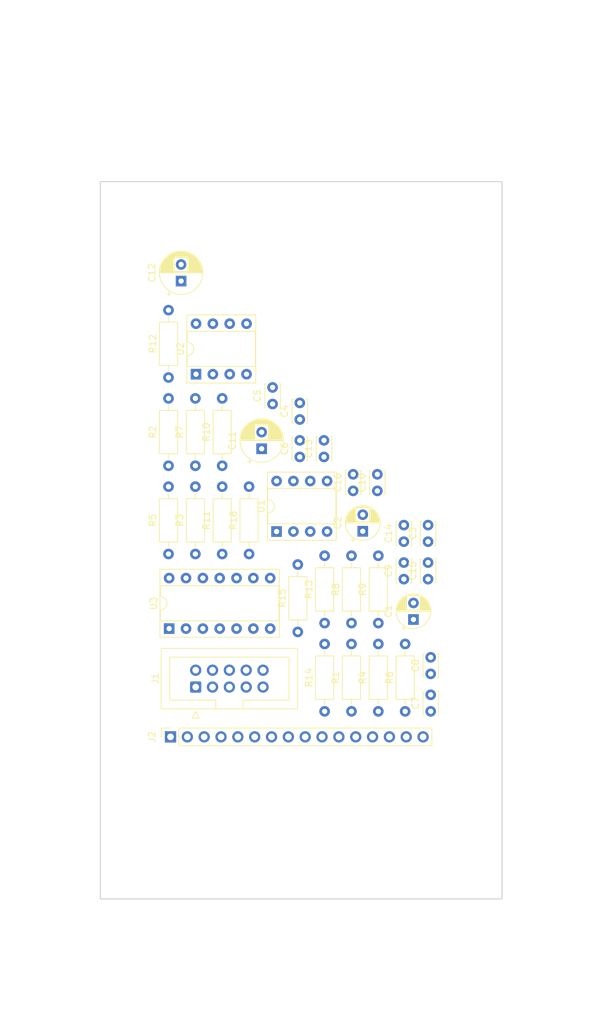
<source format=kicad_pcb>
(kicad_pcb (version 20171130) (host pcbnew 5.1.10)

  (general
    (thickness 1.6)
    (drawings 19)
    (tracks 0)
    (zones 0)
    (modules 41)
    (nets 33)
  )

  (page A4)
  (title_block
    (title "(title)")
    (comment 1 "PCB for panel")
    (comment 2 "(description)")
    (comment 4 "License CC BY 4.0 - Attribution 4.0 International")
  )

  (layers
    (0 F.Cu signal)
    (31 B.Cu signal)
    (32 B.Adhes user)
    (33 F.Adhes user)
    (34 B.Paste user)
    (35 F.Paste user)
    (36 B.SilkS user)
    (37 F.SilkS user)
    (38 B.Mask user)
    (39 F.Mask user)
    (40 Dwgs.User user)
    (41 Cmts.User user)
    (42 Eco1.User user)
    (43 Eco2.User user)
    (44 Edge.Cuts user)
    (45 Margin user)
    (46 B.CrtYd user)
    (47 F.CrtYd user)
    (48 B.Fab user)
    (49 F.Fab user)
  )

  (setup
    (last_trace_width 0.25)
    (user_trace_width 0.381)
    (user_trace_width 0.762)
    (trace_clearance 0.2)
    (zone_clearance 0.508)
    (zone_45_only no)
    (trace_min 0.2)
    (via_size 0.8)
    (via_drill 0.4)
    (via_min_size 0.4)
    (via_min_drill 0.3)
    (uvia_size 0.3)
    (uvia_drill 0.1)
    (uvias_allowed no)
    (uvia_min_size 0.2)
    (uvia_min_drill 0.1)
    (edge_width 0.05)
    (segment_width 0.2)
    (pcb_text_width 0.3)
    (pcb_text_size 1.5 1.5)
    (mod_edge_width 0.12)
    (mod_text_size 1 1)
    (mod_text_width 0.15)
    (pad_size 1.524 1.524)
    (pad_drill 0.762)
    (pad_to_mask_clearance 0)
    (aux_axis_origin 0 0)
    (visible_elements FFFFFF7F)
    (pcbplotparams
      (layerselection 0x010fc_ffffffff)
      (usegerberextensions false)
      (usegerberattributes true)
      (usegerberadvancedattributes true)
      (creategerberjobfile true)
      (excludeedgelayer true)
      (linewidth 0.100000)
      (plotframeref false)
      (viasonmask false)
      (mode 1)
      (useauxorigin false)
      (hpglpennumber 1)
      (hpglpenspeed 20)
      (hpglpendiameter 15.000000)
      (psnegative false)
      (psa4output false)
      (plotreference true)
      (plotvalue true)
      (plotinvisibletext false)
      (padsonsilk false)
      (subtractmaskfromsilk false)
      (outputformat 1)
      (mirror false)
      (drillshape 1)
      (scaleselection 1)
      (outputdirectory ""))
  )

  (net 0 "")
  (net 1 GND)
  (net 2 +15V)
  (net 3 -15V)
  (net 4 "Net-(C3-Pad2)")
  (net 5 /LEFT_OUT)
  (net 6 "Net-(C4-Pad2)")
  (net 7 /RIGHT_OUT)
  (net 8 /LEFT)
  (net 9 "Net-(C5-Pad1)")
  (net 10 /RIGHT)
  (net 11 "Net-(C6-Pad1)")
  (net 12 +5V)
  (net 13 VP)
  (net 14 VN)
  (net 15 /LED_L_1)
  (net 16 /LED_L_2)
  (net 17 /LED_L_3)
  (net 18 /LED_L_4)
  (net 19 /LED_L_5)
  (net 20 /LED_R_1)
  (net 21 /LED_R_2)
  (net 22 /LED_R_3)
  (net 23 /LED_R_4)
  (net 24 /LED_R_5)
  (net 25 /STEREO_L)
  (net 26 /STEREO_R)
  (net 27 "Net-(R1-Pad1)")
  (net 28 "Net-(R2-Pad1)")
  (net 29 "Net-(R15-Pad2)")
  (net 30 "Net-(R10-Pad1)")
  (net 31 "Net-(R13-Pad1)")
  (net 32 "Net-(R14-Pad1)")

  (net_class Default "This is the default net class."
    (clearance 0.2)
    (trace_width 0.25)
    (via_dia 0.8)
    (via_drill 0.4)
    (uvia_dia 0.3)
    (uvia_drill 0.1)
    (add_net +15V)
    (add_net +5V)
    (add_net -15V)
    (add_net /LED_L_1)
    (add_net /LED_L_2)
    (add_net /LED_L_3)
    (add_net /LED_L_4)
    (add_net /LED_L_5)
    (add_net /LED_R_1)
    (add_net /LED_R_2)
    (add_net /LED_R_3)
    (add_net /LED_R_4)
    (add_net /LED_R_5)
    (add_net /LEFT)
    (add_net /LEFT_OUT)
    (add_net /RIGHT)
    (add_net /RIGHT_OUT)
    (add_net /STEREO_L)
    (add_net /STEREO_R)
    (add_net GND)
    (add_net "Net-(C3-Pad2)")
    (add_net "Net-(C4-Pad2)")
    (add_net "Net-(C5-Pad1)")
    (add_net "Net-(C6-Pad1)")
    (add_net "Net-(R1-Pad1)")
    (add_net "Net-(R10-Pad1)")
    (add_net "Net-(R13-Pad1)")
    (add_net "Net-(R14-Pad1)")
    (add_net "Net-(R15-Pad2)")
    (add_net "Net-(R2-Pad1)")
    (add_net VN)
    (add_net VP)
  )

  (module Package_DIP:DIP-14_W7.62mm_Socket (layer F.Cu) (tedit 5A02E8C5) (tstamp 610287CD)
    (at 61.194 118.209775 90)
    (descr "14-lead though-hole mounted DIP package, row spacing 7.62 mm (300 mils), Socket")
    (tags "THT DIP DIL PDIP 2.54mm 7.62mm 300mil Socket")
    (path /5E38EC92)
    (fp_text reference U3 (at 3.81 -2.33 90) (layer F.SilkS)
      (effects (font (size 1 1) (thickness 0.15)))
    )
    (fp_text value TL074 (at 3.81 17.57 90) (layer F.Fab)
      (effects (font (size 1 1) (thickness 0.15)))
    )
    (fp_text user %R (at 3.81 7.62 90) (layer F.Fab)
      (effects (font (size 1 1) (thickness 0.15)))
    )
    (fp_arc (start 3.81 -1.33) (end 2.81 -1.33) (angle -180) (layer F.SilkS) (width 0.12))
    (fp_line (start 1.635 -1.27) (end 6.985 -1.27) (layer F.Fab) (width 0.1))
    (fp_line (start 6.985 -1.27) (end 6.985 16.51) (layer F.Fab) (width 0.1))
    (fp_line (start 6.985 16.51) (end 0.635 16.51) (layer F.Fab) (width 0.1))
    (fp_line (start 0.635 16.51) (end 0.635 -0.27) (layer F.Fab) (width 0.1))
    (fp_line (start 0.635 -0.27) (end 1.635 -1.27) (layer F.Fab) (width 0.1))
    (fp_line (start -1.27 -1.33) (end -1.27 16.57) (layer F.Fab) (width 0.1))
    (fp_line (start -1.27 16.57) (end 8.89 16.57) (layer F.Fab) (width 0.1))
    (fp_line (start 8.89 16.57) (end 8.89 -1.33) (layer F.Fab) (width 0.1))
    (fp_line (start 8.89 -1.33) (end -1.27 -1.33) (layer F.Fab) (width 0.1))
    (fp_line (start 2.81 -1.33) (end 1.16 -1.33) (layer F.SilkS) (width 0.12))
    (fp_line (start 1.16 -1.33) (end 1.16 16.57) (layer F.SilkS) (width 0.12))
    (fp_line (start 1.16 16.57) (end 6.46 16.57) (layer F.SilkS) (width 0.12))
    (fp_line (start 6.46 16.57) (end 6.46 -1.33) (layer F.SilkS) (width 0.12))
    (fp_line (start 6.46 -1.33) (end 4.81 -1.33) (layer F.SilkS) (width 0.12))
    (fp_line (start -1.33 -1.39) (end -1.33 16.63) (layer F.SilkS) (width 0.12))
    (fp_line (start -1.33 16.63) (end 8.95 16.63) (layer F.SilkS) (width 0.12))
    (fp_line (start 8.95 16.63) (end 8.95 -1.39) (layer F.SilkS) (width 0.12))
    (fp_line (start 8.95 -1.39) (end -1.33 -1.39) (layer F.SilkS) (width 0.12))
    (fp_line (start -1.55 -1.6) (end -1.55 16.85) (layer F.CrtYd) (width 0.05))
    (fp_line (start -1.55 16.85) (end 9.15 16.85) (layer F.CrtYd) (width 0.05))
    (fp_line (start 9.15 16.85) (end 9.15 -1.6) (layer F.CrtYd) (width 0.05))
    (fp_line (start 9.15 -1.6) (end -1.55 -1.6) (layer F.CrtYd) (width 0.05))
    (pad 14 thru_hole oval (at 7.62 0 90) (size 1.6 1.6) (drill 0.8) (layers *.Cu *.Mask))
    (pad 7 thru_hole oval (at 0 15.24 90) (size 1.6 1.6) (drill 0.8) (layers *.Cu *.Mask))
    (pad 13 thru_hole oval (at 7.62 2.54 90) (size 1.6 1.6) (drill 0.8) (layers *.Cu *.Mask))
    (pad 6 thru_hole oval (at 0 12.7 90) (size 1.6 1.6) (drill 0.8) (layers *.Cu *.Mask))
    (pad 12 thru_hole oval (at 7.62 5.08 90) (size 1.6 1.6) (drill 0.8) (layers *.Cu *.Mask))
    (pad 5 thru_hole oval (at 0 10.16 90) (size 1.6 1.6) (drill 0.8) (layers *.Cu *.Mask))
    (pad 11 thru_hole oval (at 7.62 7.62 90) (size 1.6 1.6) (drill 0.8) (layers *.Cu *.Mask)
      (net 3 -15V))
    (pad 4 thru_hole oval (at 0 7.62 90) (size 1.6 1.6) (drill 0.8) (layers *.Cu *.Mask)
      (net 2 +15V))
    (pad 10 thru_hole oval (at 7.62 10.16 90) (size 1.6 1.6) (drill 0.8) (layers *.Cu *.Mask))
    (pad 3 thru_hole oval (at 0 5.08 90) (size 1.6 1.6) (drill 0.8) (layers *.Cu *.Mask))
    (pad 9 thru_hole oval (at 7.62 12.7 90) (size 1.6 1.6) (drill 0.8) (layers *.Cu *.Mask))
    (pad 2 thru_hole oval (at 0 2.54 90) (size 1.6 1.6) (drill 0.8) (layers *.Cu *.Mask))
    (pad 8 thru_hole oval (at 7.62 15.24 90) (size 1.6 1.6) (drill 0.8) (layers *.Cu *.Mask))
    (pad 1 thru_hole rect (at 0 0 90) (size 1.6 1.6) (drill 0.8) (layers *.Cu *.Mask))
    (model ${KISYS3DMOD}/Package_DIP.3dshapes/DIP-14_W7.62mm_Socket.wrl
      (at (xyz 0 0 0))
      (scale (xyz 1 1 1))
      (rotate (xyz 0 0 0))
    )
  )

  (module Package_DIP:DIP-8_W7.62mm_Socket (layer F.Cu) (tedit 5A02E8C5) (tstamp 610287A3)
    (at 65.244 79.839775 90)
    (descr "8-lead though-hole mounted DIP package, row spacing 7.62 mm (300 mils), Socket")
    (tags "THT DIP DIL PDIP 2.54mm 7.62mm 300mil Socket")
    (path /5DB42FF0)
    (fp_text reference U2 (at 3.81 -2.33 90) (layer F.SilkS)
      (effects (font (size 1 1) (thickness 0.15)))
    )
    (fp_text value NE5532 (at 3.81 9.95 90) (layer F.Fab)
      (effects (font (size 1 1) (thickness 0.15)))
    )
    (fp_text user %R (at 3.81 3.81 90) (layer F.Fab)
      (effects (font (size 1 1) (thickness 0.15)))
    )
    (fp_arc (start 3.81 -1.33) (end 2.81 -1.33) (angle -180) (layer F.SilkS) (width 0.12))
    (fp_line (start 1.635 -1.27) (end 6.985 -1.27) (layer F.Fab) (width 0.1))
    (fp_line (start 6.985 -1.27) (end 6.985 8.89) (layer F.Fab) (width 0.1))
    (fp_line (start 6.985 8.89) (end 0.635 8.89) (layer F.Fab) (width 0.1))
    (fp_line (start 0.635 8.89) (end 0.635 -0.27) (layer F.Fab) (width 0.1))
    (fp_line (start 0.635 -0.27) (end 1.635 -1.27) (layer F.Fab) (width 0.1))
    (fp_line (start -1.27 -1.33) (end -1.27 8.95) (layer F.Fab) (width 0.1))
    (fp_line (start -1.27 8.95) (end 8.89 8.95) (layer F.Fab) (width 0.1))
    (fp_line (start 8.89 8.95) (end 8.89 -1.33) (layer F.Fab) (width 0.1))
    (fp_line (start 8.89 -1.33) (end -1.27 -1.33) (layer F.Fab) (width 0.1))
    (fp_line (start 2.81 -1.33) (end 1.16 -1.33) (layer F.SilkS) (width 0.12))
    (fp_line (start 1.16 -1.33) (end 1.16 8.95) (layer F.SilkS) (width 0.12))
    (fp_line (start 1.16 8.95) (end 6.46 8.95) (layer F.SilkS) (width 0.12))
    (fp_line (start 6.46 8.95) (end 6.46 -1.33) (layer F.SilkS) (width 0.12))
    (fp_line (start 6.46 -1.33) (end 4.81 -1.33) (layer F.SilkS) (width 0.12))
    (fp_line (start -1.33 -1.39) (end -1.33 9.01) (layer F.SilkS) (width 0.12))
    (fp_line (start -1.33 9.01) (end 8.95 9.01) (layer F.SilkS) (width 0.12))
    (fp_line (start 8.95 9.01) (end 8.95 -1.39) (layer F.SilkS) (width 0.12))
    (fp_line (start 8.95 -1.39) (end -1.33 -1.39) (layer F.SilkS) (width 0.12))
    (fp_line (start -1.55 -1.6) (end -1.55 9.2) (layer F.CrtYd) (width 0.05))
    (fp_line (start -1.55 9.2) (end 9.15 9.2) (layer F.CrtYd) (width 0.05))
    (fp_line (start 9.15 9.2) (end 9.15 -1.6) (layer F.CrtYd) (width 0.05))
    (fp_line (start 9.15 -1.6) (end -1.55 -1.6) (layer F.CrtYd) (width 0.05))
    (pad 8 thru_hole oval (at 7.62 0 90) (size 1.6 1.6) (drill 0.8) (layers *.Cu *.Mask)
      (net 2 +15V))
    (pad 4 thru_hole oval (at 0 7.62 90) (size 1.6 1.6) (drill 0.8) (layers *.Cu *.Mask)
      (net 3 -15V))
    (pad 7 thru_hole oval (at 7.62 2.54 90) (size 1.6 1.6) (drill 0.8) (layers *.Cu *.Mask)
      (net 7 /RIGHT_OUT))
    (pad 3 thru_hole oval (at 0 5.08 90) (size 1.6 1.6) (drill 0.8) (layers *.Cu *.Mask)
      (net 28 "Net-(R2-Pad1)"))
    (pad 6 thru_hole oval (at 7.62 5.08 90) (size 1.6 1.6) (drill 0.8) (layers *.Cu *.Mask)
      (net 30 "Net-(R10-Pad1)"))
    (pad 2 thru_hole oval (at 0 2.54 90) (size 1.6 1.6) (drill 0.8) (layers *.Cu *.Mask)
      (net 10 /RIGHT))
    (pad 5 thru_hole oval (at 7.62 7.62 90) (size 1.6 1.6) (drill 0.8) (layers *.Cu *.Mask)
      (net 32 "Net-(R14-Pad1)"))
    (pad 1 thru_hole rect (at 0 0 90) (size 1.6 1.6) (drill 0.8) (layers *.Cu *.Mask)
      (net 11 "Net-(C6-Pad1)"))
    (model ${KISYS3DMOD}/Package_DIP.3dshapes/DIP-8_W7.62mm_Socket.wrl
      (at (xyz 0 0 0))
      (scale (xyz 1 1 1))
      (rotate (xyz 0 0 0))
    )
  )

  (module Package_DIP:DIP-8_W7.62mm_Socket (layer F.Cu) (tedit 5A02E8C5) (tstamp 6102877F)
    (at 77.394 103.569775 90)
    (descr "8-lead though-hole mounted DIP package, row spacing 7.62 mm (300 mils), Socket")
    (tags "THT DIP DIL PDIP 2.54mm 7.62mm 300mil Socket")
    (path /5DB40F4B)
    (fp_text reference U1 (at 3.81 -2.33 90) (layer F.SilkS)
      (effects (font (size 1 1) (thickness 0.15)))
    )
    (fp_text value NE5532 (at 3.81 9.95 90) (layer F.Fab)
      (effects (font (size 1 1) (thickness 0.15)))
    )
    (fp_text user %R (at 3.81 3.81 90) (layer F.Fab)
      (effects (font (size 1 1) (thickness 0.15)))
    )
    (fp_arc (start 3.81 -1.33) (end 2.81 -1.33) (angle -180) (layer F.SilkS) (width 0.12))
    (fp_line (start 1.635 -1.27) (end 6.985 -1.27) (layer F.Fab) (width 0.1))
    (fp_line (start 6.985 -1.27) (end 6.985 8.89) (layer F.Fab) (width 0.1))
    (fp_line (start 6.985 8.89) (end 0.635 8.89) (layer F.Fab) (width 0.1))
    (fp_line (start 0.635 8.89) (end 0.635 -0.27) (layer F.Fab) (width 0.1))
    (fp_line (start 0.635 -0.27) (end 1.635 -1.27) (layer F.Fab) (width 0.1))
    (fp_line (start -1.27 -1.33) (end -1.27 8.95) (layer F.Fab) (width 0.1))
    (fp_line (start -1.27 8.95) (end 8.89 8.95) (layer F.Fab) (width 0.1))
    (fp_line (start 8.89 8.95) (end 8.89 -1.33) (layer F.Fab) (width 0.1))
    (fp_line (start 8.89 -1.33) (end -1.27 -1.33) (layer F.Fab) (width 0.1))
    (fp_line (start 2.81 -1.33) (end 1.16 -1.33) (layer F.SilkS) (width 0.12))
    (fp_line (start 1.16 -1.33) (end 1.16 8.95) (layer F.SilkS) (width 0.12))
    (fp_line (start 1.16 8.95) (end 6.46 8.95) (layer F.SilkS) (width 0.12))
    (fp_line (start 6.46 8.95) (end 6.46 -1.33) (layer F.SilkS) (width 0.12))
    (fp_line (start 6.46 -1.33) (end 4.81 -1.33) (layer F.SilkS) (width 0.12))
    (fp_line (start -1.33 -1.39) (end -1.33 9.01) (layer F.SilkS) (width 0.12))
    (fp_line (start -1.33 9.01) (end 8.95 9.01) (layer F.SilkS) (width 0.12))
    (fp_line (start 8.95 9.01) (end 8.95 -1.39) (layer F.SilkS) (width 0.12))
    (fp_line (start 8.95 -1.39) (end -1.33 -1.39) (layer F.SilkS) (width 0.12))
    (fp_line (start -1.55 -1.6) (end -1.55 9.2) (layer F.CrtYd) (width 0.05))
    (fp_line (start -1.55 9.2) (end 9.15 9.2) (layer F.CrtYd) (width 0.05))
    (fp_line (start 9.15 9.2) (end 9.15 -1.6) (layer F.CrtYd) (width 0.05))
    (fp_line (start 9.15 -1.6) (end -1.55 -1.6) (layer F.CrtYd) (width 0.05))
    (pad 8 thru_hole oval (at 7.62 0 90) (size 1.6 1.6) (drill 0.8) (layers *.Cu *.Mask)
      (net 2 +15V))
    (pad 4 thru_hole oval (at 0 7.62 90) (size 1.6 1.6) (drill 0.8) (layers *.Cu *.Mask)
      (net 3 -15V))
    (pad 7 thru_hole oval (at 7.62 2.54 90) (size 1.6 1.6) (drill 0.8) (layers *.Cu *.Mask)
      (net 5 /LEFT_OUT))
    (pad 3 thru_hole oval (at 0 5.08 90) (size 1.6 1.6) (drill 0.8) (layers *.Cu *.Mask)
      (net 27 "Net-(R1-Pad1)"))
    (pad 6 thru_hole oval (at 7.62 5.08 90) (size 1.6 1.6) (drill 0.8) (layers *.Cu *.Mask)
      (net 29 "Net-(R15-Pad2)"))
    (pad 2 thru_hole oval (at 0 2.54 90) (size 1.6 1.6) (drill 0.8) (layers *.Cu *.Mask)
      (net 8 /LEFT))
    (pad 5 thru_hole oval (at 7.62 7.62 90) (size 1.6 1.6) (drill 0.8) (layers *.Cu *.Mask)
      (net 31 "Net-(R13-Pad1)"))
    (pad 1 thru_hole rect (at 0 0 90) (size 1.6 1.6) (drill 0.8) (layers *.Cu *.Mask)
      (net 9 "Net-(C5-Pad1)"))
    (model ${KISYS3DMOD}/Package_DIP.3dshapes/DIP-8_W7.62mm_Socket.wrl
      (at (xyz 0 0 0))
      (scale (xyz 1 1 1))
      (rotate (xyz 0 0 0))
    )
  )

  (module Resistor_THT:R_Axial_DIN0207_L6.3mm_D2.5mm_P10.16mm_Horizontal (layer F.Cu) (tedit 5AE5139B) (tstamp 6102875B)
    (at 73.244 106.959775 90)
    (descr "Resistor, Axial_DIN0207 series, Axial, Horizontal, pin pitch=10.16mm, 0.25W = 1/4W, length*diameter=6.3*2.5mm^2, http://cdn-reichelt.de/documents/datenblatt/B400/1_4W%23YAG.pdf")
    (tags "Resistor Axial_DIN0207 series Axial Horizontal pin pitch 10.16mm 0.25W = 1/4W length 6.3mm diameter 2.5mm")
    (path /5DEEFB79)
    (fp_text reference R16 (at 5.08 -2.37 90) (layer F.SilkS)
      (effects (font (size 1 1) (thickness 0.15)))
    )
    (fp_text value 10k (at 5.08 2.37 90) (layer F.Fab)
      (effects (font (size 1 1) (thickness 0.15)))
    )
    (fp_text user %R (at 5.08 0 90) (layer F.Fab)
      (effects (font (size 1 1) (thickness 0.15)))
    )
    (fp_line (start 1.93 -1.25) (end 1.93 1.25) (layer F.Fab) (width 0.1))
    (fp_line (start 1.93 1.25) (end 8.23 1.25) (layer F.Fab) (width 0.1))
    (fp_line (start 8.23 1.25) (end 8.23 -1.25) (layer F.Fab) (width 0.1))
    (fp_line (start 8.23 -1.25) (end 1.93 -1.25) (layer F.Fab) (width 0.1))
    (fp_line (start 0 0) (end 1.93 0) (layer F.Fab) (width 0.1))
    (fp_line (start 10.16 0) (end 8.23 0) (layer F.Fab) (width 0.1))
    (fp_line (start 1.81 -1.37) (end 1.81 1.37) (layer F.SilkS) (width 0.12))
    (fp_line (start 1.81 1.37) (end 8.35 1.37) (layer F.SilkS) (width 0.12))
    (fp_line (start 8.35 1.37) (end 8.35 -1.37) (layer F.SilkS) (width 0.12))
    (fp_line (start 8.35 -1.37) (end 1.81 -1.37) (layer F.SilkS) (width 0.12))
    (fp_line (start 1.04 0) (end 1.81 0) (layer F.SilkS) (width 0.12))
    (fp_line (start 9.12 0) (end 8.35 0) (layer F.SilkS) (width 0.12))
    (fp_line (start -1.05 -1.5) (end -1.05 1.5) (layer F.CrtYd) (width 0.05))
    (fp_line (start -1.05 1.5) (end 11.21 1.5) (layer F.CrtYd) (width 0.05))
    (fp_line (start 11.21 1.5) (end 11.21 -1.5) (layer F.CrtYd) (width 0.05))
    (fp_line (start 11.21 -1.5) (end -1.05 -1.5) (layer F.CrtYd) (width 0.05))
    (pad 2 thru_hole oval (at 10.16 0 90) (size 1.6 1.6) (drill 0.8) (layers *.Cu *.Mask)
      (net 30 "Net-(R10-Pad1)"))
    (pad 1 thru_hole circle (at 0 0 90) (size 1.6 1.6) (drill 0.8) (layers *.Cu *.Mask)
      (net 7 /RIGHT_OUT))
    (model ${KISYS3DMOD}/Resistor_THT.3dshapes/R_Axial_DIN0207_L6.3mm_D2.5mm_P10.16mm_Horizontal.wrl
      (at (xyz 0 0 0))
      (scale (xyz 1 1 1))
      (rotate (xyz 0 0 0))
    )
  )

  (module Resistor_THT:R_Axial_DIN0207_L6.3mm_D2.5mm_P10.16mm_Horizontal (layer F.Cu) (tedit 5AE5139B) (tstamp 61028744)
    (at 80.594 118.709775 90)
    (descr "Resistor, Axial_DIN0207 series, Axial, Horizontal, pin pitch=10.16mm, 0.25W = 1/4W, length*diameter=6.3*2.5mm^2, http://cdn-reichelt.de/documents/datenblatt/B400/1_4W%23YAG.pdf")
    (tags "Resistor Axial_DIN0207 series Axial Horizontal pin pitch 10.16mm 0.25W = 1/4W length 6.3mm diameter 2.5mm")
    (path /5DCFB7CD)
    (fp_text reference R15 (at 5.08 -2.37 90) (layer F.SilkS)
      (effects (font (size 1 1) (thickness 0.15)))
    )
    (fp_text value 10k (at 5.08 2.37 90) (layer F.Fab)
      (effects (font (size 1 1) (thickness 0.15)))
    )
    (fp_text user %R (at 5.08 0 90) (layer F.Fab)
      (effects (font (size 1 1) (thickness 0.15)))
    )
    (fp_line (start 1.93 -1.25) (end 1.93 1.25) (layer F.Fab) (width 0.1))
    (fp_line (start 1.93 1.25) (end 8.23 1.25) (layer F.Fab) (width 0.1))
    (fp_line (start 8.23 1.25) (end 8.23 -1.25) (layer F.Fab) (width 0.1))
    (fp_line (start 8.23 -1.25) (end 1.93 -1.25) (layer F.Fab) (width 0.1))
    (fp_line (start 0 0) (end 1.93 0) (layer F.Fab) (width 0.1))
    (fp_line (start 10.16 0) (end 8.23 0) (layer F.Fab) (width 0.1))
    (fp_line (start 1.81 -1.37) (end 1.81 1.37) (layer F.SilkS) (width 0.12))
    (fp_line (start 1.81 1.37) (end 8.35 1.37) (layer F.SilkS) (width 0.12))
    (fp_line (start 8.35 1.37) (end 8.35 -1.37) (layer F.SilkS) (width 0.12))
    (fp_line (start 8.35 -1.37) (end 1.81 -1.37) (layer F.SilkS) (width 0.12))
    (fp_line (start 1.04 0) (end 1.81 0) (layer F.SilkS) (width 0.12))
    (fp_line (start 9.12 0) (end 8.35 0) (layer F.SilkS) (width 0.12))
    (fp_line (start -1.05 -1.5) (end -1.05 1.5) (layer F.CrtYd) (width 0.05))
    (fp_line (start -1.05 1.5) (end 11.21 1.5) (layer F.CrtYd) (width 0.05))
    (fp_line (start 11.21 1.5) (end 11.21 -1.5) (layer F.CrtYd) (width 0.05))
    (fp_line (start 11.21 -1.5) (end -1.05 -1.5) (layer F.CrtYd) (width 0.05))
    (pad 2 thru_hole oval (at 10.16 0 90) (size 1.6 1.6) (drill 0.8) (layers *.Cu *.Mask)
      (net 29 "Net-(R15-Pad2)"))
    (pad 1 thru_hole circle (at 0 0 90) (size 1.6 1.6) (drill 0.8) (layers *.Cu *.Mask)
      (net 5 /LEFT_OUT))
    (model ${KISYS3DMOD}/Resistor_THT.3dshapes/R_Axial_DIN0207_L6.3mm_D2.5mm_P10.16mm_Horizontal.wrl
      (at (xyz 0 0 0))
      (scale (xyz 1 1 1))
      (rotate (xyz 0 0 0))
    )
  )

  (module Resistor_THT:R_Axial_DIN0207_L6.3mm_D2.5mm_P10.16mm_Horizontal (layer F.Cu) (tedit 5AE5139B) (tstamp 6102872D)
    (at 84.644 130.689775 90)
    (descr "Resistor, Axial_DIN0207 series, Axial, Horizontal, pin pitch=10.16mm, 0.25W = 1/4W, length*diameter=6.3*2.5mm^2, http://cdn-reichelt.de/documents/datenblatt/B400/1_4W%23YAG.pdf")
    (tags "Resistor Axial_DIN0207 series Axial Horizontal pin pitch 10.16mm 0.25W = 1/4W length 6.3mm diameter 2.5mm")
    (path /5DEEFB6B)
    (fp_text reference R14 (at 5.08 -2.37 90) (layer F.SilkS)
      (effects (font (size 1 1) (thickness 0.15)))
    )
    (fp_text value 5k (at 5.08 2.37 90) (layer F.Fab)
      (effects (font (size 1 1) (thickness 0.15)))
    )
    (fp_text user %R (at 5.08 0 90) (layer F.Fab)
      (effects (font (size 1 1) (thickness 0.15)))
    )
    (fp_line (start 1.93 -1.25) (end 1.93 1.25) (layer F.Fab) (width 0.1))
    (fp_line (start 1.93 1.25) (end 8.23 1.25) (layer F.Fab) (width 0.1))
    (fp_line (start 8.23 1.25) (end 8.23 -1.25) (layer F.Fab) (width 0.1))
    (fp_line (start 8.23 -1.25) (end 1.93 -1.25) (layer F.Fab) (width 0.1))
    (fp_line (start 0 0) (end 1.93 0) (layer F.Fab) (width 0.1))
    (fp_line (start 10.16 0) (end 8.23 0) (layer F.Fab) (width 0.1))
    (fp_line (start 1.81 -1.37) (end 1.81 1.37) (layer F.SilkS) (width 0.12))
    (fp_line (start 1.81 1.37) (end 8.35 1.37) (layer F.SilkS) (width 0.12))
    (fp_line (start 8.35 1.37) (end 8.35 -1.37) (layer F.SilkS) (width 0.12))
    (fp_line (start 8.35 -1.37) (end 1.81 -1.37) (layer F.SilkS) (width 0.12))
    (fp_line (start 1.04 0) (end 1.81 0) (layer F.SilkS) (width 0.12))
    (fp_line (start 9.12 0) (end 8.35 0) (layer F.SilkS) (width 0.12))
    (fp_line (start -1.05 -1.5) (end -1.05 1.5) (layer F.CrtYd) (width 0.05))
    (fp_line (start -1.05 1.5) (end 11.21 1.5) (layer F.CrtYd) (width 0.05))
    (fp_line (start 11.21 1.5) (end 11.21 -1.5) (layer F.CrtYd) (width 0.05))
    (fp_line (start 11.21 -1.5) (end -1.05 -1.5) (layer F.CrtYd) (width 0.05))
    (pad 2 thru_hole oval (at 10.16 0 90) (size 1.6 1.6) (drill 0.8) (layers *.Cu *.Mask)
      (net 1 GND))
    (pad 1 thru_hole circle (at 0 0 90) (size 1.6 1.6) (drill 0.8) (layers *.Cu *.Mask)
      (net 32 "Net-(R14-Pad1)"))
    (model ${KISYS3DMOD}/Resistor_THT.3dshapes/R_Axial_DIN0207_L6.3mm_D2.5mm_P10.16mm_Horizontal.wrl
      (at (xyz 0 0 0))
      (scale (xyz 1 1 1))
      (rotate (xyz 0 0 0))
    )
  )

  (module Resistor_THT:R_Axial_DIN0207_L6.3mm_D2.5mm_P10.16mm_Horizontal (layer F.Cu) (tedit 5AE5139B) (tstamp 61028716)
    (at 84.644 117.379775 90)
    (descr "Resistor, Axial_DIN0207 series, Axial, Horizontal, pin pitch=10.16mm, 0.25W = 1/4W, length*diameter=6.3*2.5mm^2, http://cdn-reichelt.de/documents/datenblatt/B400/1_4W%23YAG.pdf")
    (tags "Resistor Axial_DIN0207 series Axial Horizontal pin pitch 10.16mm 0.25W = 1/4W length 6.3mm diameter 2.5mm")
    (path /5DCEED8B)
    (fp_text reference R13 (at 5.08 -2.37 90) (layer F.SilkS)
      (effects (font (size 1 1) (thickness 0.15)))
    )
    (fp_text value 5k (at 5.08 2.37 90) (layer F.Fab)
      (effects (font (size 1 1) (thickness 0.15)))
    )
    (fp_text user %R (at 5.08 0 90) (layer F.Fab)
      (effects (font (size 1 1) (thickness 0.15)))
    )
    (fp_line (start 1.93 -1.25) (end 1.93 1.25) (layer F.Fab) (width 0.1))
    (fp_line (start 1.93 1.25) (end 8.23 1.25) (layer F.Fab) (width 0.1))
    (fp_line (start 8.23 1.25) (end 8.23 -1.25) (layer F.Fab) (width 0.1))
    (fp_line (start 8.23 -1.25) (end 1.93 -1.25) (layer F.Fab) (width 0.1))
    (fp_line (start 0 0) (end 1.93 0) (layer F.Fab) (width 0.1))
    (fp_line (start 10.16 0) (end 8.23 0) (layer F.Fab) (width 0.1))
    (fp_line (start 1.81 -1.37) (end 1.81 1.37) (layer F.SilkS) (width 0.12))
    (fp_line (start 1.81 1.37) (end 8.35 1.37) (layer F.SilkS) (width 0.12))
    (fp_line (start 8.35 1.37) (end 8.35 -1.37) (layer F.SilkS) (width 0.12))
    (fp_line (start 8.35 -1.37) (end 1.81 -1.37) (layer F.SilkS) (width 0.12))
    (fp_line (start 1.04 0) (end 1.81 0) (layer F.SilkS) (width 0.12))
    (fp_line (start 9.12 0) (end 8.35 0) (layer F.SilkS) (width 0.12))
    (fp_line (start -1.05 -1.5) (end -1.05 1.5) (layer F.CrtYd) (width 0.05))
    (fp_line (start -1.05 1.5) (end 11.21 1.5) (layer F.CrtYd) (width 0.05))
    (fp_line (start 11.21 1.5) (end 11.21 -1.5) (layer F.CrtYd) (width 0.05))
    (fp_line (start 11.21 -1.5) (end -1.05 -1.5) (layer F.CrtYd) (width 0.05))
    (pad 2 thru_hole oval (at 10.16 0 90) (size 1.6 1.6) (drill 0.8) (layers *.Cu *.Mask)
      (net 1 GND))
    (pad 1 thru_hole circle (at 0 0 90) (size 1.6 1.6) (drill 0.8) (layers *.Cu *.Mask)
      (net 31 "Net-(R13-Pad1)"))
    (model ${KISYS3DMOD}/Resistor_THT.3dshapes/R_Axial_DIN0207_L6.3mm_D2.5mm_P10.16mm_Horizontal.wrl
      (at (xyz 0 0 0))
      (scale (xyz 1 1 1))
      (rotate (xyz 0 0 0))
    )
  )

  (module Resistor_THT:R_Axial_DIN0207_L6.3mm_D2.5mm_P10.16mm_Horizontal (layer F.Cu) (tedit 5AE5139B) (tstamp 610286FF)
    (at 61.094 80.339775 90)
    (descr "Resistor, Axial_DIN0207 series, Axial, Horizontal, pin pitch=10.16mm, 0.25W = 1/4W, length*diameter=6.3*2.5mm^2, http://cdn-reichelt.de/documents/datenblatt/B400/1_4W%23YAG.pdf")
    (tags "Resistor Axial_DIN0207 series Axial Horizontal pin pitch 10.16mm 0.25W = 1/4W length 6.3mm diameter 2.5mm")
    (path /5FC69BB1)
    (fp_text reference R12 (at 5.08 -2.37 90) (layer F.SilkS)
      (effects (font (size 1 1) (thickness 0.15)))
    )
    (fp_text value 10 (at 5.08 2.37 90) (layer F.Fab)
      (effects (font (size 1 1) (thickness 0.15)))
    )
    (fp_text user %R (at 5.08 0 90) (layer F.Fab)
      (effects (font (size 1 1) (thickness 0.15)))
    )
    (fp_line (start 1.93 -1.25) (end 1.93 1.25) (layer F.Fab) (width 0.1))
    (fp_line (start 1.93 1.25) (end 8.23 1.25) (layer F.Fab) (width 0.1))
    (fp_line (start 8.23 1.25) (end 8.23 -1.25) (layer F.Fab) (width 0.1))
    (fp_line (start 8.23 -1.25) (end 1.93 -1.25) (layer F.Fab) (width 0.1))
    (fp_line (start 0 0) (end 1.93 0) (layer F.Fab) (width 0.1))
    (fp_line (start 10.16 0) (end 8.23 0) (layer F.Fab) (width 0.1))
    (fp_line (start 1.81 -1.37) (end 1.81 1.37) (layer F.SilkS) (width 0.12))
    (fp_line (start 1.81 1.37) (end 8.35 1.37) (layer F.SilkS) (width 0.12))
    (fp_line (start 8.35 1.37) (end 8.35 -1.37) (layer F.SilkS) (width 0.12))
    (fp_line (start 8.35 -1.37) (end 1.81 -1.37) (layer F.SilkS) (width 0.12))
    (fp_line (start 1.04 0) (end 1.81 0) (layer F.SilkS) (width 0.12))
    (fp_line (start 9.12 0) (end 8.35 0) (layer F.SilkS) (width 0.12))
    (fp_line (start -1.05 -1.5) (end -1.05 1.5) (layer F.CrtYd) (width 0.05))
    (fp_line (start -1.05 1.5) (end 11.21 1.5) (layer F.CrtYd) (width 0.05))
    (fp_line (start 11.21 1.5) (end 11.21 -1.5) (layer F.CrtYd) (width 0.05))
    (fp_line (start 11.21 -1.5) (end -1.05 -1.5) (layer F.CrtYd) (width 0.05))
    (pad 2 thru_hole oval (at 10.16 0 90) (size 1.6 1.6) (drill 0.8) (layers *.Cu *.Mask)
      (net 14 VN))
    (pad 1 thru_hole circle (at 0 0 90) (size 1.6 1.6) (drill 0.8) (layers *.Cu *.Mask)
      (net 3 -15V))
    (model ${KISYS3DMOD}/Resistor_THT.3dshapes/R_Axial_DIN0207_L6.3mm_D2.5mm_P10.16mm_Horizontal.wrl
      (at (xyz 0 0 0))
      (scale (xyz 1 1 1))
      (rotate (xyz 0 0 0))
    )
  )

  (module Resistor_THT:R_Axial_DIN0207_L6.3mm_D2.5mm_P10.16mm_Horizontal (layer F.Cu) (tedit 5AE5139B) (tstamp 610286E8)
    (at 69.194 106.959775 90)
    (descr "Resistor, Axial_DIN0207 series, Axial, Horizontal, pin pitch=10.16mm, 0.25W = 1/4W, length*diameter=6.3*2.5mm^2, http://cdn-reichelt.de/documents/datenblatt/B400/1_4W%23YAG.pdf")
    (tags "Resistor Axial_DIN0207 series Axial Horizontal pin pitch 10.16mm 0.25W = 1/4W length 6.3mm diameter 2.5mm")
    (path /5FB443E6)
    (fp_text reference R11 (at 5.08 -2.37 90) (layer F.SilkS)
      (effects (font (size 1 1) (thickness 0.15)))
    )
    (fp_text value 10 (at 5.08 2.37 90) (layer F.Fab)
      (effects (font (size 1 1) (thickness 0.15)))
    )
    (fp_text user %R (at 5.08 0 90) (layer F.Fab)
      (effects (font (size 1 1) (thickness 0.15)))
    )
    (fp_line (start 1.93 -1.25) (end 1.93 1.25) (layer F.Fab) (width 0.1))
    (fp_line (start 1.93 1.25) (end 8.23 1.25) (layer F.Fab) (width 0.1))
    (fp_line (start 8.23 1.25) (end 8.23 -1.25) (layer F.Fab) (width 0.1))
    (fp_line (start 8.23 -1.25) (end 1.93 -1.25) (layer F.Fab) (width 0.1))
    (fp_line (start 0 0) (end 1.93 0) (layer F.Fab) (width 0.1))
    (fp_line (start 10.16 0) (end 8.23 0) (layer F.Fab) (width 0.1))
    (fp_line (start 1.81 -1.37) (end 1.81 1.37) (layer F.SilkS) (width 0.12))
    (fp_line (start 1.81 1.37) (end 8.35 1.37) (layer F.SilkS) (width 0.12))
    (fp_line (start 8.35 1.37) (end 8.35 -1.37) (layer F.SilkS) (width 0.12))
    (fp_line (start 8.35 -1.37) (end 1.81 -1.37) (layer F.SilkS) (width 0.12))
    (fp_line (start 1.04 0) (end 1.81 0) (layer F.SilkS) (width 0.12))
    (fp_line (start 9.12 0) (end 8.35 0) (layer F.SilkS) (width 0.12))
    (fp_line (start -1.05 -1.5) (end -1.05 1.5) (layer F.CrtYd) (width 0.05))
    (fp_line (start -1.05 1.5) (end 11.21 1.5) (layer F.CrtYd) (width 0.05))
    (fp_line (start 11.21 1.5) (end 11.21 -1.5) (layer F.CrtYd) (width 0.05))
    (fp_line (start 11.21 -1.5) (end -1.05 -1.5) (layer F.CrtYd) (width 0.05))
    (pad 2 thru_hole oval (at 10.16 0 90) (size 1.6 1.6) (drill 0.8) (layers *.Cu *.Mask)
      (net 13 VP))
    (pad 1 thru_hole circle (at 0 0 90) (size 1.6 1.6) (drill 0.8) (layers *.Cu *.Mask)
      (net 2 +15V))
    (model ${KISYS3DMOD}/Resistor_THT.3dshapes/R_Axial_DIN0207_L6.3mm_D2.5mm_P10.16mm_Horizontal.wrl
      (at (xyz 0 0 0))
      (scale (xyz 1 1 1))
      (rotate (xyz 0 0 0))
    )
  )

  (module Resistor_THT:R_Axial_DIN0207_L6.3mm_D2.5mm_P10.16mm_Horizontal (layer F.Cu) (tedit 5AE5139B) (tstamp 610286D1)
    (at 69.194 93.649775 90)
    (descr "Resistor, Axial_DIN0207 series, Axial, Horizontal, pin pitch=10.16mm, 0.25W = 1/4W, length*diameter=6.3*2.5mm^2, http://cdn-reichelt.de/documents/datenblatt/B400/1_4W%23YAG.pdf")
    (tags "Resistor Axial_DIN0207 series Axial Horizontal pin pitch 10.16mm 0.25W = 1/4W length 6.3mm diameter 2.5mm")
    (path /5DEEFB64)
    (fp_text reference R10 (at 5.08 -2.37 90) (layer F.SilkS)
      (effects (font (size 1 1) (thickness 0.15)))
    )
    (fp_text value 10k (at 5.08 2.37 90) (layer F.Fab)
      (effects (font (size 1 1) (thickness 0.15)))
    )
    (fp_text user %R (at 5.08 0 90) (layer F.Fab)
      (effects (font (size 1 1) (thickness 0.15)))
    )
    (fp_line (start 1.93 -1.25) (end 1.93 1.25) (layer F.Fab) (width 0.1))
    (fp_line (start 1.93 1.25) (end 8.23 1.25) (layer F.Fab) (width 0.1))
    (fp_line (start 8.23 1.25) (end 8.23 -1.25) (layer F.Fab) (width 0.1))
    (fp_line (start 8.23 -1.25) (end 1.93 -1.25) (layer F.Fab) (width 0.1))
    (fp_line (start 0 0) (end 1.93 0) (layer F.Fab) (width 0.1))
    (fp_line (start 10.16 0) (end 8.23 0) (layer F.Fab) (width 0.1))
    (fp_line (start 1.81 -1.37) (end 1.81 1.37) (layer F.SilkS) (width 0.12))
    (fp_line (start 1.81 1.37) (end 8.35 1.37) (layer F.SilkS) (width 0.12))
    (fp_line (start 8.35 1.37) (end 8.35 -1.37) (layer F.SilkS) (width 0.12))
    (fp_line (start 8.35 -1.37) (end 1.81 -1.37) (layer F.SilkS) (width 0.12))
    (fp_line (start 1.04 0) (end 1.81 0) (layer F.SilkS) (width 0.12))
    (fp_line (start 9.12 0) (end 8.35 0) (layer F.SilkS) (width 0.12))
    (fp_line (start -1.05 -1.5) (end -1.05 1.5) (layer F.CrtYd) (width 0.05))
    (fp_line (start -1.05 1.5) (end 11.21 1.5) (layer F.CrtYd) (width 0.05))
    (fp_line (start 11.21 1.5) (end 11.21 -1.5) (layer F.CrtYd) (width 0.05))
    (fp_line (start 11.21 -1.5) (end -1.05 -1.5) (layer F.CrtYd) (width 0.05))
    (pad 2 thru_hole oval (at 10.16 0 90) (size 1.6 1.6) (drill 0.8) (layers *.Cu *.Mask)
      (net 11 "Net-(C6-Pad1)"))
    (pad 1 thru_hole circle (at 0 0 90) (size 1.6 1.6) (drill 0.8) (layers *.Cu *.Mask)
      (net 30 "Net-(R10-Pad1)"))
    (model ${KISYS3DMOD}/Resistor_THT.3dshapes/R_Axial_DIN0207_L6.3mm_D2.5mm_P10.16mm_Horizontal.wrl
      (at (xyz 0 0 0))
      (scale (xyz 1 1 1))
      (rotate (xyz 0 0 0))
    )
  )

  (module Resistor_THT:R_Axial_DIN0207_L6.3mm_D2.5mm_P10.16mm_Horizontal (layer F.Cu) (tedit 5AE5139B) (tstamp 610286BA)
    (at 92.744 117.379775 90)
    (descr "Resistor, Axial_DIN0207 series, Axial, Horizontal, pin pitch=10.16mm, 0.25W = 1/4W, length*diameter=6.3*2.5mm^2, http://cdn-reichelt.de/documents/datenblatt/B400/1_4W%23YAG.pdf")
    (tags "Resistor Axial_DIN0207 series Axial Horizontal pin pitch 10.16mm 0.25W = 1/4W length 6.3mm diameter 2.5mm")
    (path /5DCEA435)
    (fp_text reference R9 (at 5.08 -2.37 90) (layer F.SilkS)
      (effects (font (size 1 1) (thickness 0.15)))
    )
    (fp_text value 10k (at 5.08 2.37 90) (layer F.Fab)
      (effects (font (size 1 1) (thickness 0.15)))
    )
    (fp_text user %R (at 5.08 0 90) (layer F.Fab)
      (effects (font (size 1 1) (thickness 0.15)))
    )
    (fp_line (start 1.93 -1.25) (end 1.93 1.25) (layer F.Fab) (width 0.1))
    (fp_line (start 1.93 1.25) (end 8.23 1.25) (layer F.Fab) (width 0.1))
    (fp_line (start 8.23 1.25) (end 8.23 -1.25) (layer F.Fab) (width 0.1))
    (fp_line (start 8.23 -1.25) (end 1.93 -1.25) (layer F.Fab) (width 0.1))
    (fp_line (start 0 0) (end 1.93 0) (layer F.Fab) (width 0.1))
    (fp_line (start 10.16 0) (end 8.23 0) (layer F.Fab) (width 0.1))
    (fp_line (start 1.81 -1.37) (end 1.81 1.37) (layer F.SilkS) (width 0.12))
    (fp_line (start 1.81 1.37) (end 8.35 1.37) (layer F.SilkS) (width 0.12))
    (fp_line (start 8.35 1.37) (end 8.35 -1.37) (layer F.SilkS) (width 0.12))
    (fp_line (start 8.35 -1.37) (end 1.81 -1.37) (layer F.SilkS) (width 0.12))
    (fp_line (start 1.04 0) (end 1.81 0) (layer F.SilkS) (width 0.12))
    (fp_line (start 9.12 0) (end 8.35 0) (layer F.SilkS) (width 0.12))
    (fp_line (start -1.05 -1.5) (end -1.05 1.5) (layer F.CrtYd) (width 0.05))
    (fp_line (start -1.05 1.5) (end 11.21 1.5) (layer F.CrtYd) (width 0.05))
    (fp_line (start 11.21 1.5) (end 11.21 -1.5) (layer F.CrtYd) (width 0.05))
    (fp_line (start 11.21 -1.5) (end -1.05 -1.5) (layer F.CrtYd) (width 0.05))
    (pad 2 thru_hole oval (at 10.16 0 90) (size 1.6 1.6) (drill 0.8) (layers *.Cu *.Mask)
      (net 9 "Net-(C5-Pad1)"))
    (pad 1 thru_hole circle (at 0 0 90) (size 1.6 1.6) (drill 0.8) (layers *.Cu *.Mask)
      (net 29 "Net-(R15-Pad2)"))
    (model ${KISYS3DMOD}/Resistor_THT.3dshapes/R_Axial_DIN0207_L6.3mm_D2.5mm_P10.16mm_Horizontal.wrl
      (at (xyz 0 0 0))
      (scale (xyz 1 1 1))
      (rotate (xyz 0 0 0))
    )
  )

  (module Resistor_THT:R_Axial_DIN0207_L6.3mm_D2.5mm_P10.16mm_Horizontal (layer F.Cu) (tedit 5AE5139B) (tstamp 610286A3)
    (at 88.694 117.379775 90)
    (descr "Resistor, Axial_DIN0207 series, Axial, Horizontal, pin pitch=10.16mm, 0.25W = 1/4W, length*diameter=6.3*2.5mm^2, http://cdn-reichelt.de/documents/datenblatt/B400/1_4W%23YAG.pdf")
    (tags "Resistor Axial_DIN0207 series Axial Horizontal pin pitch 10.16mm 0.25W = 1/4W length 6.3mm diameter 2.5mm")
    (path /5DB63DE8)
    (fp_text reference R8 (at 5.08 -2.37 90) (layer F.SilkS)
      (effects (font (size 1 1) (thickness 0.15)))
    )
    (fp_text value 1k (at 5.08 2.37 90) (layer F.Fab)
      (effects (font (size 1 1) (thickness 0.15)))
    )
    (fp_text user %R (at 5.08 0 90) (layer F.Fab)
      (effects (font (size 1 1) (thickness 0.15)))
    )
    (fp_line (start 1.93 -1.25) (end 1.93 1.25) (layer F.Fab) (width 0.1))
    (fp_line (start 1.93 1.25) (end 8.23 1.25) (layer F.Fab) (width 0.1))
    (fp_line (start 8.23 1.25) (end 8.23 -1.25) (layer F.Fab) (width 0.1))
    (fp_line (start 8.23 -1.25) (end 1.93 -1.25) (layer F.Fab) (width 0.1))
    (fp_line (start 0 0) (end 1.93 0) (layer F.Fab) (width 0.1))
    (fp_line (start 10.16 0) (end 8.23 0) (layer F.Fab) (width 0.1))
    (fp_line (start 1.81 -1.37) (end 1.81 1.37) (layer F.SilkS) (width 0.12))
    (fp_line (start 1.81 1.37) (end 8.35 1.37) (layer F.SilkS) (width 0.12))
    (fp_line (start 8.35 1.37) (end 8.35 -1.37) (layer F.SilkS) (width 0.12))
    (fp_line (start 8.35 -1.37) (end 1.81 -1.37) (layer F.SilkS) (width 0.12))
    (fp_line (start 1.04 0) (end 1.81 0) (layer F.SilkS) (width 0.12))
    (fp_line (start 9.12 0) (end 8.35 0) (layer F.SilkS) (width 0.12))
    (fp_line (start -1.05 -1.5) (end -1.05 1.5) (layer F.CrtYd) (width 0.05))
    (fp_line (start -1.05 1.5) (end 11.21 1.5) (layer F.CrtYd) (width 0.05))
    (fp_line (start 11.21 1.5) (end 11.21 -1.5) (layer F.CrtYd) (width 0.05))
    (fp_line (start 11.21 -1.5) (end -1.05 -1.5) (layer F.CrtYd) (width 0.05))
    (pad 2 thru_hole oval (at 10.16 0 90) (size 1.6 1.6) (drill 0.8) (layers *.Cu *.Mask)
      (net 6 "Net-(C4-Pad2)"))
    (pad 1 thru_hole circle (at 0 0 90) (size 1.6 1.6) (drill 0.8) (layers *.Cu *.Mask)
      (net 26 /STEREO_R))
    (model ${KISYS3DMOD}/Resistor_THT.3dshapes/R_Axial_DIN0207_L6.3mm_D2.5mm_P10.16mm_Horizontal.wrl
      (at (xyz 0 0 0))
      (scale (xyz 1 1 1))
      (rotate (xyz 0 0 0))
    )
  )

  (module Resistor_THT:R_Axial_DIN0207_L6.3mm_D2.5mm_P10.16mm_Horizontal (layer F.Cu) (tedit 5AE5139B) (tstamp 6102868C)
    (at 65.144 93.649775 90)
    (descr "Resistor, Axial_DIN0207 series, Axial, Horizontal, pin pitch=10.16mm, 0.25W = 1/4W, length*diameter=6.3*2.5mm^2, http://cdn-reichelt.de/documents/datenblatt/B400/1_4W%23YAG.pdf")
    (tags "Resistor Axial_DIN0207 series Axial Horizontal pin pitch 10.16mm 0.25W = 1/4W length 6.3mm diameter 2.5mm")
    (path /5DB84B47)
    (fp_text reference R7 (at 5.08 -2.37 90) (layer F.SilkS)
      (effects (font (size 1 1) (thickness 0.15)))
    )
    (fp_text value 1k (at 5.08 2.37 90) (layer F.Fab)
      (effects (font (size 1 1) (thickness 0.15)))
    )
    (fp_text user %R (at 5.08 0 90) (layer F.Fab)
      (effects (font (size 1 1) (thickness 0.15)))
    )
    (fp_line (start 1.93 -1.25) (end 1.93 1.25) (layer F.Fab) (width 0.1))
    (fp_line (start 1.93 1.25) (end 8.23 1.25) (layer F.Fab) (width 0.1))
    (fp_line (start 8.23 1.25) (end 8.23 -1.25) (layer F.Fab) (width 0.1))
    (fp_line (start 8.23 -1.25) (end 1.93 -1.25) (layer F.Fab) (width 0.1))
    (fp_line (start 0 0) (end 1.93 0) (layer F.Fab) (width 0.1))
    (fp_line (start 10.16 0) (end 8.23 0) (layer F.Fab) (width 0.1))
    (fp_line (start 1.81 -1.37) (end 1.81 1.37) (layer F.SilkS) (width 0.12))
    (fp_line (start 1.81 1.37) (end 8.35 1.37) (layer F.SilkS) (width 0.12))
    (fp_line (start 8.35 1.37) (end 8.35 -1.37) (layer F.SilkS) (width 0.12))
    (fp_line (start 8.35 -1.37) (end 1.81 -1.37) (layer F.SilkS) (width 0.12))
    (fp_line (start 1.04 0) (end 1.81 0) (layer F.SilkS) (width 0.12))
    (fp_line (start 9.12 0) (end 8.35 0) (layer F.SilkS) (width 0.12))
    (fp_line (start -1.05 -1.5) (end -1.05 1.5) (layer F.CrtYd) (width 0.05))
    (fp_line (start -1.05 1.5) (end 11.21 1.5) (layer F.CrtYd) (width 0.05))
    (fp_line (start 11.21 1.5) (end 11.21 -1.5) (layer F.CrtYd) (width 0.05))
    (fp_line (start 11.21 -1.5) (end -1.05 -1.5) (layer F.CrtYd) (width 0.05))
    (pad 2 thru_hole oval (at 10.16 0 90) (size 1.6 1.6) (drill 0.8) (layers *.Cu *.Mask)
      (net 4 "Net-(C3-Pad2)"))
    (pad 1 thru_hole circle (at 0 0 90) (size 1.6 1.6) (drill 0.8) (layers *.Cu *.Mask)
      (net 25 /STEREO_L))
    (model ${KISYS3DMOD}/Resistor_THT.3dshapes/R_Axial_DIN0207_L6.3mm_D2.5mm_P10.16mm_Horizontal.wrl
      (at (xyz 0 0 0))
      (scale (xyz 1 1 1))
      (rotate (xyz 0 0 0))
    )
  )

  (module Resistor_THT:R_Axial_DIN0207_L6.3mm_D2.5mm_P10.16mm_Horizontal (layer F.Cu) (tedit 5AE5139B) (tstamp 61028675)
    (at 96.794 130.689775 90)
    (descr "Resistor, Axial_DIN0207 series, Axial, Horizontal, pin pitch=10.16mm, 0.25W = 1/4W, length*diameter=6.3*2.5mm^2, http://cdn-reichelt.de/documents/datenblatt/B400/1_4W%23YAG.pdf")
    (tags "Resistor Axial_DIN0207 series Axial Horizontal pin pitch 10.16mm 0.25W = 1/4W length 6.3mm diameter 2.5mm")
    (path /5DB63DD8)
    (fp_text reference R6 (at 5.08 -2.37 90) (layer F.SilkS)
      (effects (font (size 1 1) (thickness 0.15)))
    )
    (fp_text value 5k (at 5.08 2.37 90) (layer F.Fab)
      (effects (font (size 1 1) (thickness 0.15)))
    )
    (fp_text user %R (at 5.08 0 90) (layer F.Fab)
      (effects (font (size 1 1) (thickness 0.15)))
    )
    (fp_line (start 1.93 -1.25) (end 1.93 1.25) (layer F.Fab) (width 0.1))
    (fp_line (start 1.93 1.25) (end 8.23 1.25) (layer F.Fab) (width 0.1))
    (fp_line (start 8.23 1.25) (end 8.23 -1.25) (layer F.Fab) (width 0.1))
    (fp_line (start 8.23 -1.25) (end 1.93 -1.25) (layer F.Fab) (width 0.1))
    (fp_line (start 0 0) (end 1.93 0) (layer F.Fab) (width 0.1))
    (fp_line (start 10.16 0) (end 8.23 0) (layer F.Fab) (width 0.1))
    (fp_line (start 1.81 -1.37) (end 1.81 1.37) (layer F.SilkS) (width 0.12))
    (fp_line (start 1.81 1.37) (end 8.35 1.37) (layer F.SilkS) (width 0.12))
    (fp_line (start 8.35 1.37) (end 8.35 -1.37) (layer F.SilkS) (width 0.12))
    (fp_line (start 8.35 -1.37) (end 1.81 -1.37) (layer F.SilkS) (width 0.12))
    (fp_line (start 1.04 0) (end 1.81 0) (layer F.SilkS) (width 0.12))
    (fp_line (start 9.12 0) (end 8.35 0) (layer F.SilkS) (width 0.12))
    (fp_line (start -1.05 -1.5) (end -1.05 1.5) (layer F.CrtYd) (width 0.05))
    (fp_line (start -1.05 1.5) (end 11.21 1.5) (layer F.CrtYd) (width 0.05))
    (fp_line (start 11.21 1.5) (end 11.21 -1.5) (layer F.CrtYd) (width 0.05))
    (fp_line (start 11.21 -1.5) (end -1.05 -1.5) (layer F.CrtYd) (width 0.05))
    (pad 2 thru_hole oval (at 10.16 0 90) (size 1.6 1.6) (drill 0.8) (layers *.Cu *.Mask)
      (net 1 GND))
    (pad 1 thru_hole circle (at 0 0 90) (size 1.6 1.6) (drill 0.8) (layers *.Cu *.Mask)
      (net 6 "Net-(C4-Pad2)"))
    (model ${KISYS3DMOD}/Resistor_THT.3dshapes/R_Axial_DIN0207_L6.3mm_D2.5mm_P10.16mm_Horizontal.wrl
      (at (xyz 0 0 0))
      (scale (xyz 1 1 1))
      (rotate (xyz 0 0 0))
    )
  )

  (module Resistor_THT:R_Axial_DIN0207_L6.3mm_D2.5mm_P10.16mm_Horizontal (layer F.Cu) (tedit 5AE5139B) (tstamp 6102865E)
    (at 61.094 106.959775 90)
    (descr "Resistor, Axial_DIN0207 series, Axial, Horizontal, pin pitch=10.16mm, 0.25W = 1/4W, length*diameter=6.3*2.5mm^2, http://cdn-reichelt.de/documents/datenblatt/B400/1_4W%23YAG.pdf")
    (tags "Resistor Axial_DIN0207 series Axial Horizontal pin pitch 10.16mm 0.25W = 1/4W length 6.3mm diameter 2.5mm")
    (path /5DB819DE)
    (fp_text reference R5 (at 5.08 -2.37 90) (layer F.SilkS)
      (effects (font (size 1 1) (thickness 0.15)))
    )
    (fp_text value 5k (at 5.08 2.37 90) (layer F.Fab)
      (effects (font (size 1 1) (thickness 0.15)))
    )
    (fp_text user %R (at 5.08 0 90) (layer F.Fab)
      (effects (font (size 1 1) (thickness 0.15)))
    )
    (fp_line (start 1.93 -1.25) (end 1.93 1.25) (layer F.Fab) (width 0.1))
    (fp_line (start 1.93 1.25) (end 8.23 1.25) (layer F.Fab) (width 0.1))
    (fp_line (start 8.23 1.25) (end 8.23 -1.25) (layer F.Fab) (width 0.1))
    (fp_line (start 8.23 -1.25) (end 1.93 -1.25) (layer F.Fab) (width 0.1))
    (fp_line (start 0 0) (end 1.93 0) (layer F.Fab) (width 0.1))
    (fp_line (start 10.16 0) (end 8.23 0) (layer F.Fab) (width 0.1))
    (fp_line (start 1.81 -1.37) (end 1.81 1.37) (layer F.SilkS) (width 0.12))
    (fp_line (start 1.81 1.37) (end 8.35 1.37) (layer F.SilkS) (width 0.12))
    (fp_line (start 8.35 1.37) (end 8.35 -1.37) (layer F.SilkS) (width 0.12))
    (fp_line (start 8.35 -1.37) (end 1.81 -1.37) (layer F.SilkS) (width 0.12))
    (fp_line (start 1.04 0) (end 1.81 0) (layer F.SilkS) (width 0.12))
    (fp_line (start 9.12 0) (end 8.35 0) (layer F.SilkS) (width 0.12))
    (fp_line (start -1.05 -1.5) (end -1.05 1.5) (layer F.CrtYd) (width 0.05))
    (fp_line (start -1.05 1.5) (end 11.21 1.5) (layer F.CrtYd) (width 0.05))
    (fp_line (start 11.21 1.5) (end 11.21 -1.5) (layer F.CrtYd) (width 0.05))
    (fp_line (start 11.21 -1.5) (end -1.05 -1.5) (layer F.CrtYd) (width 0.05))
    (pad 2 thru_hole oval (at 10.16 0 90) (size 1.6 1.6) (drill 0.8) (layers *.Cu *.Mask)
      (net 1 GND))
    (pad 1 thru_hole circle (at 0 0 90) (size 1.6 1.6) (drill 0.8) (layers *.Cu *.Mask)
      (net 4 "Net-(C3-Pad2)"))
    (model ${KISYS3DMOD}/Resistor_THT.3dshapes/R_Axial_DIN0207_L6.3mm_D2.5mm_P10.16mm_Horizontal.wrl
      (at (xyz 0 0 0))
      (scale (xyz 1 1 1))
      (rotate (xyz 0 0 0))
    )
  )

  (module Resistor_THT:R_Axial_DIN0207_L6.3mm_D2.5mm_P10.16mm_Horizontal (layer F.Cu) (tedit 5AE5139B) (tstamp 61028647)
    (at 92.744 130.689775 90)
    (descr "Resistor, Axial_DIN0207 series, Axial, Horizontal, pin pitch=10.16mm, 0.25W = 1/4W, length*diameter=6.3*2.5mm^2, http://cdn-reichelt.de/documents/datenblatt/B400/1_4W%23YAG.pdf")
    (tags "Resistor Axial_DIN0207 series Axial Horizontal pin pitch 10.16mm 0.25W = 1/4W length 6.3mm diameter 2.5mm")
    (path /5DEEFB3C)
    (fp_text reference R4 (at 5.08 -2.37 90) (layer F.SilkS)
      (effects (font (size 1 1) (thickness 0.15)))
    )
    (fp_text value 10k (at 5.08 2.37 90) (layer F.Fab)
      (effects (font (size 1 1) (thickness 0.15)))
    )
    (fp_text user %R (at 5.08 0 90) (layer F.Fab)
      (effects (font (size 1 1) (thickness 0.15)))
    )
    (fp_line (start 1.93 -1.25) (end 1.93 1.25) (layer F.Fab) (width 0.1))
    (fp_line (start 1.93 1.25) (end 8.23 1.25) (layer F.Fab) (width 0.1))
    (fp_line (start 8.23 1.25) (end 8.23 -1.25) (layer F.Fab) (width 0.1))
    (fp_line (start 8.23 -1.25) (end 1.93 -1.25) (layer F.Fab) (width 0.1))
    (fp_line (start 0 0) (end 1.93 0) (layer F.Fab) (width 0.1))
    (fp_line (start 10.16 0) (end 8.23 0) (layer F.Fab) (width 0.1))
    (fp_line (start 1.81 -1.37) (end 1.81 1.37) (layer F.SilkS) (width 0.12))
    (fp_line (start 1.81 1.37) (end 8.35 1.37) (layer F.SilkS) (width 0.12))
    (fp_line (start 8.35 1.37) (end 8.35 -1.37) (layer F.SilkS) (width 0.12))
    (fp_line (start 8.35 -1.37) (end 1.81 -1.37) (layer F.SilkS) (width 0.12))
    (fp_line (start 1.04 0) (end 1.81 0) (layer F.SilkS) (width 0.12))
    (fp_line (start 9.12 0) (end 8.35 0) (layer F.SilkS) (width 0.12))
    (fp_line (start -1.05 -1.5) (end -1.05 1.5) (layer F.CrtYd) (width 0.05))
    (fp_line (start -1.05 1.5) (end 11.21 1.5) (layer F.CrtYd) (width 0.05))
    (fp_line (start 11.21 1.5) (end 11.21 -1.5) (layer F.CrtYd) (width 0.05))
    (fp_line (start 11.21 -1.5) (end -1.05 -1.5) (layer F.CrtYd) (width 0.05))
    (pad 2 thru_hole oval (at 10.16 0 90) (size 1.6 1.6) (drill 0.8) (layers *.Cu *.Mask)
      (net 10 /RIGHT))
    (pad 1 thru_hole circle (at 0 0 90) (size 1.6 1.6) (drill 0.8) (layers *.Cu *.Mask)
      (net 11 "Net-(C6-Pad1)"))
    (model ${KISYS3DMOD}/Resistor_THT.3dshapes/R_Axial_DIN0207_L6.3mm_D2.5mm_P10.16mm_Horizontal.wrl
      (at (xyz 0 0 0))
      (scale (xyz 1 1 1))
      (rotate (xyz 0 0 0))
    )
  )

  (module Resistor_THT:R_Axial_DIN0207_L6.3mm_D2.5mm_P10.16mm_Horizontal (layer F.Cu) (tedit 5AE5139B) (tstamp 61028630)
    (at 65.144 106.959775 90)
    (descr "Resistor, Axial_DIN0207 series, Axial, Horizontal, pin pitch=10.16mm, 0.25W = 1/4W, length*diameter=6.3*2.5mm^2, http://cdn-reichelt.de/documents/datenblatt/B400/1_4W%23YAG.pdf")
    (tags "Resistor Axial_DIN0207 series Axial Horizontal pin pitch 10.16mm 0.25W = 1/4W length 6.3mm diameter 2.5mm")
    (path /5DB4698D)
    (fp_text reference R3 (at 5.08 -2.37 90) (layer F.SilkS)
      (effects (font (size 1 1) (thickness 0.15)))
    )
    (fp_text value 10k (at 5.08 2.37 90) (layer F.Fab)
      (effects (font (size 1 1) (thickness 0.15)))
    )
    (fp_text user %R (at 5.08 0 90) (layer F.Fab)
      (effects (font (size 1 1) (thickness 0.15)))
    )
    (fp_line (start 1.93 -1.25) (end 1.93 1.25) (layer F.Fab) (width 0.1))
    (fp_line (start 1.93 1.25) (end 8.23 1.25) (layer F.Fab) (width 0.1))
    (fp_line (start 8.23 1.25) (end 8.23 -1.25) (layer F.Fab) (width 0.1))
    (fp_line (start 8.23 -1.25) (end 1.93 -1.25) (layer F.Fab) (width 0.1))
    (fp_line (start 0 0) (end 1.93 0) (layer F.Fab) (width 0.1))
    (fp_line (start 10.16 0) (end 8.23 0) (layer F.Fab) (width 0.1))
    (fp_line (start 1.81 -1.37) (end 1.81 1.37) (layer F.SilkS) (width 0.12))
    (fp_line (start 1.81 1.37) (end 8.35 1.37) (layer F.SilkS) (width 0.12))
    (fp_line (start 8.35 1.37) (end 8.35 -1.37) (layer F.SilkS) (width 0.12))
    (fp_line (start 8.35 -1.37) (end 1.81 -1.37) (layer F.SilkS) (width 0.12))
    (fp_line (start 1.04 0) (end 1.81 0) (layer F.SilkS) (width 0.12))
    (fp_line (start 9.12 0) (end 8.35 0) (layer F.SilkS) (width 0.12))
    (fp_line (start -1.05 -1.5) (end -1.05 1.5) (layer F.CrtYd) (width 0.05))
    (fp_line (start -1.05 1.5) (end 11.21 1.5) (layer F.CrtYd) (width 0.05))
    (fp_line (start 11.21 1.5) (end 11.21 -1.5) (layer F.CrtYd) (width 0.05))
    (fp_line (start 11.21 -1.5) (end -1.05 -1.5) (layer F.CrtYd) (width 0.05))
    (pad 2 thru_hole oval (at 10.16 0 90) (size 1.6 1.6) (drill 0.8) (layers *.Cu *.Mask)
      (net 8 /LEFT))
    (pad 1 thru_hole circle (at 0 0 90) (size 1.6 1.6) (drill 0.8) (layers *.Cu *.Mask)
      (net 9 "Net-(C5-Pad1)"))
    (model ${KISYS3DMOD}/Resistor_THT.3dshapes/R_Axial_DIN0207_L6.3mm_D2.5mm_P10.16mm_Horizontal.wrl
      (at (xyz 0 0 0))
      (scale (xyz 1 1 1))
      (rotate (xyz 0 0 0))
    )
  )

  (module Resistor_THT:R_Axial_DIN0207_L6.3mm_D2.5mm_P10.16mm_Horizontal (layer F.Cu) (tedit 5AE5139B) (tstamp 61028619)
    (at 61.094 93.649775 90)
    (descr "Resistor, Axial_DIN0207 series, Axial, Horizontal, pin pitch=10.16mm, 0.25W = 1/4W, length*diameter=6.3*2.5mm^2, http://cdn-reichelt.de/documents/datenblatt/B400/1_4W%23YAG.pdf")
    (tags "Resistor Axial_DIN0207 series Axial Horizontal pin pitch 10.16mm 0.25W = 1/4W length 6.3mm diameter 2.5mm")
    (path /5DEEFB44)
    (fp_text reference R2 (at 5.08 -2.37 90) (layer F.SilkS)
      (effects (font (size 1 1) (thickness 0.15)))
    )
    (fp_text value 5k (at 5.08 2.37 90) (layer F.Fab)
      (effects (font (size 1 1) (thickness 0.15)))
    )
    (fp_text user %R (at 5.08 0 90) (layer F.Fab)
      (effects (font (size 1 1) (thickness 0.15)))
    )
    (fp_line (start 1.93 -1.25) (end 1.93 1.25) (layer F.Fab) (width 0.1))
    (fp_line (start 1.93 1.25) (end 8.23 1.25) (layer F.Fab) (width 0.1))
    (fp_line (start 8.23 1.25) (end 8.23 -1.25) (layer F.Fab) (width 0.1))
    (fp_line (start 8.23 -1.25) (end 1.93 -1.25) (layer F.Fab) (width 0.1))
    (fp_line (start 0 0) (end 1.93 0) (layer F.Fab) (width 0.1))
    (fp_line (start 10.16 0) (end 8.23 0) (layer F.Fab) (width 0.1))
    (fp_line (start 1.81 -1.37) (end 1.81 1.37) (layer F.SilkS) (width 0.12))
    (fp_line (start 1.81 1.37) (end 8.35 1.37) (layer F.SilkS) (width 0.12))
    (fp_line (start 8.35 1.37) (end 8.35 -1.37) (layer F.SilkS) (width 0.12))
    (fp_line (start 8.35 -1.37) (end 1.81 -1.37) (layer F.SilkS) (width 0.12))
    (fp_line (start 1.04 0) (end 1.81 0) (layer F.SilkS) (width 0.12))
    (fp_line (start 9.12 0) (end 8.35 0) (layer F.SilkS) (width 0.12))
    (fp_line (start -1.05 -1.5) (end -1.05 1.5) (layer F.CrtYd) (width 0.05))
    (fp_line (start -1.05 1.5) (end 11.21 1.5) (layer F.CrtYd) (width 0.05))
    (fp_line (start 11.21 1.5) (end 11.21 -1.5) (layer F.CrtYd) (width 0.05))
    (fp_line (start 11.21 -1.5) (end -1.05 -1.5) (layer F.CrtYd) (width 0.05))
    (pad 2 thru_hole oval (at 10.16 0 90) (size 1.6 1.6) (drill 0.8) (layers *.Cu *.Mask)
      (net 1 GND))
    (pad 1 thru_hole circle (at 0 0 90) (size 1.6 1.6) (drill 0.8) (layers *.Cu *.Mask)
      (net 28 "Net-(R2-Pad1)"))
    (model ${KISYS3DMOD}/Resistor_THT.3dshapes/R_Axial_DIN0207_L6.3mm_D2.5mm_P10.16mm_Horizontal.wrl
      (at (xyz 0 0 0))
      (scale (xyz 1 1 1))
      (rotate (xyz 0 0 0))
    )
  )

  (module Resistor_THT:R_Axial_DIN0207_L6.3mm_D2.5mm_P10.16mm_Horizontal (layer F.Cu) (tedit 5AE5139B) (tstamp 61028602)
    (at 88.694 130.689775 90)
    (descr "Resistor, Axial_DIN0207 series, Axial, Horizontal, pin pitch=10.16mm, 0.25W = 1/4W, length*diameter=6.3*2.5mm^2, http://cdn-reichelt.de/documents/datenblatt/B400/1_4W%23YAG.pdf")
    (tags "Resistor Axial_DIN0207 series Axial Horizontal pin pitch 10.16mm 0.25W = 1/4W length 6.3mm diameter 2.5mm")
    (path /5DB482D6)
    (fp_text reference R1 (at 5.08 -2.37 90) (layer F.SilkS)
      (effects (font (size 1 1) (thickness 0.15)))
    )
    (fp_text value 5k (at 5.08 2.37 90) (layer F.Fab)
      (effects (font (size 1 1) (thickness 0.15)))
    )
    (fp_text user %R (at 5.08 0 90) (layer F.Fab)
      (effects (font (size 1 1) (thickness 0.15)))
    )
    (fp_line (start 1.93 -1.25) (end 1.93 1.25) (layer F.Fab) (width 0.1))
    (fp_line (start 1.93 1.25) (end 8.23 1.25) (layer F.Fab) (width 0.1))
    (fp_line (start 8.23 1.25) (end 8.23 -1.25) (layer F.Fab) (width 0.1))
    (fp_line (start 8.23 -1.25) (end 1.93 -1.25) (layer F.Fab) (width 0.1))
    (fp_line (start 0 0) (end 1.93 0) (layer F.Fab) (width 0.1))
    (fp_line (start 10.16 0) (end 8.23 0) (layer F.Fab) (width 0.1))
    (fp_line (start 1.81 -1.37) (end 1.81 1.37) (layer F.SilkS) (width 0.12))
    (fp_line (start 1.81 1.37) (end 8.35 1.37) (layer F.SilkS) (width 0.12))
    (fp_line (start 8.35 1.37) (end 8.35 -1.37) (layer F.SilkS) (width 0.12))
    (fp_line (start 8.35 -1.37) (end 1.81 -1.37) (layer F.SilkS) (width 0.12))
    (fp_line (start 1.04 0) (end 1.81 0) (layer F.SilkS) (width 0.12))
    (fp_line (start 9.12 0) (end 8.35 0) (layer F.SilkS) (width 0.12))
    (fp_line (start -1.05 -1.5) (end -1.05 1.5) (layer F.CrtYd) (width 0.05))
    (fp_line (start -1.05 1.5) (end 11.21 1.5) (layer F.CrtYd) (width 0.05))
    (fp_line (start 11.21 1.5) (end 11.21 -1.5) (layer F.CrtYd) (width 0.05))
    (fp_line (start 11.21 -1.5) (end -1.05 -1.5) (layer F.CrtYd) (width 0.05))
    (pad 2 thru_hole oval (at 10.16 0 90) (size 1.6 1.6) (drill 0.8) (layers *.Cu *.Mask)
      (net 1 GND))
    (pad 1 thru_hole circle (at 0 0 90) (size 1.6 1.6) (drill 0.8) (layers *.Cu *.Mask)
      (net 27 "Net-(R1-Pad1)"))
    (model ${KISYS3DMOD}/Resistor_THT.3dshapes/R_Axial_DIN0207_L6.3mm_D2.5mm_P10.16mm_Horizontal.wrl
      (at (xyz 0 0 0))
      (scale (xyz 1 1 1))
      (rotate (xyz 0 0 0))
    )
  )

  (module Connector_PinSocket_2.54mm:PinSocket_1x16_P2.54mm_Vertical (layer F.Cu) (tedit 5A19A41E) (tstamp 610285EB)
    (at 61.394 134.539775 90)
    (descr "Through hole straight socket strip, 1x16, 2.54mm pitch, single row (from Kicad 4.0.7), script generated")
    (tags "Through hole socket strip THT 1x16 2.54mm single row")
    (path /5DEA4CC2)
    (fp_text reference J2 (at 0 -2.77 90) (layer F.SilkS)
      (effects (font (size 1 1) (thickness 0.15)))
    )
    (fp_text value Conn_01x16_Female (at 0 40.87 90) (layer F.Fab)
      (effects (font (size 1 1) (thickness 0.15)))
    )
    (fp_text user %R (at 0 19.05) (layer F.Fab)
      (effects (font (size 1 1) (thickness 0.15)))
    )
    (fp_line (start -1.27 -1.27) (end 0.635 -1.27) (layer F.Fab) (width 0.1))
    (fp_line (start 0.635 -1.27) (end 1.27 -0.635) (layer F.Fab) (width 0.1))
    (fp_line (start 1.27 -0.635) (end 1.27 39.37) (layer F.Fab) (width 0.1))
    (fp_line (start 1.27 39.37) (end -1.27 39.37) (layer F.Fab) (width 0.1))
    (fp_line (start -1.27 39.37) (end -1.27 -1.27) (layer F.Fab) (width 0.1))
    (fp_line (start -1.33 1.27) (end 1.33 1.27) (layer F.SilkS) (width 0.12))
    (fp_line (start -1.33 1.27) (end -1.33 39.43) (layer F.SilkS) (width 0.12))
    (fp_line (start -1.33 39.43) (end 1.33 39.43) (layer F.SilkS) (width 0.12))
    (fp_line (start 1.33 1.27) (end 1.33 39.43) (layer F.SilkS) (width 0.12))
    (fp_line (start 1.33 -1.33) (end 1.33 0) (layer F.SilkS) (width 0.12))
    (fp_line (start 0 -1.33) (end 1.33 -1.33) (layer F.SilkS) (width 0.12))
    (fp_line (start -1.8 -1.8) (end 1.75 -1.8) (layer F.CrtYd) (width 0.05))
    (fp_line (start 1.75 -1.8) (end 1.75 39.9) (layer F.CrtYd) (width 0.05))
    (fp_line (start 1.75 39.9) (end -1.8 39.9) (layer F.CrtYd) (width 0.05))
    (fp_line (start -1.8 39.9) (end -1.8 -1.8) (layer F.CrtYd) (width 0.05))
    (pad 16 thru_hole oval (at 0 38.1 90) (size 1.7 1.7) (drill 1) (layers *.Cu *.Mask)
      (net 1 GND))
    (pad 15 thru_hole oval (at 0 35.56 90) (size 1.7 1.7) (drill 1) (layers *.Cu *.Mask)
      (net 2 +15V))
    (pad 14 thru_hole oval (at 0 33.02 90) (size 1.7 1.7) (drill 1) (layers *.Cu *.Mask)
      (net 15 /LED_L_1))
    (pad 13 thru_hole oval (at 0 30.48 90) (size 1.7 1.7) (drill 1) (layers *.Cu *.Mask)
      (net 16 /LED_L_2))
    (pad 12 thru_hole oval (at 0 27.94 90) (size 1.7 1.7) (drill 1) (layers *.Cu *.Mask)
      (net 17 /LED_L_3))
    (pad 11 thru_hole oval (at 0 25.4 90) (size 1.7 1.7) (drill 1) (layers *.Cu *.Mask)
      (net 18 /LED_L_4))
    (pad 10 thru_hole oval (at 0 22.86 90) (size 1.7 1.7) (drill 1) (layers *.Cu *.Mask)
      (net 19 /LED_L_5))
    (pad 9 thru_hole oval (at 0 20.32 90) (size 1.7 1.7) (drill 1) (layers *.Cu *.Mask)
      (net 20 /LED_R_1))
    (pad 8 thru_hole oval (at 0 17.78 90) (size 1.7 1.7) (drill 1) (layers *.Cu *.Mask)
      (net 21 /LED_R_2))
    (pad 7 thru_hole oval (at 0 15.24 90) (size 1.7 1.7) (drill 1) (layers *.Cu *.Mask)
      (net 22 /LED_R_3))
    (pad 6 thru_hole oval (at 0 12.7 90) (size 1.7 1.7) (drill 1) (layers *.Cu *.Mask)
      (net 23 /LED_R_4))
    (pad 5 thru_hole oval (at 0 10.16 90) (size 1.7 1.7) (drill 1) (layers *.Cu *.Mask)
      (net 24 /LED_R_5))
    (pad 4 thru_hole oval (at 0 7.62 90) (size 1.7 1.7) (drill 1) (layers *.Cu *.Mask)
      (net 25 /STEREO_L))
    (pad 3 thru_hole oval (at 0 5.08 90) (size 1.7 1.7) (drill 1) (layers *.Cu *.Mask)
      (net 26 /STEREO_R))
    (pad 2 thru_hole oval (at 0 2.54 90) (size 1.7 1.7) (drill 1) (layers *.Cu *.Mask)
      (net 10 /RIGHT))
    (pad 1 thru_hole rect (at 0 0 90) (size 1.7 1.7) (drill 1) (layers *.Cu *.Mask)
      (net 8 /LEFT))
    (model ${KISYS3DMOD}/Connector_PinSocket_2.54mm.3dshapes/PinSocket_1x16_P2.54mm_Vertical.wrl
      (at (xyz 0 0 0))
      (scale (xyz 1 1 1))
      (rotate (xyz 0 0 0))
    )
  )

  (module Connector_IDC:IDC-Header_2x05_P2.54mm_Vertical (layer F.Cu) (tedit 5EAC9A07) (tstamp 610285C7)
    (at 65.194 127.024775 90)
    (descr "Through hole IDC box header, 2x05, 2.54mm pitch, DIN 41651 / IEC 60603-13, double rows, https://docs.google.com/spreadsheets/d/16SsEcesNF15N3Lb4niX7dcUr-NY5_MFPQhobNuNppn4/edit#gid=0")
    (tags "Through hole vertical IDC box header THT 2x05 2.54mm double row")
    (path /5FCD165C)
    (fp_text reference J1 (at 1.27 -6.1 90) (layer F.SilkS)
      (effects (font (size 1 1) (thickness 0.15)))
    )
    (fp_text value "IDC Header" (at 1.27 16.26 90) (layer F.Fab)
      (effects (font (size 1 1) (thickness 0.15)))
    )
    (fp_text user %R (at 1.27 5.08) (layer F.Fab)
      (effects (font (size 1 1) (thickness 0.15)))
    )
    (fp_line (start -3.18 -4.1) (end -2.18 -5.1) (layer F.Fab) (width 0.1))
    (fp_line (start -2.18 -5.1) (end 5.72 -5.1) (layer F.Fab) (width 0.1))
    (fp_line (start 5.72 -5.1) (end 5.72 15.26) (layer F.Fab) (width 0.1))
    (fp_line (start 5.72 15.26) (end -3.18 15.26) (layer F.Fab) (width 0.1))
    (fp_line (start -3.18 15.26) (end -3.18 -4.1) (layer F.Fab) (width 0.1))
    (fp_line (start -3.18 3.03) (end -1.98 3.03) (layer F.Fab) (width 0.1))
    (fp_line (start -1.98 3.03) (end -1.98 -3.91) (layer F.Fab) (width 0.1))
    (fp_line (start -1.98 -3.91) (end 4.52 -3.91) (layer F.Fab) (width 0.1))
    (fp_line (start 4.52 -3.91) (end 4.52 14.07) (layer F.Fab) (width 0.1))
    (fp_line (start 4.52 14.07) (end -1.98 14.07) (layer F.Fab) (width 0.1))
    (fp_line (start -1.98 14.07) (end -1.98 7.13) (layer F.Fab) (width 0.1))
    (fp_line (start -1.98 7.13) (end -1.98 7.13) (layer F.Fab) (width 0.1))
    (fp_line (start -1.98 7.13) (end -3.18 7.13) (layer F.Fab) (width 0.1))
    (fp_line (start -3.29 -5.21) (end 5.83 -5.21) (layer F.SilkS) (width 0.12))
    (fp_line (start 5.83 -5.21) (end 5.83 15.37) (layer F.SilkS) (width 0.12))
    (fp_line (start 5.83 15.37) (end -3.29 15.37) (layer F.SilkS) (width 0.12))
    (fp_line (start -3.29 15.37) (end -3.29 -5.21) (layer F.SilkS) (width 0.12))
    (fp_line (start -3.29 3.03) (end -1.98 3.03) (layer F.SilkS) (width 0.12))
    (fp_line (start -1.98 3.03) (end -1.98 -3.91) (layer F.SilkS) (width 0.12))
    (fp_line (start -1.98 -3.91) (end 4.52 -3.91) (layer F.SilkS) (width 0.12))
    (fp_line (start 4.52 -3.91) (end 4.52 14.07) (layer F.SilkS) (width 0.12))
    (fp_line (start 4.52 14.07) (end -1.98 14.07) (layer F.SilkS) (width 0.12))
    (fp_line (start -1.98 14.07) (end -1.98 7.13) (layer F.SilkS) (width 0.12))
    (fp_line (start -1.98 7.13) (end -1.98 7.13) (layer F.SilkS) (width 0.12))
    (fp_line (start -1.98 7.13) (end -3.29 7.13) (layer F.SilkS) (width 0.12))
    (fp_line (start -3.68 0) (end -4.68 -0.5) (layer F.SilkS) (width 0.12))
    (fp_line (start -4.68 -0.5) (end -4.68 0.5) (layer F.SilkS) (width 0.12))
    (fp_line (start -4.68 0.5) (end -3.68 0) (layer F.SilkS) (width 0.12))
    (fp_line (start -3.68 -5.6) (end -3.68 15.76) (layer F.CrtYd) (width 0.05))
    (fp_line (start -3.68 15.76) (end 6.22 15.76) (layer F.CrtYd) (width 0.05))
    (fp_line (start 6.22 15.76) (end 6.22 -5.6) (layer F.CrtYd) (width 0.05))
    (fp_line (start 6.22 -5.6) (end -3.68 -5.6) (layer F.CrtYd) (width 0.05))
    (pad 10 thru_hole circle (at 2.54 10.16 90) (size 1.7 1.7) (drill 1) (layers *.Cu *.Mask)
      (net 12 +5V))
    (pad 8 thru_hole circle (at 2.54 7.62 90) (size 1.7 1.7) (drill 1) (layers *.Cu *.Mask)
      (net 1 GND))
    (pad 6 thru_hole circle (at 2.54 5.08 90) (size 1.7 1.7) (drill 1) (layers *.Cu *.Mask)
      (net 1 GND))
    (pad 4 thru_hole circle (at 2.54 2.54 90) (size 1.7 1.7) (drill 1) (layers *.Cu *.Mask)
      (net 13 VP))
    (pad 2 thru_hole circle (at 2.54 0 90) (size 1.7 1.7) (drill 1) (layers *.Cu *.Mask)
      (net 14 VN))
    (pad 9 thru_hole circle (at 0 10.16 90) (size 1.7 1.7) (drill 1) (layers *.Cu *.Mask)
      (net 12 +5V))
    (pad 7 thru_hole circle (at 0 7.62 90) (size 1.7 1.7) (drill 1) (layers *.Cu *.Mask)
      (net 1 GND))
    (pad 5 thru_hole circle (at 0 5.08 90) (size 1.7 1.7) (drill 1) (layers *.Cu *.Mask)
      (net 1 GND))
    (pad 3 thru_hole circle (at 0 2.54 90) (size 1.7 1.7) (drill 1) (layers *.Cu *.Mask)
      (net 13 VP))
    (pad 1 thru_hole roundrect (at 0 0 90) (size 1.7 1.7) (drill 1) (layers *.Cu *.Mask) (roundrect_rratio 0.147059)
      (net 14 VN))
    (model ${KISYS3DMOD}/Connector_IDC.3dshapes/IDC-Header_2x05_P2.54mm_Vertical.wrl
      (at (xyz 0 0 0))
      (scale (xyz 1 1 1))
      (rotate (xyz 0 0 0))
    )
  )

  (module Capacitor_THT:C_Disc_D3.4mm_W2.1mm_P2.50mm (layer F.Cu) (tedit 5AE50EF0) (tstamp 61028560)
    (at 88.944 97.439775 90)
    (descr "C, Disc series, Radial, pin pitch=2.50mm, , diameter*width=3.4*2.1mm^2, Capacitor, http://www.vishay.com/docs/45233/krseries.pdf")
    (tags "C Disc series Radial pin pitch 2.50mm  diameter 3.4mm width 2.1mm Capacitor")
    (path /5E397967)
    (fp_text reference C16 (at 1.25 -2.3 90) (layer F.SilkS)
      (effects (font (size 1 1) (thickness 0.15)))
    )
    (fp_text value 0.1u (at 1.25 2.3 90) (layer F.Fab)
      (effects (font (size 1 1) (thickness 0.15)))
    )
    (fp_text user %R (at 1.25 0 90) (layer F.Fab)
      (effects (font (size 0.68 0.68) (thickness 0.102)))
    )
    (fp_line (start -0.45 -1.05) (end -0.45 1.05) (layer F.Fab) (width 0.1))
    (fp_line (start -0.45 1.05) (end 2.95 1.05) (layer F.Fab) (width 0.1))
    (fp_line (start 2.95 1.05) (end 2.95 -1.05) (layer F.Fab) (width 0.1))
    (fp_line (start 2.95 -1.05) (end -0.45 -1.05) (layer F.Fab) (width 0.1))
    (fp_line (start -0.57 -1.17) (end 3.07 -1.17) (layer F.SilkS) (width 0.12))
    (fp_line (start -0.57 1.17) (end 3.07 1.17) (layer F.SilkS) (width 0.12))
    (fp_line (start -0.57 -1.17) (end -0.57 -0.925) (layer F.SilkS) (width 0.12))
    (fp_line (start -0.57 0.925) (end -0.57 1.17) (layer F.SilkS) (width 0.12))
    (fp_line (start 3.07 -1.17) (end 3.07 -0.925) (layer F.SilkS) (width 0.12))
    (fp_line (start 3.07 0.925) (end 3.07 1.17) (layer F.SilkS) (width 0.12))
    (fp_line (start -1.05 -1.3) (end -1.05 1.3) (layer F.CrtYd) (width 0.05))
    (fp_line (start -1.05 1.3) (end 3.55 1.3) (layer F.CrtYd) (width 0.05))
    (fp_line (start 3.55 1.3) (end 3.55 -1.3) (layer F.CrtYd) (width 0.05))
    (fp_line (start 3.55 -1.3) (end -1.05 -1.3) (layer F.CrtYd) (width 0.05))
    (pad 2 thru_hole circle (at 2.5 0 90) (size 1.6 1.6) (drill 0.8) (layers *.Cu *.Mask)
      (net 1 GND))
    (pad 1 thru_hole circle (at 0 0 90) (size 1.6 1.6) (drill 0.8) (layers *.Cu *.Mask)
      (net 2 +15V))
    (model ${KISYS3DMOD}/Capacitor_THT.3dshapes/C_Disc_D3.4mm_W2.1mm_P2.50mm.wrl
      (at (xyz 0 0 0))
      (scale (xyz 1 1 1))
      (rotate (xyz 0 0 0))
    )
  )

  (module Capacitor_THT:C_Disc_D3.4mm_W2.1mm_P2.50mm (layer F.Cu) (tedit 5AE50EF0) (tstamp 6102854B)
    (at 100.244 110.749775 90)
    (descr "C, Disc series, Radial, pin pitch=2.50mm, , diameter*width=3.4*2.1mm^2, Capacitor, http://www.vishay.com/docs/45233/krseries.pdf")
    (tags "C Disc series Radial pin pitch 2.50mm  diameter 3.4mm width 2.1mm Capacitor")
    (path /5E397961)
    (fp_text reference C15 (at 1.25 -2.3 90) (layer F.SilkS)
      (effects (font (size 1 1) (thickness 0.15)))
    )
    (fp_text value 0.1u (at 1.25 2.3 90) (layer F.Fab)
      (effects (font (size 1 1) (thickness 0.15)))
    )
    (fp_text user %R (at 1.25 0 90) (layer F.Fab)
      (effects (font (size 0.68 0.68) (thickness 0.102)))
    )
    (fp_line (start -0.45 -1.05) (end -0.45 1.05) (layer F.Fab) (width 0.1))
    (fp_line (start -0.45 1.05) (end 2.95 1.05) (layer F.Fab) (width 0.1))
    (fp_line (start 2.95 1.05) (end 2.95 -1.05) (layer F.Fab) (width 0.1))
    (fp_line (start 2.95 -1.05) (end -0.45 -1.05) (layer F.Fab) (width 0.1))
    (fp_line (start -0.57 -1.17) (end 3.07 -1.17) (layer F.SilkS) (width 0.12))
    (fp_line (start -0.57 1.17) (end 3.07 1.17) (layer F.SilkS) (width 0.12))
    (fp_line (start -0.57 -1.17) (end -0.57 -0.925) (layer F.SilkS) (width 0.12))
    (fp_line (start -0.57 0.925) (end -0.57 1.17) (layer F.SilkS) (width 0.12))
    (fp_line (start 3.07 -1.17) (end 3.07 -0.925) (layer F.SilkS) (width 0.12))
    (fp_line (start 3.07 0.925) (end 3.07 1.17) (layer F.SilkS) (width 0.12))
    (fp_line (start -1.05 -1.3) (end -1.05 1.3) (layer F.CrtYd) (width 0.05))
    (fp_line (start -1.05 1.3) (end 3.55 1.3) (layer F.CrtYd) (width 0.05))
    (fp_line (start 3.55 1.3) (end 3.55 -1.3) (layer F.CrtYd) (width 0.05))
    (fp_line (start 3.55 -1.3) (end -1.05 -1.3) (layer F.CrtYd) (width 0.05))
    (pad 2 thru_hole circle (at 2.5 0 90) (size 1.6 1.6) (drill 0.8) (layers *.Cu *.Mask)
      (net 1 GND))
    (pad 1 thru_hole circle (at 0 0 90) (size 1.6 1.6) (drill 0.8) (layers *.Cu *.Mask)
      (net 2 +15V))
    (model ${KISYS3DMOD}/Capacitor_THT.3dshapes/C_Disc_D3.4mm_W2.1mm_P2.50mm.wrl
      (at (xyz 0 0 0))
      (scale (xyz 1 1 1))
      (rotate (xyz 0 0 0))
    )
  )

  (module Capacitor_THT:C_Disc_D3.4mm_W2.1mm_P2.50mm (layer F.Cu) (tedit 5AE50EF0) (tstamp 61028536)
    (at 96.594 105.099775 90)
    (descr "C, Disc series, Radial, pin pitch=2.50mm, , diameter*width=3.4*2.1mm^2, Capacitor, http://www.vishay.com/docs/45233/krseries.pdf")
    (tags "C Disc series Radial pin pitch 2.50mm  diameter 3.4mm width 2.1mm Capacitor")
    (path /5E37AAB8)
    (fp_text reference C14 (at 1.25 -2.3 90) (layer F.SilkS)
      (effects (font (size 1 1) (thickness 0.15)))
    )
    (fp_text value 0.1u (at 1.25 2.3 90) (layer F.Fab)
      (effects (font (size 1 1) (thickness 0.15)))
    )
    (fp_text user %R (at 1.25 0 90) (layer F.Fab)
      (effects (font (size 0.68 0.68) (thickness 0.102)))
    )
    (fp_line (start -0.45 -1.05) (end -0.45 1.05) (layer F.Fab) (width 0.1))
    (fp_line (start -0.45 1.05) (end 2.95 1.05) (layer F.Fab) (width 0.1))
    (fp_line (start 2.95 1.05) (end 2.95 -1.05) (layer F.Fab) (width 0.1))
    (fp_line (start 2.95 -1.05) (end -0.45 -1.05) (layer F.Fab) (width 0.1))
    (fp_line (start -0.57 -1.17) (end 3.07 -1.17) (layer F.SilkS) (width 0.12))
    (fp_line (start -0.57 1.17) (end 3.07 1.17) (layer F.SilkS) (width 0.12))
    (fp_line (start -0.57 -1.17) (end -0.57 -0.925) (layer F.SilkS) (width 0.12))
    (fp_line (start -0.57 0.925) (end -0.57 1.17) (layer F.SilkS) (width 0.12))
    (fp_line (start 3.07 -1.17) (end 3.07 -0.925) (layer F.SilkS) (width 0.12))
    (fp_line (start 3.07 0.925) (end 3.07 1.17) (layer F.SilkS) (width 0.12))
    (fp_line (start -1.05 -1.3) (end -1.05 1.3) (layer F.CrtYd) (width 0.05))
    (fp_line (start -1.05 1.3) (end 3.55 1.3) (layer F.CrtYd) (width 0.05))
    (fp_line (start 3.55 1.3) (end 3.55 -1.3) (layer F.CrtYd) (width 0.05))
    (fp_line (start 3.55 -1.3) (end -1.05 -1.3) (layer F.CrtYd) (width 0.05))
    (pad 2 thru_hole circle (at 2.5 0 90) (size 1.6 1.6) (drill 0.8) (layers *.Cu *.Mask)
      (net 3 -15V))
    (pad 1 thru_hole circle (at 0 0 90) (size 1.6 1.6) (drill 0.8) (layers *.Cu *.Mask)
      (net 1 GND))
    (model ${KISYS3DMOD}/Capacitor_THT.3dshapes/C_Disc_D3.4mm_W2.1mm_P2.50mm.wrl
      (at (xyz 0 0 0))
      (scale (xyz 1 1 1))
      (rotate (xyz 0 0 0))
    )
  )

  (module Capacitor_THT:C_Disc_D3.4mm_W2.1mm_P2.50mm (layer F.Cu) (tedit 5AE50EF0) (tstamp 61028521)
    (at 84.544 92.319775 90)
    (descr "C, Disc series, Radial, pin pitch=2.50mm, , diameter*width=3.4*2.1mm^2, Capacitor, http://www.vishay.com/docs/45233/krseries.pdf")
    (tags "C Disc series Radial pin pitch 2.50mm  diameter 3.4mm width 2.1mm Capacitor")
    (path /5E37AAB2)
    (fp_text reference C13 (at 1.25 -2.3 90) (layer F.SilkS)
      (effects (font (size 1 1) (thickness 0.15)))
    )
    (fp_text value 0.1u (at 1.25 2.3 90) (layer F.Fab)
      (effects (font (size 1 1) (thickness 0.15)))
    )
    (fp_text user %R (at 1.25 0 90) (layer F.Fab)
      (effects (font (size 0.68 0.68) (thickness 0.102)))
    )
    (fp_line (start -0.45 -1.05) (end -0.45 1.05) (layer F.Fab) (width 0.1))
    (fp_line (start -0.45 1.05) (end 2.95 1.05) (layer F.Fab) (width 0.1))
    (fp_line (start 2.95 1.05) (end 2.95 -1.05) (layer F.Fab) (width 0.1))
    (fp_line (start 2.95 -1.05) (end -0.45 -1.05) (layer F.Fab) (width 0.1))
    (fp_line (start -0.57 -1.17) (end 3.07 -1.17) (layer F.SilkS) (width 0.12))
    (fp_line (start -0.57 1.17) (end 3.07 1.17) (layer F.SilkS) (width 0.12))
    (fp_line (start -0.57 -1.17) (end -0.57 -0.925) (layer F.SilkS) (width 0.12))
    (fp_line (start -0.57 0.925) (end -0.57 1.17) (layer F.SilkS) (width 0.12))
    (fp_line (start 3.07 -1.17) (end 3.07 -0.925) (layer F.SilkS) (width 0.12))
    (fp_line (start 3.07 0.925) (end 3.07 1.17) (layer F.SilkS) (width 0.12))
    (fp_line (start -1.05 -1.3) (end -1.05 1.3) (layer F.CrtYd) (width 0.05))
    (fp_line (start -1.05 1.3) (end 3.55 1.3) (layer F.CrtYd) (width 0.05))
    (fp_line (start 3.55 1.3) (end 3.55 -1.3) (layer F.CrtYd) (width 0.05))
    (fp_line (start 3.55 -1.3) (end -1.05 -1.3) (layer F.CrtYd) (width 0.05))
    (pad 2 thru_hole circle (at 2.5 0 90) (size 1.6 1.6) (drill 0.8) (layers *.Cu *.Mask)
      (net 1 GND))
    (pad 1 thru_hole circle (at 0 0 90) (size 1.6 1.6) (drill 0.8) (layers *.Cu *.Mask)
      (net 2 +15V))
    (model ${KISYS3DMOD}/Capacitor_THT.3dshapes/C_Disc_D3.4mm_W2.1mm_P2.50mm.wrl
      (at (xyz 0 0 0))
      (scale (xyz 1 1 1))
      (rotate (xyz 0 0 0))
    )
  )

  (module Capacitor_THT:CP_Radial_D6.3mm_P2.50mm (layer F.Cu) (tedit 5AE50EF0) (tstamp 6102850C)
    (at 62.994 65.794534 90)
    (descr "CP, Radial series, Radial, pin pitch=2.50mm, , diameter=6.3mm, Electrolytic Capacitor")
    (tags "CP Radial series Radial pin pitch 2.50mm  diameter 6.3mm Electrolytic Capacitor")
    (path /5E18070C)
    (fp_text reference C12 (at 1.25 -4.4 90) (layer F.SilkS)
      (effects (font (size 1 1) (thickness 0.15)))
    )
    (fp_text value 22u (at 1.25 4.4 90) (layer F.Fab)
      (effects (font (size 1 1) (thickness 0.15)))
    )
    (fp_text user %R (at 1.25 0 90) (layer F.Fab)
      (effects (font (size 1 1) (thickness 0.15)))
    )
    (fp_circle (center 1.25 0) (end 4.4 0) (layer F.Fab) (width 0.1))
    (fp_circle (center 1.25 0) (end 4.52 0) (layer F.SilkS) (width 0.12))
    (fp_circle (center 1.25 0) (end 4.65 0) (layer F.CrtYd) (width 0.05))
    (fp_line (start -1.443972 -1.3735) (end -0.813972 -1.3735) (layer F.Fab) (width 0.1))
    (fp_line (start -1.128972 -1.6885) (end -1.128972 -1.0585) (layer F.Fab) (width 0.1))
    (fp_line (start 1.25 -3.23) (end 1.25 3.23) (layer F.SilkS) (width 0.12))
    (fp_line (start 1.29 -3.23) (end 1.29 3.23) (layer F.SilkS) (width 0.12))
    (fp_line (start 1.33 -3.23) (end 1.33 3.23) (layer F.SilkS) (width 0.12))
    (fp_line (start 1.37 -3.228) (end 1.37 3.228) (layer F.SilkS) (width 0.12))
    (fp_line (start 1.41 -3.227) (end 1.41 3.227) (layer F.SilkS) (width 0.12))
    (fp_line (start 1.45 -3.224) (end 1.45 3.224) (layer F.SilkS) (width 0.12))
    (fp_line (start 1.49 -3.222) (end 1.49 -1.04) (layer F.SilkS) (width 0.12))
    (fp_line (start 1.49 1.04) (end 1.49 3.222) (layer F.SilkS) (width 0.12))
    (fp_line (start 1.53 -3.218) (end 1.53 -1.04) (layer F.SilkS) (width 0.12))
    (fp_line (start 1.53 1.04) (end 1.53 3.218) (layer F.SilkS) (width 0.12))
    (fp_line (start 1.57 -3.215) (end 1.57 -1.04) (layer F.SilkS) (width 0.12))
    (fp_line (start 1.57 1.04) (end 1.57 3.215) (layer F.SilkS) (width 0.12))
    (fp_line (start 1.61 -3.211) (end 1.61 -1.04) (layer F.SilkS) (width 0.12))
    (fp_line (start 1.61 1.04) (end 1.61 3.211) (layer F.SilkS) (width 0.12))
    (fp_line (start 1.65 -3.206) (end 1.65 -1.04) (layer F.SilkS) (width 0.12))
    (fp_line (start 1.65 1.04) (end 1.65 3.206) (layer F.SilkS) (width 0.12))
    (fp_line (start 1.69 -3.201) (end 1.69 -1.04) (layer F.SilkS) (width 0.12))
    (fp_line (start 1.69 1.04) (end 1.69 3.201) (layer F.SilkS) (width 0.12))
    (fp_line (start 1.73 -3.195) (end 1.73 -1.04) (layer F.SilkS) (width 0.12))
    (fp_line (start 1.73 1.04) (end 1.73 3.195) (layer F.SilkS) (width 0.12))
    (fp_line (start 1.77 -3.189) (end 1.77 -1.04) (layer F.SilkS) (width 0.12))
    (fp_line (start 1.77 1.04) (end 1.77 3.189) (layer F.SilkS) (width 0.12))
    (fp_line (start 1.81 -3.182) (end 1.81 -1.04) (layer F.SilkS) (width 0.12))
    (fp_line (start 1.81 1.04) (end 1.81 3.182) (layer F.SilkS) (width 0.12))
    (fp_line (start 1.85 -3.175) (end 1.85 -1.04) (layer F.SilkS) (width 0.12))
    (fp_line (start 1.85 1.04) (end 1.85 3.175) (layer F.SilkS) (width 0.12))
    (fp_line (start 1.89 -3.167) (end 1.89 -1.04) (layer F.SilkS) (width 0.12))
    (fp_line (start 1.89 1.04) (end 1.89 3.167) (layer F.SilkS) (width 0.12))
    (fp_line (start 1.93 -3.159) (end 1.93 -1.04) (layer F.SilkS) (width 0.12))
    (fp_line (start 1.93 1.04) (end 1.93 3.159) (layer F.SilkS) (width 0.12))
    (fp_line (start 1.971 -3.15) (end 1.971 -1.04) (layer F.SilkS) (width 0.12))
    (fp_line (start 1.971 1.04) (end 1.971 3.15) (layer F.SilkS) (width 0.12))
    (fp_line (start 2.011 -3.141) (end 2.011 -1.04) (layer F.SilkS) (width 0.12))
    (fp_line (start 2.011 1.04) (end 2.011 3.141) (layer F.SilkS) (width 0.12))
    (fp_line (start 2.051 -3.131) (end 2.051 -1.04) (layer F.SilkS) (width 0.12))
    (fp_line (start 2.051 1.04) (end 2.051 3.131) (layer F.SilkS) (width 0.12))
    (fp_line (start 2.091 -3.121) (end 2.091 -1.04) (layer F.SilkS) (width 0.12))
    (fp_line (start 2.091 1.04) (end 2.091 3.121) (layer F.SilkS) (width 0.12))
    (fp_line (start 2.131 -3.11) (end 2.131 -1.04) (layer F.SilkS) (width 0.12))
    (fp_line (start 2.131 1.04) (end 2.131 3.11) (layer F.SilkS) (width 0.12))
    (fp_line (start 2.171 -3.098) (end 2.171 -1.04) (layer F.SilkS) (width 0.12))
    (fp_line (start 2.171 1.04) (end 2.171 3.098) (layer F.SilkS) (width 0.12))
    (fp_line (start 2.211 -3.086) (end 2.211 -1.04) (layer F.SilkS) (width 0.12))
    (fp_line (start 2.211 1.04) (end 2.211 3.086) (layer F.SilkS) (width 0.12))
    (fp_line (start 2.251 -3.074) (end 2.251 -1.04) (layer F.SilkS) (width 0.12))
    (fp_line (start 2.251 1.04) (end 2.251 3.074) (layer F.SilkS) (width 0.12))
    (fp_line (start 2.291 -3.061) (end 2.291 -1.04) (layer F.SilkS) (width 0.12))
    (fp_line (start 2.291 1.04) (end 2.291 3.061) (layer F.SilkS) (width 0.12))
    (fp_line (start 2.331 -3.047) (end 2.331 -1.04) (layer F.SilkS) (width 0.12))
    (fp_line (start 2.331 1.04) (end 2.331 3.047) (layer F.SilkS) (width 0.12))
    (fp_line (start 2.371 -3.033) (end 2.371 -1.04) (layer F.SilkS) (width 0.12))
    (fp_line (start 2.371 1.04) (end 2.371 3.033) (layer F.SilkS) (width 0.12))
    (fp_line (start 2.411 -3.018) (end 2.411 -1.04) (layer F.SilkS) (width 0.12))
    (fp_line (start 2.411 1.04) (end 2.411 3.018) (layer F.SilkS) (width 0.12))
    (fp_line (start 2.451 -3.002) (end 2.451 -1.04) (layer F.SilkS) (width 0.12))
    (fp_line (start 2.451 1.04) (end 2.451 3.002) (layer F.SilkS) (width 0.12))
    (fp_line (start 2.491 -2.986) (end 2.491 -1.04) (layer F.SilkS) (width 0.12))
    (fp_line (start 2.491 1.04) (end 2.491 2.986) (layer F.SilkS) (width 0.12))
    (fp_line (start 2.531 -2.97) (end 2.531 -1.04) (layer F.SilkS) (width 0.12))
    (fp_line (start 2.531 1.04) (end 2.531 2.97) (layer F.SilkS) (width 0.12))
    (fp_line (start 2.571 -2.952) (end 2.571 -1.04) (layer F.SilkS) (width 0.12))
    (fp_line (start 2.571 1.04) (end 2.571 2.952) (layer F.SilkS) (width 0.12))
    (fp_line (start 2.611 -2.934) (end 2.611 -1.04) (layer F.SilkS) (width 0.12))
    (fp_line (start 2.611 1.04) (end 2.611 2.934) (layer F.SilkS) (width 0.12))
    (fp_line (start 2.651 -2.916) (end 2.651 -1.04) (layer F.SilkS) (width 0.12))
    (fp_line (start 2.651 1.04) (end 2.651 2.916) (layer F.SilkS) (width 0.12))
    (fp_line (start 2.691 -2.896) (end 2.691 -1.04) (layer F.SilkS) (width 0.12))
    (fp_line (start 2.691 1.04) (end 2.691 2.896) (layer F.SilkS) (width 0.12))
    (fp_line (start 2.731 -2.876) (end 2.731 -1.04) (layer F.SilkS) (width 0.12))
    (fp_line (start 2.731 1.04) (end 2.731 2.876) (layer F.SilkS) (width 0.12))
    (fp_line (start 2.771 -2.856) (end 2.771 -1.04) (layer F.SilkS) (width 0.12))
    (fp_line (start 2.771 1.04) (end 2.771 2.856) (layer F.SilkS) (width 0.12))
    (fp_line (start 2.811 -2.834) (end 2.811 -1.04) (layer F.SilkS) (width 0.12))
    (fp_line (start 2.811 1.04) (end 2.811 2.834) (layer F.SilkS) (width 0.12))
    (fp_line (start 2.851 -2.812) (end 2.851 -1.04) (layer F.SilkS) (width 0.12))
    (fp_line (start 2.851 1.04) (end 2.851 2.812) (layer F.SilkS) (width 0.12))
    (fp_line (start 2.891 -2.79) (end 2.891 -1.04) (layer F.SilkS) (width 0.12))
    (fp_line (start 2.891 1.04) (end 2.891 2.79) (layer F.SilkS) (width 0.12))
    (fp_line (start 2.931 -2.766) (end 2.931 -1.04) (layer F.SilkS) (width 0.12))
    (fp_line (start 2.931 1.04) (end 2.931 2.766) (layer F.SilkS) (width 0.12))
    (fp_line (start 2.971 -2.742) (end 2.971 -1.04) (layer F.SilkS) (width 0.12))
    (fp_line (start 2.971 1.04) (end 2.971 2.742) (layer F.SilkS) (width 0.12))
    (fp_line (start 3.011 -2.716) (end 3.011 -1.04) (layer F.SilkS) (width 0.12))
    (fp_line (start 3.011 1.04) (end 3.011 2.716) (layer F.SilkS) (width 0.12))
    (fp_line (start 3.051 -2.69) (end 3.051 -1.04) (layer F.SilkS) (width 0.12))
    (fp_line (start 3.051 1.04) (end 3.051 2.69) (layer F.SilkS) (width 0.12))
    (fp_line (start 3.091 -2.664) (end 3.091 -1.04) (layer F.SilkS) (width 0.12))
    (fp_line (start 3.091 1.04) (end 3.091 2.664) (layer F.SilkS) (width 0.12))
    (fp_line (start 3.131 -2.636) (end 3.131 -1.04) (layer F.SilkS) (width 0.12))
    (fp_line (start 3.131 1.04) (end 3.131 2.636) (layer F.SilkS) (width 0.12))
    (fp_line (start 3.171 -2.607) (end 3.171 -1.04) (layer F.SilkS) (width 0.12))
    (fp_line (start 3.171 1.04) (end 3.171 2.607) (layer F.SilkS) (width 0.12))
    (fp_line (start 3.211 -2.578) (end 3.211 -1.04) (layer F.SilkS) (width 0.12))
    (fp_line (start 3.211 1.04) (end 3.211 2.578) (layer F.SilkS) (width 0.12))
    (fp_line (start 3.251 -2.548) (end 3.251 -1.04) (layer F.SilkS) (width 0.12))
    (fp_line (start 3.251 1.04) (end 3.251 2.548) (layer F.SilkS) (width 0.12))
    (fp_line (start 3.291 -2.516) (end 3.291 -1.04) (layer F.SilkS) (width 0.12))
    (fp_line (start 3.291 1.04) (end 3.291 2.516) (layer F.SilkS) (width 0.12))
    (fp_line (start 3.331 -2.484) (end 3.331 -1.04) (layer F.SilkS) (width 0.12))
    (fp_line (start 3.331 1.04) (end 3.331 2.484) (layer F.SilkS) (width 0.12))
    (fp_line (start 3.371 -2.45) (end 3.371 -1.04) (layer F.SilkS) (width 0.12))
    (fp_line (start 3.371 1.04) (end 3.371 2.45) (layer F.SilkS) (width 0.12))
    (fp_line (start 3.411 -2.416) (end 3.411 -1.04) (layer F.SilkS) (width 0.12))
    (fp_line (start 3.411 1.04) (end 3.411 2.416) (layer F.SilkS) (width 0.12))
    (fp_line (start 3.451 -2.38) (end 3.451 -1.04) (layer F.SilkS) (width 0.12))
    (fp_line (start 3.451 1.04) (end 3.451 2.38) (layer F.SilkS) (width 0.12))
    (fp_line (start 3.491 -2.343) (end 3.491 -1.04) (layer F.SilkS) (width 0.12))
    (fp_line (start 3.491 1.04) (end 3.491 2.343) (layer F.SilkS) (width 0.12))
    (fp_line (start 3.531 -2.305) (end 3.531 -1.04) (layer F.SilkS) (width 0.12))
    (fp_line (start 3.531 1.04) (end 3.531 2.305) (layer F.SilkS) (width 0.12))
    (fp_line (start 3.571 -2.265) (end 3.571 2.265) (layer F.SilkS) (width 0.12))
    (fp_line (start 3.611 -2.224) (end 3.611 2.224) (layer F.SilkS) (width 0.12))
    (fp_line (start 3.651 -2.182) (end 3.651 2.182) (layer F.SilkS) (width 0.12))
    (fp_line (start 3.691 -2.137) (end 3.691 2.137) (layer F.SilkS) (width 0.12))
    (fp_line (start 3.731 -2.092) (end 3.731 2.092) (layer F.SilkS) (width 0.12))
    (fp_line (start 3.771 -2.044) (end 3.771 2.044) (layer F.SilkS) (width 0.12))
    (fp_line (start 3.811 -1.995) (end 3.811 1.995) (layer F.SilkS) (width 0.12))
    (fp_line (start 3.851 -1.944) (end 3.851 1.944) (layer F.SilkS) (width 0.12))
    (fp_line (start 3.891 -1.89) (end 3.891 1.89) (layer F.SilkS) (width 0.12))
    (fp_line (start 3.931 -1.834) (end 3.931 1.834) (layer F.SilkS) (width 0.12))
    (fp_line (start 3.971 -1.776) (end 3.971 1.776) (layer F.SilkS) (width 0.12))
    (fp_line (start 4.011 -1.714) (end 4.011 1.714) (layer F.SilkS) (width 0.12))
    (fp_line (start 4.051 -1.65) (end 4.051 1.65) (layer F.SilkS) (width 0.12))
    (fp_line (start 4.091 -1.581) (end 4.091 1.581) (layer F.SilkS) (width 0.12))
    (fp_line (start 4.131 -1.509) (end 4.131 1.509) (layer F.SilkS) (width 0.12))
    (fp_line (start 4.171 -1.432) (end 4.171 1.432) (layer F.SilkS) (width 0.12))
    (fp_line (start 4.211 -1.35) (end 4.211 1.35) (layer F.SilkS) (width 0.12))
    (fp_line (start 4.251 -1.262) (end 4.251 1.262) (layer F.SilkS) (width 0.12))
    (fp_line (start 4.291 -1.165) (end 4.291 1.165) (layer F.SilkS) (width 0.12))
    (fp_line (start 4.331 -1.059) (end 4.331 1.059) (layer F.SilkS) (width 0.12))
    (fp_line (start 4.371 -0.94) (end 4.371 0.94) (layer F.SilkS) (width 0.12))
    (fp_line (start 4.411 -0.802) (end 4.411 0.802) (layer F.SilkS) (width 0.12))
    (fp_line (start 4.451 -0.633) (end 4.451 0.633) (layer F.SilkS) (width 0.12))
    (fp_line (start 4.491 -0.402) (end 4.491 0.402) (layer F.SilkS) (width 0.12))
    (fp_line (start -2.250241 -1.839) (end -1.620241 -1.839) (layer F.SilkS) (width 0.12))
    (fp_line (start -1.935241 -2.154) (end -1.935241 -1.524) (layer F.SilkS) (width 0.12))
    (pad 2 thru_hole circle (at 2.5 0 90) (size 1.6 1.6) (drill 0.8) (layers *.Cu *.Mask)
      (net 3 -15V))
    (pad 1 thru_hole rect (at 0 0 90) (size 1.6 1.6) (drill 0.8) (layers *.Cu *.Mask)
      (net 1 GND))
    (model ${KISYS3DMOD}/Capacitor_THT.3dshapes/CP_Radial_D6.3mm_P2.50mm.wrl
      (at (xyz 0 0 0))
      (scale (xyz 1 1 1))
      (rotate (xyz 0 0 0))
    )
  )

  (module Capacitor_THT:CP_Radial_D6.3mm_P2.50mm (layer F.Cu) (tedit 5AE50EF0) (tstamp 61028478)
    (at 75.144 91.084534 90)
    (descr "CP, Radial series, Radial, pin pitch=2.50mm, , diameter=6.3mm, Electrolytic Capacitor")
    (tags "CP Radial series Radial pin pitch 2.50mm  diameter 6.3mm Electrolytic Capacitor")
    (path /5E180738)
    (fp_text reference C11 (at 1.25 -4.4 90) (layer F.SilkS)
      (effects (font (size 1 1) (thickness 0.15)))
    )
    (fp_text value 22u (at 1.25 4.4 90) (layer F.Fab)
      (effects (font (size 1 1) (thickness 0.15)))
    )
    (fp_text user %R (at 1.25 0 90) (layer F.Fab)
      (effects (font (size 1 1) (thickness 0.15)))
    )
    (fp_circle (center 1.25 0) (end 4.4 0) (layer F.Fab) (width 0.1))
    (fp_circle (center 1.25 0) (end 4.52 0) (layer F.SilkS) (width 0.12))
    (fp_circle (center 1.25 0) (end 4.65 0) (layer F.CrtYd) (width 0.05))
    (fp_line (start -1.443972 -1.3735) (end -0.813972 -1.3735) (layer F.Fab) (width 0.1))
    (fp_line (start -1.128972 -1.6885) (end -1.128972 -1.0585) (layer F.Fab) (width 0.1))
    (fp_line (start 1.25 -3.23) (end 1.25 3.23) (layer F.SilkS) (width 0.12))
    (fp_line (start 1.29 -3.23) (end 1.29 3.23) (layer F.SilkS) (width 0.12))
    (fp_line (start 1.33 -3.23) (end 1.33 3.23) (layer F.SilkS) (width 0.12))
    (fp_line (start 1.37 -3.228) (end 1.37 3.228) (layer F.SilkS) (width 0.12))
    (fp_line (start 1.41 -3.227) (end 1.41 3.227) (layer F.SilkS) (width 0.12))
    (fp_line (start 1.45 -3.224) (end 1.45 3.224) (layer F.SilkS) (width 0.12))
    (fp_line (start 1.49 -3.222) (end 1.49 -1.04) (layer F.SilkS) (width 0.12))
    (fp_line (start 1.49 1.04) (end 1.49 3.222) (layer F.SilkS) (width 0.12))
    (fp_line (start 1.53 -3.218) (end 1.53 -1.04) (layer F.SilkS) (width 0.12))
    (fp_line (start 1.53 1.04) (end 1.53 3.218) (layer F.SilkS) (width 0.12))
    (fp_line (start 1.57 -3.215) (end 1.57 -1.04) (layer F.SilkS) (width 0.12))
    (fp_line (start 1.57 1.04) (end 1.57 3.215) (layer F.SilkS) (width 0.12))
    (fp_line (start 1.61 -3.211) (end 1.61 -1.04) (layer F.SilkS) (width 0.12))
    (fp_line (start 1.61 1.04) (end 1.61 3.211) (layer F.SilkS) (width 0.12))
    (fp_line (start 1.65 -3.206) (end 1.65 -1.04) (layer F.SilkS) (width 0.12))
    (fp_line (start 1.65 1.04) (end 1.65 3.206) (layer F.SilkS) (width 0.12))
    (fp_line (start 1.69 -3.201) (end 1.69 -1.04) (layer F.SilkS) (width 0.12))
    (fp_line (start 1.69 1.04) (end 1.69 3.201) (layer F.SilkS) (width 0.12))
    (fp_line (start 1.73 -3.195) (end 1.73 -1.04) (layer F.SilkS) (width 0.12))
    (fp_line (start 1.73 1.04) (end 1.73 3.195) (layer F.SilkS) (width 0.12))
    (fp_line (start 1.77 -3.189) (end 1.77 -1.04) (layer F.SilkS) (width 0.12))
    (fp_line (start 1.77 1.04) (end 1.77 3.189) (layer F.SilkS) (width 0.12))
    (fp_line (start 1.81 -3.182) (end 1.81 -1.04) (layer F.SilkS) (width 0.12))
    (fp_line (start 1.81 1.04) (end 1.81 3.182) (layer F.SilkS) (width 0.12))
    (fp_line (start 1.85 -3.175) (end 1.85 -1.04) (layer F.SilkS) (width 0.12))
    (fp_line (start 1.85 1.04) (end 1.85 3.175) (layer F.SilkS) (width 0.12))
    (fp_line (start 1.89 -3.167) (end 1.89 -1.04) (layer F.SilkS) (width 0.12))
    (fp_line (start 1.89 1.04) (end 1.89 3.167) (layer F.SilkS) (width 0.12))
    (fp_line (start 1.93 -3.159) (end 1.93 -1.04) (layer F.SilkS) (width 0.12))
    (fp_line (start 1.93 1.04) (end 1.93 3.159) (layer F.SilkS) (width 0.12))
    (fp_line (start 1.971 -3.15) (end 1.971 -1.04) (layer F.SilkS) (width 0.12))
    (fp_line (start 1.971 1.04) (end 1.971 3.15) (layer F.SilkS) (width 0.12))
    (fp_line (start 2.011 -3.141) (end 2.011 -1.04) (layer F.SilkS) (width 0.12))
    (fp_line (start 2.011 1.04) (end 2.011 3.141) (layer F.SilkS) (width 0.12))
    (fp_line (start 2.051 -3.131) (end 2.051 -1.04) (layer F.SilkS) (width 0.12))
    (fp_line (start 2.051 1.04) (end 2.051 3.131) (layer F.SilkS) (width 0.12))
    (fp_line (start 2.091 -3.121) (end 2.091 -1.04) (layer F.SilkS) (width 0.12))
    (fp_line (start 2.091 1.04) (end 2.091 3.121) (layer F.SilkS) (width 0.12))
    (fp_line (start 2.131 -3.11) (end 2.131 -1.04) (layer F.SilkS) (width 0.12))
    (fp_line (start 2.131 1.04) (end 2.131 3.11) (layer F.SilkS) (width 0.12))
    (fp_line (start 2.171 -3.098) (end 2.171 -1.04) (layer F.SilkS) (width 0.12))
    (fp_line (start 2.171 1.04) (end 2.171 3.098) (layer F.SilkS) (width 0.12))
    (fp_line (start 2.211 -3.086) (end 2.211 -1.04) (layer F.SilkS) (width 0.12))
    (fp_line (start 2.211 1.04) (end 2.211 3.086) (layer F.SilkS) (width 0.12))
    (fp_line (start 2.251 -3.074) (end 2.251 -1.04) (layer F.SilkS) (width 0.12))
    (fp_line (start 2.251 1.04) (end 2.251 3.074) (layer F.SilkS) (width 0.12))
    (fp_line (start 2.291 -3.061) (end 2.291 -1.04) (layer F.SilkS) (width 0.12))
    (fp_line (start 2.291 1.04) (end 2.291 3.061) (layer F.SilkS) (width 0.12))
    (fp_line (start 2.331 -3.047) (end 2.331 -1.04) (layer F.SilkS) (width 0.12))
    (fp_line (start 2.331 1.04) (end 2.331 3.047) (layer F.SilkS) (width 0.12))
    (fp_line (start 2.371 -3.033) (end 2.371 -1.04) (layer F.SilkS) (width 0.12))
    (fp_line (start 2.371 1.04) (end 2.371 3.033) (layer F.SilkS) (width 0.12))
    (fp_line (start 2.411 -3.018) (end 2.411 -1.04) (layer F.SilkS) (width 0.12))
    (fp_line (start 2.411 1.04) (end 2.411 3.018) (layer F.SilkS) (width 0.12))
    (fp_line (start 2.451 -3.002) (end 2.451 -1.04) (layer F.SilkS) (width 0.12))
    (fp_line (start 2.451 1.04) (end 2.451 3.002) (layer F.SilkS) (width 0.12))
    (fp_line (start 2.491 -2.986) (end 2.491 -1.04) (layer F.SilkS) (width 0.12))
    (fp_line (start 2.491 1.04) (end 2.491 2.986) (layer F.SilkS) (width 0.12))
    (fp_line (start 2.531 -2.97) (end 2.531 -1.04) (layer F.SilkS) (width 0.12))
    (fp_line (start 2.531 1.04) (end 2.531 2.97) (layer F.SilkS) (width 0.12))
    (fp_line (start 2.571 -2.952) (end 2.571 -1.04) (layer F.SilkS) (width 0.12))
    (fp_line (start 2.571 1.04) (end 2.571 2.952) (layer F.SilkS) (width 0.12))
    (fp_line (start 2.611 -2.934) (end 2.611 -1.04) (layer F.SilkS) (width 0.12))
    (fp_line (start 2.611 1.04) (end 2.611 2.934) (layer F.SilkS) (width 0.12))
    (fp_line (start 2.651 -2.916) (end 2.651 -1.04) (layer F.SilkS) (width 0.12))
    (fp_line (start 2.651 1.04) (end 2.651 2.916) (layer F.SilkS) (width 0.12))
    (fp_line (start 2.691 -2.896) (end 2.691 -1.04) (layer F.SilkS) (width 0.12))
    (fp_line (start 2.691 1.04) (end 2.691 2.896) (layer F.SilkS) (width 0.12))
    (fp_line (start 2.731 -2.876) (end 2.731 -1.04) (layer F.SilkS) (width 0.12))
    (fp_line (start 2.731 1.04) (end 2.731 2.876) (layer F.SilkS) (width 0.12))
    (fp_line (start 2.771 -2.856) (end 2.771 -1.04) (layer F.SilkS) (width 0.12))
    (fp_line (start 2.771 1.04) (end 2.771 2.856) (layer F.SilkS) (width 0.12))
    (fp_line (start 2.811 -2.834) (end 2.811 -1.04) (layer F.SilkS) (width 0.12))
    (fp_line (start 2.811 1.04) (end 2.811 2.834) (layer F.SilkS) (width 0.12))
    (fp_line (start 2.851 -2.812) (end 2.851 -1.04) (layer F.SilkS) (width 0.12))
    (fp_line (start 2.851 1.04) (end 2.851 2.812) (layer F.SilkS) (width 0.12))
    (fp_line (start 2.891 -2.79) (end 2.891 -1.04) (layer F.SilkS) (width 0.12))
    (fp_line (start 2.891 1.04) (end 2.891 2.79) (layer F.SilkS) (width 0.12))
    (fp_line (start 2.931 -2.766) (end 2.931 -1.04) (layer F.SilkS) (width 0.12))
    (fp_line (start 2.931 1.04) (end 2.931 2.766) (layer F.SilkS) (width 0.12))
    (fp_line (start 2.971 -2.742) (end 2.971 -1.04) (layer F.SilkS) (width 0.12))
    (fp_line (start 2.971 1.04) (end 2.971 2.742) (layer F.SilkS) (width 0.12))
    (fp_line (start 3.011 -2.716) (end 3.011 -1.04) (layer F.SilkS) (width 0.12))
    (fp_line (start 3.011 1.04) (end 3.011 2.716) (layer F.SilkS) (width 0.12))
    (fp_line (start 3.051 -2.69) (end 3.051 -1.04) (layer F.SilkS) (width 0.12))
    (fp_line (start 3.051 1.04) (end 3.051 2.69) (layer F.SilkS) (width 0.12))
    (fp_line (start 3.091 -2.664) (end 3.091 -1.04) (layer F.SilkS) (width 0.12))
    (fp_line (start 3.091 1.04) (end 3.091 2.664) (layer F.SilkS) (width 0.12))
    (fp_line (start 3.131 -2.636) (end 3.131 -1.04) (layer F.SilkS) (width 0.12))
    (fp_line (start 3.131 1.04) (end 3.131 2.636) (layer F.SilkS) (width 0.12))
    (fp_line (start 3.171 -2.607) (end 3.171 -1.04) (layer F.SilkS) (width 0.12))
    (fp_line (start 3.171 1.04) (end 3.171 2.607) (layer F.SilkS) (width 0.12))
    (fp_line (start 3.211 -2.578) (end 3.211 -1.04) (layer F.SilkS) (width 0.12))
    (fp_line (start 3.211 1.04) (end 3.211 2.578) (layer F.SilkS) (width 0.12))
    (fp_line (start 3.251 -2.548) (end 3.251 -1.04) (layer F.SilkS) (width 0.12))
    (fp_line (start 3.251 1.04) (end 3.251 2.548) (layer F.SilkS) (width 0.12))
    (fp_line (start 3.291 -2.516) (end 3.291 -1.04) (layer F.SilkS) (width 0.12))
    (fp_line (start 3.291 1.04) (end 3.291 2.516) (layer F.SilkS) (width 0.12))
    (fp_line (start 3.331 -2.484) (end 3.331 -1.04) (layer F.SilkS) (width 0.12))
    (fp_line (start 3.331 1.04) (end 3.331 2.484) (layer F.SilkS) (width 0.12))
    (fp_line (start 3.371 -2.45) (end 3.371 -1.04) (layer F.SilkS) (width 0.12))
    (fp_line (start 3.371 1.04) (end 3.371 2.45) (layer F.SilkS) (width 0.12))
    (fp_line (start 3.411 -2.416) (end 3.411 -1.04) (layer F.SilkS) (width 0.12))
    (fp_line (start 3.411 1.04) (end 3.411 2.416) (layer F.SilkS) (width 0.12))
    (fp_line (start 3.451 -2.38) (end 3.451 -1.04) (layer F.SilkS) (width 0.12))
    (fp_line (start 3.451 1.04) (end 3.451 2.38) (layer F.SilkS) (width 0.12))
    (fp_line (start 3.491 -2.343) (end 3.491 -1.04) (layer F.SilkS) (width 0.12))
    (fp_line (start 3.491 1.04) (end 3.491 2.343) (layer F.SilkS) (width 0.12))
    (fp_line (start 3.531 -2.305) (end 3.531 -1.04) (layer F.SilkS) (width 0.12))
    (fp_line (start 3.531 1.04) (end 3.531 2.305) (layer F.SilkS) (width 0.12))
    (fp_line (start 3.571 -2.265) (end 3.571 2.265) (layer F.SilkS) (width 0.12))
    (fp_line (start 3.611 -2.224) (end 3.611 2.224) (layer F.SilkS) (width 0.12))
    (fp_line (start 3.651 -2.182) (end 3.651 2.182) (layer F.SilkS) (width 0.12))
    (fp_line (start 3.691 -2.137) (end 3.691 2.137) (layer F.SilkS) (width 0.12))
    (fp_line (start 3.731 -2.092) (end 3.731 2.092) (layer F.SilkS) (width 0.12))
    (fp_line (start 3.771 -2.044) (end 3.771 2.044) (layer F.SilkS) (width 0.12))
    (fp_line (start 3.811 -1.995) (end 3.811 1.995) (layer F.SilkS) (width 0.12))
    (fp_line (start 3.851 -1.944) (end 3.851 1.944) (layer F.SilkS) (width 0.12))
    (fp_line (start 3.891 -1.89) (end 3.891 1.89) (layer F.SilkS) (width 0.12))
    (fp_line (start 3.931 -1.834) (end 3.931 1.834) (layer F.SilkS) (width 0.12))
    (fp_line (start 3.971 -1.776) (end 3.971 1.776) (layer F.SilkS) (width 0.12))
    (fp_line (start 4.011 -1.714) (end 4.011 1.714) (layer F.SilkS) (width 0.12))
    (fp_line (start 4.051 -1.65) (end 4.051 1.65) (layer F.SilkS) (width 0.12))
    (fp_line (start 4.091 -1.581) (end 4.091 1.581) (layer F.SilkS) (width 0.12))
    (fp_line (start 4.131 -1.509) (end 4.131 1.509) (layer F.SilkS) (width 0.12))
    (fp_line (start 4.171 -1.432) (end 4.171 1.432) (layer F.SilkS) (width 0.12))
    (fp_line (start 4.211 -1.35) (end 4.211 1.35) (layer F.SilkS) (width 0.12))
    (fp_line (start 4.251 -1.262) (end 4.251 1.262) (layer F.SilkS) (width 0.12))
    (fp_line (start 4.291 -1.165) (end 4.291 1.165) (layer F.SilkS) (width 0.12))
    (fp_line (start 4.331 -1.059) (end 4.331 1.059) (layer F.SilkS) (width 0.12))
    (fp_line (start 4.371 -0.94) (end 4.371 0.94) (layer F.SilkS) (width 0.12))
    (fp_line (start 4.411 -0.802) (end 4.411 0.802) (layer F.SilkS) (width 0.12))
    (fp_line (start 4.451 -0.633) (end 4.451 0.633) (layer F.SilkS) (width 0.12))
    (fp_line (start 4.491 -0.402) (end 4.491 0.402) (layer F.SilkS) (width 0.12))
    (fp_line (start -2.250241 -1.839) (end -1.620241 -1.839) (layer F.SilkS) (width 0.12))
    (fp_line (start -1.935241 -2.154) (end -1.935241 -1.524) (layer F.SilkS) (width 0.12))
    (pad 2 thru_hole circle (at 2.5 0 90) (size 1.6 1.6) (drill 0.8) (layers *.Cu *.Mask)
      (net 1 GND))
    (pad 1 thru_hole rect (at 0 0 90) (size 1.6 1.6) (drill 0.8) (layers *.Cu *.Mask)
      (net 2 +15V))
    (model ${KISYS3DMOD}/Capacitor_THT.3dshapes/CP_Radial_D6.3mm_P2.50mm.wrl
      (at (xyz 0 0 0))
      (scale (xyz 1 1 1))
      (rotate (xyz 0 0 0))
    )
  )

  (module Capacitor_THT:C_Disc_D3.4mm_W2.1mm_P2.50mm (layer F.Cu) (tedit 5AE50EF0) (tstamp 610283E4)
    (at 92.594 97.439775 90)
    (descr "C, Disc series, Radial, pin pitch=2.50mm, , diameter*width=3.4*2.1mm^2, Capacitor, http://www.vishay.com/docs/45233/krseries.pdf")
    (tags "C Disc series Radial pin pitch 2.50mm  diameter 3.4mm width 2.1mm Capacitor")
    (path /5D5D9D2D)
    (fp_text reference C10 (at 1.25 -2.3 90) (layer F.SilkS)
      (effects (font (size 1 1) (thickness 0.15)))
    )
    (fp_text value 0.1u (at 1.25 2.3 90) (layer F.Fab)
      (effects (font (size 1 1) (thickness 0.15)))
    )
    (fp_text user %R (at 1.25 0 90) (layer F.Fab)
      (effects (font (size 0.68 0.68) (thickness 0.102)))
    )
    (fp_line (start -0.45 -1.05) (end -0.45 1.05) (layer F.Fab) (width 0.1))
    (fp_line (start -0.45 1.05) (end 2.95 1.05) (layer F.Fab) (width 0.1))
    (fp_line (start 2.95 1.05) (end 2.95 -1.05) (layer F.Fab) (width 0.1))
    (fp_line (start 2.95 -1.05) (end -0.45 -1.05) (layer F.Fab) (width 0.1))
    (fp_line (start -0.57 -1.17) (end 3.07 -1.17) (layer F.SilkS) (width 0.12))
    (fp_line (start -0.57 1.17) (end 3.07 1.17) (layer F.SilkS) (width 0.12))
    (fp_line (start -0.57 -1.17) (end -0.57 -0.925) (layer F.SilkS) (width 0.12))
    (fp_line (start -0.57 0.925) (end -0.57 1.17) (layer F.SilkS) (width 0.12))
    (fp_line (start 3.07 -1.17) (end 3.07 -0.925) (layer F.SilkS) (width 0.12))
    (fp_line (start 3.07 0.925) (end 3.07 1.17) (layer F.SilkS) (width 0.12))
    (fp_line (start -1.05 -1.3) (end -1.05 1.3) (layer F.CrtYd) (width 0.05))
    (fp_line (start -1.05 1.3) (end 3.55 1.3) (layer F.CrtYd) (width 0.05))
    (fp_line (start 3.55 1.3) (end 3.55 -1.3) (layer F.CrtYd) (width 0.05))
    (fp_line (start 3.55 -1.3) (end -1.05 -1.3) (layer F.CrtYd) (width 0.05))
    (pad 2 thru_hole circle (at 2.5 0 90) (size 1.6 1.6) (drill 0.8) (layers *.Cu *.Mask)
      (net 3 -15V))
    (pad 1 thru_hole circle (at 0 0 90) (size 1.6 1.6) (drill 0.8) (layers *.Cu *.Mask)
      (net 1 GND))
    (model ${KISYS3DMOD}/Capacitor_THT.3dshapes/C_Disc_D3.4mm_W2.1mm_P2.50mm.wrl
      (at (xyz 0 0 0))
      (scale (xyz 1 1 1))
      (rotate (xyz 0 0 0))
    )
  )

  (module Capacitor_THT:C_Disc_D3.4mm_W2.1mm_P2.50mm (layer F.Cu) (tedit 5AE50EF0) (tstamp 610283CF)
    (at 96.594 110.749775 90)
    (descr "C, Disc series, Radial, pin pitch=2.50mm, , diameter*width=3.4*2.1mm^2, Capacitor, http://www.vishay.com/docs/45233/krseries.pdf")
    (tags "C Disc series Radial pin pitch 2.50mm  diameter 3.4mm width 2.1mm Capacitor")
    (path /5D5D98EA)
    (fp_text reference C9 (at 1.25 -2.3 90) (layer F.SilkS)
      (effects (font (size 1 1) (thickness 0.15)))
    )
    (fp_text value 0.1u (at 1.25 2.3 90) (layer F.Fab)
      (effects (font (size 1 1) (thickness 0.15)))
    )
    (fp_text user %R (at 1.25 0 90) (layer F.Fab)
      (effects (font (size 0.68 0.68) (thickness 0.102)))
    )
    (fp_line (start -0.45 -1.05) (end -0.45 1.05) (layer F.Fab) (width 0.1))
    (fp_line (start -0.45 1.05) (end 2.95 1.05) (layer F.Fab) (width 0.1))
    (fp_line (start 2.95 1.05) (end 2.95 -1.05) (layer F.Fab) (width 0.1))
    (fp_line (start 2.95 -1.05) (end -0.45 -1.05) (layer F.Fab) (width 0.1))
    (fp_line (start -0.57 -1.17) (end 3.07 -1.17) (layer F.SilkS) (width 0.12))
    (fp_line (start -0.57 1.17) (end 3.07 1.17) (layer F.SilkS) (width 0.12))
    (fp_line (start -0.57 -1.17) (end -0.57 -0.925) (layer F.SilkS) (width 0.12))
    (fp_line (start -0.57 0.925) (end -0.57 1.17) (layer F.SilkS) (width 0.12))
    (fp_line (start 3.07 -1.17) (end 3.07 -0.925) (layer F.SilkS) (width 0.12))
    (fp_line (start 3.07 0.925) (end 3.07 1.17) (layer F.SilkS) (width 0.12))
    (fp_line (start -1.05 -1.3) (end -1.05 1.3) (layer F.CrtYd) (width 0.05))
    (fp_line (start -1.05 1.3) (end 3.55 1.3) (layer F.CrtYd) (width 0.05))
    (fp_line (start 3.55 1.3) (end 3.55 -1.3) (layer F.CrtYd) (width 0.05))
    (fp_line (start 3.55 -1.3) (end -1.05 -1.3) (layer F.CrtYd) (width 0.05))
    (pad 2 thru_hole circle (at 2.5 0 90) (size 1.6 1.6) (drill 0.8) (layers *.Cu *.Mask)
      (net 1 GND))
    (pad 1 thru_hole circle (at 0 0 90) (size 1.6 1.6) (drill 0.8) (layers *.Cu *.Mask)
      (net 2 +15V))
    (model ${KISYS3DMOD}/Capacitor_THT.3dshapes/C_Disc_D3.4mm_W2.1mm_P2.50mm.wrl
      (at (xyz 0 0 0))
      (scale (xyz 1 1 1))
      (rotate (xyz 0 0 0))
    )
  )

  (module Capacitor_THT:C_Disc_D3.4mm_W2.1mm_P2.50mm (layer F.Cu) (tedit 5AE50EF0) (tstamp 610283BA)
    (at 100.644 125.039775 90)
    (descr "C, Disc series, Radial, pin pitch=2.50mm, , diameter*width=3.4*2.1mm^2, Capacitor, http://www.vishay.com/docs/45233/krseries.pdf")
    (tags "C Disc series Radial pin pitch 2.50mm  diameter 3.4mm width 2.1mm Capacitor")
    (path /5E33BE81)
    (fp_text reference C8 (at 1.25 -2.3 90) (layer F.SilkS)
      (effects (font (size 1 1) (thickness 0.15)))
    )
    (fp_text value 0.1u (at 1.25 2.3 90) (layer F.Fab)
      (effects (font (size 1 1) (thickness 0.15)))
    )
    (fp_text user %R (at 1.25 0 90) (layer F.Fab)
      (effects (font (size 0.68 0.68) (thickness 0.102)))
    )
    (fp_line (start -0.45 -1.05) (end -0.45 1.05) (layer F.Fab) (width 0.1))
    (fp_line (start -0.45 1.05) (end 2.95 1.05) (layer F.Fab) (width 0.1))
    (fp_line (start 2.95 1.05) (end 2.95 -1.05) (layer F.Fab) (width 0.1))
    (fp_line (start 2.95 -1.05) (end -0.45 -1.05) (layer F.Fab) (width 0.1))
    (fp_line (start -0.57 -1.17) (end 3.07 -1.17) (layer F.SilkS) (width 0.12))
    (fp_line (start -0.57 1.17) (end 3.07 1.17) (layer F.SilkS) (width 0.12))
    (fp_line (start -0.57 -1.17) (end -0.57 -0.925) (layer F.SilkS) (width 0.12))
    (fp_line (start -0.57 0.925) (end -0.57 1.17) (layer F.SilkS) (width 0.12))
    (fp_line (start 3.07 -1.17) (end 3.07 -0.925) (layer F.SilkS) (width 0.12))
    (fp_line (start 3.07 0.925) (end 3.07 1.17) (layer F.SilkS) (width 0.12))
    (fp_line (start -1.05 -1.3) (end -1.05 1.3) (layer F.CrtYd) (width 0.05))
    (fp_line (start -1.05 1.3) (end 3.55 1.3) (layer F.CrtYd) (width 0.05))
    (fp_line (start 3.55 1.3) (end 3.55 -1.3) (layer F.CrtYd) (width 0.05))
    (fp_line (start 3.55 -1.3) (end -1.05 -1.3) (layer F.CrtYd) (width 0.05))
    (pad 2 thru_hole circle (at 2.5 0 90) (size 1.6 1.6) (drill 0.8) (layers *.Cu *.Mask)
      (net 3 -15V))
    (pad 1 thru_hole circle (at 0 0 90) (size 1.6 1.6) (drill 0.8) (layers *.Cu *.Mask)
      (net 1 GND))
    (model ${KISYS3DMOD}/Capacitor_THT.3dshapes/C_Disc_D3.4mm_W2.1mm_P2.50mm.wrl
      (at (xyz 0 0 0))
      (scale (xyz 1 1 1))
      (rotate (xyz 0 0 0))
    )
  )

  (module Capacitor_THT:C_Disc_D3.4mm_W2.1mm_P2.50mm (layer F.Cu) (tedit 5AE50EF0) (tstamp 610283A5)
    (at 100.644 130.689775 90)
    (descr "C, Disc series, Radial, pin pitch=2.50mm, , diameter*width=3.4*2.1mm^2, Capacitor, http://www.vishay.com/docs/45233/krseries.pdf")
    (tags "C Disc series Radial pin pitch 2.50mm  diameter 3.4mm width 2.1mm Capacitor")
    (path /5E33C5C3)
    (fp_text reference C7 (at 1.25 -2.3 90) (layer F.SilkS)
      (effects (font (size 1 1) (thickness 0.15)))
    )
    (fp_text value 0.1u (at 1.25 2.3 90) (layer F.Fab)
      (effects (font (size 1 1) (thickness 0.15)))
    )
    (fp_text user %R (at 1.25 0 90) (layer F.Fab)
      (effects (font (size 0.68 0.68) (thickness 0.102)))
    )
    (fp_line (start -0.45 -1.05) (end -0.45 1.05) (layer F.Fab) (width 0.1))
    (fp_line (start -0.45 1.05) (end 2.95 1.05) (layer F.Fab) (width 0.1))
    (fp_line (start 2.95 1.05) (end 2.95 -1.05) (layer F.Fab) (width 0.1))
    (fp_line (start 2.95 -1.05) (end -0.45 -1.05) (layer F.Fab) (width 0.1))
    (fp_line (start -0.57 -1.17) (end 3.07 -1.17) (layer F.SilkS) (width 0.12))
    (fp_line (start -0.57 1.17) (end 3.07 1.17) (layer F.SilkS) (width 0.12))
    (fp_line (start -0.57 -1.17) (end -0.57 -0.925) (layer F.SilkS) (width 0.12))
    (fp_line (start -0.57 0.925) (end -0.57 1.17) (layer F.SilkS) (width 0.12))
    (fp_line (start 3.07 -1.17) (end 3.07 -0.925) (layer F.SilkS) (width 0.12))
    (fp_line (start 3.07 0.925) (end 3.07 1.17) (layer F.SilkS) (width 0.12))
    (fp_line (start -1.05 -1.3) (end -1.05 1.3) (layer F.CrtYd) (width 0.05))
    (fp_line (start -1.05 1.3) (end 3.55 1.3) (layer F.CrtYd) (width 0.05))
    (fp_line (start 3.55 1.3) (end 3.55 -1.3) (layer F.CrtYd) (width 0.05))
    (fp_line (start 3.55 -1.3) (end -1.05 -1.3) (layer F.CrtYd) (width 0.05))
    (pad 2 thru_hole circle (at 2.5 0 90) (size 1.6 1.6) (drill 0.8) (layers *.Cu *.Mask)
      (net 1 GND))
    (pad 1 thru_hole circle (at 0 0 90) (size 1.6 1.6) (drill 0.8) (layers *.Cu *.Mask)
      (net 2 +15V))
    (model ${KISYS3DMOD}/Capacitor_THT.3dshapes/C_Disc_D3.4mm_W2.1mm_P2.50mm.wrl
      (at (xyz 0 0 0))
      (scale (xyz 1 1 1))
      (rotate (xyz 0 0 0))
    )
  )

  (module Capacitor_THT:C_Disc_D3.4mm_W2.1mm_P2.50mm (layer F.Cu) (tedit 5AE50EF0) (tstamp 61028390)
    (at 80.894 92.319775 90)
    (descr "C, Disc series, Radial, pin pitch=2.50mm, , diameter*width=3.4*2.1mm^2, Capacitor, http://www.vishay.com/docs/45233/krseries.pdf")
    (tags "C Disc series Radial pin pitch 2.50mm  diameter 3.4mm width 2.1mm Capacitor")
    (path /5DEEFB52)
    (fp_text reference C6 (at 1.25 -2.3 90) (layer F.SilkS)
      (effects (font (size 1 1) (thickness 0.15)))
    )
    (fp_text value 47p (at 1.25 2.3 90) (layer F.Fab)
      (effects (font (size 1 1) (thickness 0.15)))
    )
    (fp_text user %R (at 1.25 0 90) (layer F.Fab)
      (effects (font (size 0.68 0.68) (thickness 0.102)))
    )
    (fp_line (start -0.45 -1.05) (end -0.45 1.05) (layer F.Fab) (width 0.1))
    (fp_line (start -0.45 1.05) (end 2.95 1.05) (layer F.Fab) (width 0.1))
    (fp_line (start 2.95 1.05) (end 2.95 -1.05) (layer F.Fab) (width 0.1))
    (fp_line (start 2.95 -1.05) (end -0.45 -1.05) (layer F.Fab) (width 0.1))
    (fp_line (start -0.57 -1.17) (end 3.07 -1.17) (layer F.SilkS) (width 0.12))
    (fp_line (start -0.57 1.17) (end 3.07 1.17) (layer F.SilkS) (width 0.12))
    (fp_line (start -0.57 -1.17) (end -0.57 -0.925) (layer F.SilkS) (width 0.12))
    (fp_line (start -0.57 0.925) (end -0.57 1.17) (layer F.SilkS) (width 0.12))
    (fp_line (start 3.07 -1.17) (end 3.07 -0.925) (layer F.SilkS) (width 0.12))
    (fp_line (start 3.07 0.925) (end 3.07 1.17) (layer F.SilkS) (width 0.12))
    (fp_line (start -1.05 -1.3) (end -1.05 1.3) (layer F.CrtYd) (width 0.05))
    (fp_line (start -1.05 1.3) (end 3.55 1.3) (layer F.CrtYd) (width 0.05))
    (fp_line (start 3.55 1.3) (end 3.55 -1.3) (layer F.CrtYd) (width 0.05))
    (fp_line (start 3.55 -1.3) (end -1.05 -1.3) (layer F.CrtYd) (width 0.05))
    (pad 2 thru_hole circle (at 2.5 0 90) (size 1.6 1.6) (drill 0.8) (layers *.Cu *.Mask)
      (net 10 /RIGHT))
    (pad 1 thru_hole circle (at 0 0 90) (size 1.6 1.6) (drill 0.8) (layers *.Cu *.Mask)
      (net 11 "Net-(C6-Pad1)"))
    (model ${KISYS3DMOD}/Capacitor_THT.3dshapes/C_Disc_D3.4mm_W2.1mm_P2.50mm.wrl
      (at (xyz 0 0 0))
      (scale (xyz 1 1 1))
      (rotate (xyz 0 0 0))
    )
  )

  (module Capacitor_THT:C_Disc_D3.4mm_W2.1mm_P2.50mm (layer F.Cu) (tedit 5AE50EF0) (tstamp 6102837B)
    (at 76.794 84.339775 90)
    (descr "C, Disc series, Radial, pin pitch=2.50mm, , diameter*width=3.4*2.1mm^2, Capacitor, http://www.vishay.com/docs/45233/krseries.pdf")
    (tags "C Disc series Radial pin pitch 2.50mm  diameter 3.4mm width 2.1mm Capacitor")
    (path /5DB5242A)
    (fp_text reference C5 (at 1.25 -2.3 90) (layer F.SilkS)
      (effects (font (size 1 1) (thickness 0.15)))
    )
    (fp_text value 47p (at 1.25 2.3 90) (layer F.Fab)
      (effects (font (size 1 1) (thickness 0.15)))
    )
    (fp_text user %R (at 1.25 0 90) (layer F.Fab)
      (effects (font (size 0.68 0.68) (thickness 0.102)))
    )
    (fp_line (start -0.45 -1.05) (end -0.45 1.05) (layer F.Fab) (width 0.1))
    (fp_line (start -0.45 1.05) (end 2.95 1.05) (layer F.Fab) (width 0.1))
    (fp_line (start 2.95 1.05) (end 2.95 -1.05) (layer F.Fab) (width 0.1))
    (fp_line (start 2.95 -1.05) (end -0.45 -1.05) (layer F.Fab) (width 0.1))
    (fp_line (start -0.57 -1.17) (end 3.07 -1.17) (layer F.SilkS) (width 0.12))
    (fp_line (start -0.57 1.17) (end 3.07 1.17) (layer F.SilkS) (width 0.12))
    (fp_line (start -0.57 -1.17) (end -0.57 -0.925) (layer F.SilkS) (width 0.12))
    (fp_line (start -0.57 0.925) (end -0.57 1.17) (layer F.SilkS) (width 0.12))
    (fp_line (start 3.07 -1.17) (end 3.07 -0.925) (layer F.SilkS) (width 0.12))
    (fp_line (start 3.07 0.925) (end 3.07 1.17) (layer F.SilkS) (width 0.12))
    (fp_line (start -1.05 -1.3) (end -1.05 1.3) (layer F.CrtYd) (width 0.05))
    (fp_line (start -1.05 1.3) (end 3.55 1.3) (layer F.CrtYd) (width 0.05))
    (fp_line (start 3.55 1.3) (end 3.55 -1.3) (layer F.CrtYd) (width 0.05))
    (fp_line (start 3.55 -1.3) (end -1.05 -1.3) (layer F.CrtYd) (width 0.05))
    (pad 2 thru_hole circle (at 2.5 0 90) (size 1.6 1.6) (drill 0.8) (layers *.Cu *.Mask)
      (net 8 /LEFT))
    (pad 1 thru_hole circle (at 0 0 90) (size 1.6 1.6) (drill 0.8) (layers *.Cu *.Mask)
      (net 9 "Net-(C5-Pad1)"))
    (model ${KISYS3DMOD}/Capacitor_THT.3dshapes/C_Disc_D3.4mm_W2.1mm_P2.50mm.wrl
      (at (xyz 0 0 0))
      (scale (xyz 1 1 1))
      (rotate (xyz 0 0 0))
    )
  )

  (module Capacitor_THT:C_Disc_D3.4mm_W2.1mm_P2.50mm (layer F.Cu) (tedit 5AE50EF0) (tstamp 61028366)
    (at 80.894 86.669775 90)
    (descr "C, Disc series, Radial, pin pitch=2.50mm, , diameter*width=3.4*2.1mm^2, Capacitor, http://www.vishay.com/docs/45233/krseries.pdf")
    (tags "C Disc series Radial pin pitch 2.50mm  diameter 3.4mm width 2.1mm Capacitor")
    (path /5DB63DD2)
    (fp_text reference C4 (at 1.25 -2.3 90) (layer F.SilkS)
      (effects (font (size 1 1) (thickness 0.15)))
    )
    (fp_text value 4u7 (at 1.25 2.3 90) (layer F.Fab)
      (effects (font (size 1 1) (thickness 0.15)))
    )
    (fp_text user %R (at 1.25 0 90) (layer F.Fab)
      (effects (font (size 0.68 0.68) (thickness 0.102)))
    )
    (fp_line (start -0.45 -1.05) (end -0.45 1.05) (layer F.Fab) (width 0.1))
    (fp_line (start -0.45 1.05) (end 2.95 1.05) (layer F.Fab) (width 0.1))
    (fp_line (start 2.95 1.05) (end 2.95 -1.05) (layer F.Fab) (width 0.1))
    (fp_line (start 2.95 -1.05) (end -0.45 -1.05) (layer F.Fab) (width 0.1))
    (fp_line (start -0.57 -1.17) (end 3.07 -1.17) (layer F.SilkS) (width 0.12))
    (fp_line (start -0.57 1.17) (end 3.07 1.17) (layer F.SilkS) (width 0.12))
    (fp_line (start -0.57 -1.17) (end -0.57 -0.925) (layer F.SilkS) (width 0.12))
    (fp_line (start -0.57 0.925) (end -0.57 1.17) (layer F.SilkS) (width 0.12))
    (fp_line (start 3.07 -1.17) (end 3.07 -0.925) (layer F.SilkS) (width 0.12))
    (fp_line (start 3.07 0.925) (end 3.07 1.17) (layer F.SilkS) (width 0.12))
    (fp_line (start -1.05 -1.3) (end -1.05 1.3) (layer F.CrtYd) (width 0.05))
    (fp_line (start -1.05 1.3) (end 3.55 1.3) (layer F.CrtYd) (width 0.05))
    (fp_line (start 3.55 1.3) (end 3.55 -1.3) (layer F.CrtYd) (width 0.05))
    (fp_line (start 3.55 -1.3) (end -1.05 -1.3) (layer F.CrtYd) (width 0.05))
    (pad 2 thru_hole circle (at 2.5 0 90) (size 1.6 1.6) (drill 0.8) (layers *.Cu *.Mask)
      (net 6 "Net-(C4-Pad2)"))
    (pad 1 thru_hole circle (at 0 0 90) (size 1.6 1.6) (drill 0.8) (layers *.Cu *.Mask)
      (net 7 /RIGHT_OUT))
    (model ${KISYS3DMOD}/Capacitor_THT.3dshapes/C_Disc_D3.4mm_W2.1mm_P2.50mm.wrl
      (at (xyz 0 0 0))
      (scale (xyz 1 1 1))
      (rotate (xyz 0 0 0))
    )
  )

  (module Capacitor_THT:C_Disc_D3.4mm_W2.1mm_P2.50mm (layer F.Cu) (tedit 5AE50EF0) (tstamp 61028351)
    (at 100.244 105.099775 90)
    (descr "C, Disc series, Radial, pin pitch=2.50mm, , diameter*width=3.4*2.1mm^2, Capacitor, http://www.vishay.com/docs/45233/krseries.pdf")
    (tags "C Disc series Radial pin pitch 2.50mm  diameter 3.4mm width 2.1mm Capacitor")
    (path /5DB7CB29)
    (fp_text reference C3 (at 1.25 -2.3 90) (layer F.SilkS)
      (effects (font (size 1 1) (thickness 0.15)))
    )
    (fp_text value 4u7 (at 1.25 2.3 90) (layer F.Fab)
      (effects (font (size 1 1) (thickness 0.15)))
    )
    (fp_text user %R (at 1.25 0 90) (layer F.Fab)
      (effects (font (size 0.68 0.68) (thickness 0.102)))
    )
    (fp_line (start -0.45 -1.05) (end -0.45 1.05) (layer F.Fab) (width 0.1))
    (fp_line (start -0.45 1.05) (end 2.95 1.05) (layer F.Fab) (width 0.1))
    (fp_line (start 2.95 1.05) (end 2.95 -1.05) (layer F.Fab) (width 0.1))
    (fp_line (start 2.95 -1.05) (end -0.45 -1.05) (layer F.Fab) (width 0.1))
    (fp_line (start -0.57 -1.17) (end 3.07 -1.17) (layer F.SilkS) (width 0.12))
    (fp_line (start -0.57 1.17) (end 3.07 1.17) (layer F.SilkS) (width 0.12))
    (fp_line (start -0.57 -1.17) (end -0.57 -0.925) (layer F.SilkS) (width 0.12))
    (fp_line (start -0.57 0.925) (end -0.57 1.17) (layer F.SilkS) (width 0.12))
    (fp_line (start 3.07 -1.17) (end 3.07 -0.925) (layer F.SilkS) (width 0.12))
    (fp_line (start 3.07 0.925) (end 3.07 1.17) (layer F.SilkS) (width 0.12))
    (fp_line (start -1.05 -1.3) (end -1.05 1.3) (layer F.CrtYd) (width 0.05))
    (fp_line (start -1.05 1.3) (end 3.55 1.3) (layer F.CrtYd) (width 0.05))
    (fp_line (start 3.55 1.3) (end 3.55 -1.3) (layer F.CrtYd) (width 0.05))
    (fp_line (start 3.55 -1.3) (end -1.05 -1.3) (layer F.CrtYd) (width 0.05))
    (pad 2 thru_hole circle (at 2.5 0 90) (size 1.6 1.6) (drill 0.8) (layers *.Cu *.Mask)
      (net 4 "Net-(C3-Pad2)"))
    (pad 1 thru_hole circle (at 0 0 90) (size 1.6 1.6) (drill 0.8) (layers *.Cu *.Mask)
      (net 5 /LEFT_OUT))
    (model ${KISYS3DMOD}/Capacitor_THT.3dshapes/C_Disc_D3.4mm_W2.1mm_P2.50mm.wrl
      (at (xyz 0 0 0))
      (scale (xyz 1 1 1))
      (rotate (xyz 0 0 0))
    )
  )

  (module Capacitor_THT:CP_Radial_D5.0mm_P2.50mm (layer F.Cu) (tedit 5AE50EF0) (tstamp 6102833C)
    (at 90.394 103.53 90)
    (descr "CP, Radial series, Radial, pin pitch=2.50mm, , diameter=5mm, Electrolytic Capacitor")
    (tags "CP Radial series Radial pin pitch 2.50mm  diameter 5mm Electrolytic Capacitor")
    (path /5D5C2809)
    (fp_text reference C2 (at 1.25 -3.75 90) (layer F.SilkS)
      (effects (font (size 1 1) (thickness 0.15)))
    )
    (fp_text value 10u (at 1.25 3.75 90) (layer F.Fab)
      (effects (font (size 1 1) (thickness 0.15)))
    )
    (fp_text user %R (at 1.25 0 90) (layer F.Fab)
      (effects (font (size 1 1) (thickness 0.15)))
    )
    (fp_circle (center 1.25 0) (end 3.75 0) (layer F.Fab) (width 0.1))
    (fp_circle (center 1.25 0) (end 3.87 0) (layer F.SilkS) (width 0.12))
    (fp_circle (center 1.25 0) (end 4 0) (layer F.CrtYd) (width 0.05))
    (fp_line (start -0.883605 -1.0875) (end -0.383605 -1.0875) (layer F.Fab) (width 0.1))
    (fp_line (start -0.633605 -1.3375) (end -0.633605 -0.8375) (layer F.Fab) (width 0.1))
    (fp_line (start 1.25 -2.58) (end 1.25 2.58) (layer F.SilkS) (width 0.12))
    (fp_line (start 1.29 -2.58) (end 1.29 2.58) (layer F.SilkS) (width 0.12))
    (fp_line (start 1.33 -2.579) (end 1.33 2.579) (layer F.SilkS) (width 0.12))
    (fp_line (start 1.37 -2.578) (end 1.37 2.578) (layer F.SilkS) (width 0.12))
    (fp_line (start 1.41 -2.576) (end 1.41 2.576) (layer F.SilkS) (width 0.12))
    (fp_line (start 1.45 -2.573) (end 1.45 2.573) (layer F.SilkS) (width 0.12))
    (fp_line (start 1.49 -2.569) (end 1.49 -1.04) (layer F.SilkS) (width 0.12))
    (fp_line (start 1.49 1.04) (end 1.49 2.569) (layer F.SilkS) (width 0.12))
    (fp_line (start 1.53 -2.565) (end 1.53 -1.04) (layer F.SilkS) (width 0.12))
    (fp_line (start 1.53 1.04) (end 1.53 2.565) (layer F.SilkS) (width 0.12))
    (fp_line (start 1.57 -2.561) (end 1.57 -1.04) (layer F.SilkS) (width 0.12))
    (fp_line (start 1.57 1.04) (end 1.57 2.561) (layer F.SilkS) (width 0.12))
    (fp_line (start 1.61 -2.556) (end 1.61 -1.04) (layer F.SilkS) (width 0.12))
    (fp_line (start 1.61 1.04) (end 1.61 2.556) (layer F.SilkS) (width 0.12))
    (fp_line (start 1.65 -2.55) (end 1.65 -1.04) (layer F.SilkS) (width 0.12))
    (fp_line (start 1.65 1.04) (end 1.65 2.55) (layer F.SilkS) (width 0.12))
    (fp_line (start 1.69 -2.543) (end 1.69 -1.04) (layer F.SilkS) (width 0.12))
    (fp_line (start 1.69 1.04) (end 1.69 2.543) (layer F.SilkS) (width 0.12))
    (fp_line (start 1.73 -2.536) (end 1.73 -1.04) (layer F.SilkS) (width 0.12))
    (fp_line (start 1.73 1.04) (end 1.73 2.536) (layer F.SilkS) (width 0.12))
    (fp_line (start 1.77 -2.528) (end 1.77 -1.04) (layer F.SilkS) (width 0.12))
    (fp_line (start 1.77 1.04) (end 1.77 2.528) (layer F.SilkS) (width 0.12))
    (fp_line (start 1.81 -2.52) (end 1.81 -1.04) (layer F.SilkS) (width 0.12))
    (fp_line (start 1.81 1.04) (end 1.81 2.52) (layer F.SilkS) (width 0.12))
    (fp_line (start 1.85 -2.511) (end 1.85 -1.04) (layer F.SilkS) (width 0.12))
    (fp_line (start 1.85 1.04) (end 1.85 2.511) (layer F.SilkS) (width 0.12))
    (fp_line (start 1.89 -2.501) (end 1.89 -1.04) (layer F.SilkS) (width 0.12))
    (fp_line (start 1.89 1.04) (end 1.89 2.501) (layer F.SilkS) (width 0.12))
    (fp_line (start 1.93 -2.491) (end 1.93 -1.04) (layer F.SilkS) (width 0.12))
    (fp_line (start 1.93 1.04) (end 1.93 2.491) (layer F.SilkS) (width 0.12))
    (fp_line (start 1.971 -2.48) (end 1.971 -1.04) (layer F.SilkS) (width 0.12))
    (fp_line (start 1.971 1.04) (end 1.971 2.48) (layer F.SilkS) (width 0.12))
    (fp_line (start 2.011 -2.468) (end 2.011 -1.04) (layer F.SilkS) (width 0.12))
    (fp_line (start 2.011 1.04) (end 2.011 2.468) (layer F.SilkS) (width 0.12))
    (fp_line (start 2.051 -2.455) (end 2.051 -1.04) (layer F.SilkS) (width 0.12))
    (fp_line (start 2.051 1.04) (end 2.051 2.455) (layer F.SilkS) (width 0.12))
    (fp_line (start 2.091 -2.442) (end 2.091 -1.04) (layer F.SilkS) (width 0.12))
    (fp_line (start 2.091 1.04) (end 2.091 2.442) (layer F.SilkS) (width 0.12))
    (fp_line (start 2.131 -2.428) (end 2.131 -1.04) (layer F.SilkS) (width 0.12))
    (fp_line (start 2.131 1.04) (end 2.131 2.428) (layer F.SilkS) (width 0.12))
    (fp_line (start 2.171 -2.414) (end 2.171 -1.04) (layer F.SilkS) (width 0.12))
    (fp_line (start 2.171 1.04) (end 2.171 2.414) (layer F.SilkS) (width 0.12))
    (fp_line (start 2.211 -2.398) (end 2.211 -1.04) (layer F.SilkS) (width 0.12))
    (fp_line (start 2.211 1.04) (end 2.211 2.398) (layer F.SilkS) (width 0.12))
    (fp_line (start 2.251 -2.382) (end 2.251 -1.04) (layer F.SilkS) (width 0.12))
    (fp_line (start 2.251 1.04) (end 2.251 2.382) (layer F.SilkS) (width 0.12))
    (fp_line (start 2.291 -2.365) (end 2.291 -1.04) (layer F.SilkS) (width 0.12))
    (fp_line (start 2.291 1.04) (end 2.291 2.365) (layer F.SilkS) (width 0.12))
    (fp_line (start 2.331 -2.348) (end 2.331 -1.04) (layer F.SilkS) (width 0.12))
    (fp_line (start 2.331 1.04) (end 2.331 2.348) (layer F.SilkS) (width 0.12))
    (fp_line (start 2.371 -2.329) (end 2.371 -1.04) (layer F.SilkS) (width 0.12))
    (fp_line (start 2.371 1.04) (end 2.371 2.329) (layer F.SilkS) (width 0.12))
    (fp_line (start 2.411 -2.31) (end 2.411 -1.04) (layer F.SilkS) (width 0.12))
    (fp_line (start 2.411 1.04) (end 2.411 2.31) (layer F.SilkS) (width 0.12))
    (fp_line (start 2.451 -2.29) (end 2.451 -1.04) (layer F.SilkS) (width 0.12))
    (fp_line (start 2.451 1.04) (end 2.451 2.29) (layer F.SilkS) (width 0.12))
    (fp_line (start 2.491 -2.268) (end 2.491 -1.04) (layer F.SilkS) (width 0.12))
    (fp_line (start 2.491 1.04) (end 2.491 2.268) (layer F.SilkS) (width 0.12))
    (fp_line (start 2.531 -2.247) (end 2.531 -1.04) (layer F.SilkS) (width 0.12))
    (fp_line (start 2.531 1.04) (end 2.531 2.247) (layer F.SilkS) (width 0.12))
    (fp_line (start 2.571 -2.224) (end 2.571 -1.04) (layer F.SilkS) (width 0.12))
    (fp_line (start 2.571 1.04) (end 2.571 2.224) (layer F.SilkS) (width 0.12))
    (fp_line (start 2.611 -2.2) (end 2.611 -1.04) (layer F.SilkS) (width 0.12))
    (fp_line (start 2.611 1.04) (end 2.611 2.2) (layer F.SilkS) (width 0.12))
    (fp_line (start 2.651 -2.175) (end 2.651 -1.04) (layer F.SilkS) (width 0.12))
    (fp_line (start 2.651 1.04) (end 2.651 2.175) (layer F.SilkS) (width 0.12))
    (fp_line (start 2.691 -2.149) (end 2.691 -1.04) (layer F.SilkS) (width 0.12))
    (fp_line (start 2.691 1.04) (end 2.691 2.149) (layer F.SilkS) (width 0.12))
    (fp_line (start 2.731 -2.122) (end 2.731 -1.04) (layer F.SilkS) (width 0.12))
    (fp_line (start 2.731 1.04) (end 2.731 2.122) (layer F.SilkS) (width 0.12))
    (fp_line (start 2.771 -2.095) (end 2.771 -1.04) (layer F.SilkS) (width 0.12))
    (fp_line (start 2.771 1.04) (end 2.771 2.095) (layer F.SilkS) (width 0.12))
    (fp_line (start 2.811 -2.065) (end 2.811 -1.04) (layer F.SilkS) (width 0.12))
    (fp_line (start 2.811 1.04) (end 2.811 2.065) (layer F.SilkS) (width 0.12))
    (fp_line (start 2.851 -2.035) (end 2.851 -1.04) (layer F.SilkS) (width 0.12))
    (fp_line (start 2.851 1.04) (end 2.851 2.035) (layer F.SilkS) (width 0.12))
    (fp_line (start 2.891 -2.004) (end 2.891 -1.04) (layer F.SilkS) (width 0.12))
    (fp_line (start 2.891 1.04) (end 2.891 2.004) (layer F.SilkS) (width 0.12))
    (fp_line (start 2.931 -1.971) (end 2.931 -1.04) (layer F.SilkS) (width 0.12))
    (fp_line (start 2.931 1.04) (end 2.931 1.971) (layer F.SilkS) (width 0.12))
    (fp_line (start 2.971 -1.937) (end 2.971 -1.04) (layer F.SilkS) (width 0.12))
    (fp_line (start 2.971 1.04) (end 2.971 1.937) (layer F.SilkS) (width 0.12))
    (fp_line (start 3.011 -1.901) (end 3.011 -1.04) (layer F.SilkS) (width 0.12))
    (fp_line (start 3.011 1.04) (end 3.011 1.901) (layer F.SilkS) (width 0.12))
    (fp_line (start 3.051 -1.864) (end 3.051 -1.04) (layer F.SilkS) (width 0.12))
    (fp_line (start 3.051 1.04) (end 3.051 1.864) (layer F.SilkS) (width 0.12))
    (fp_line (start 3.091 -1.826) (end 3.091 -1.04) (layer F.SilkS) (width 0.12))
    (fp_line (start 3.091 1.04) (end 3.091 1.826) (layer F.SilkS) (width 0.12))
    (fp_line (start 3.131 -1.785) (end 3.131 -1.04) (layer F.SilkS) (width 0.12))
    (fp_line (start 3.131 1.04) (end 3.131 1.785) (layer F.SilkS) (width 0.12))
    (fp_line (start 3.171 -1.743) (end 3.171 -1.04) (layer F.SilkS) (width 0.12))
    (fp_line (start 3.171 1.04) (end 3.171 1.743) (layer F.SilkS) (width 0.12))
    (fp_line (start 3.211 -1.699) (end 3.211 -1.04) (layer F.SilkS) (width 0.12))
    (fp_line (start 3.211 1.04) (end 3.211 1.699) (layer F.SilkS) (width 0.12))
    (fp_line (start 3.251 -1.653) (end 3.251 -1.04) (layer F.SilkS) (width 0.12))
    (fp_line (start 3.251 1.04) (end 3.251 1.653) (layer F.SilkS) (width 0.12))
    (fp_line (start 3.291 -1.605) (end 3.291 -1.04) (layer F.SilkS) (width 0.12))
    (fp_line (start 3.291 1.04) (end 3.291 1.605) (layer F.SilkS) (width 0.12))
    (fp_line (start 3.331 -1.554) (end 3.331 -1.04) (layer F.SilkS) (width 0.12))
    (fp_line (start 3.331 1.04) (end 3.331 1.554) (layer F.SilkS) (width 0.12))
    (fp_line (start 3.371 -1.5) (end 3.371 -1.04) (layer F.SilkS) (width 0.12))
    (fp_line (start 3.371 1.04) (end 3.371 1.5) (layer F.SilkS) (width 0.12))
    (fp_line (start 3.411 -1.443) (end 3.411 -1.04) (layer F.SilkS) (width 0.12))
    (fp_line (start 3.411 1.04) (end 3.411 1.443) (layer F.SilkS) (width 0.12))
    (fp_line (start 3.451 -1.383) (end 3.451 -1.04) (layer F.SilkS) (width 0.12))
    (fp_line (start 3.451 1.04) (end 3.451 1.383) (layer F.SilkS) (width 0.12))
    (fp_line (start 3.491 -1.319) (end 3.491 -1.04) (layer F.SilkS) (width 0.12))
    (fp_line (start 3.491 1.04) (end 3.491 1.319) (layer F.SilkS) (width 0.12))
    (fp_line (start 3.531 -1.251) (end 3.531 -1.04) (layer F.SilkS) (width 0.12))
    (fp_line (start 3.531 1.04) (end 3.531 1.251) (layer F.SilkS) (width 0.12))
    (fp_line (start 3.571 -1.178) (end 3.571 1.178) (layer F.SilkS) (width 0.12))
    (fp_line (start 3.611 -1.098) (end 3.611 1.098) (layer F.SilkS) (width 0.12))
    (fp_line (start 3.651 -1.011) (end 3.651 1.011) (layer F.SilkS) (width 0.12))
    (fp_line (start 3.691 -0.915) (end 3.691 0.915) (layer F.SilkS) (width 0.12))
    (fp_line (start 3.731 -0.805) (end 3.731 0.805) (layer F.SilkS) (width 0.12))
    (fp_line (start 3.771 -0.677) (end 3.771 0.677) (layer F.SilkS) (width 0.12))
    (fp_line (start 3.811 -0.518) (end 3.811 0.518) (layer F.SilkS) (width 0.12))
    (fp_line (start 3.851 -0.284) (end 3.851 0.284) (layer F.SilkS) (width 0.12))
    (fp_line (start -1.554775 -1.475) (end -1.054775 -1.475) (layer F.SilkS) (width 0.12))
    (fp_line (start -1.304775 -1.725) (end -1.304775 -1.225) (layer F.SilkS) (width 0.12))
    (pad 2 thru_hole circle (at 2.5 0 90) (size 1.6 1.6) (drill 0.8) (layers *.Cu *.Mask)
      (net 3 -15V))
    (pad 1 thru_hole rect (at 0 0 90) (size 1.6 1.6) (drill 0.8) (layers *.Cu *.Mask)
      (net 1 GND))
    (model ${KISYS3DMOD}/Capacitor_THT.3dshapes/CP_Radial_D5.0mm_P2.50mm.wrl
      (at (xyz 0 0 0))
      (scale (xyz 1 1 1))
      (rotate (xyz 0 0 0))
    )
  )

  (module Capacitor_THT:CP_Radial_D5.0mm_P2.50mm (layer F.Cu) (tedit 5AE50EF0) (tstamp 610282B8)
    (at 98.044 116.84 90)
    (descr "CP, Radial series, Radial, pin pitch=2.50mm, , diameter=5mm, Electrolytic Capacitor")
    (tags "CP Radial series Radial pin pitch 2.50mm  diameter 5mm Electrolytic Capacitor")
    (path /5D5C24D0)
    (fp_text reference C1 (at 1.25 -3.75 90) (layer F.SilkS)
      (effects (font (size 1 1) (thickness 0.15)))
    )
    (fp_text value 10u (at 1.25 3.75 90) (layer F.Fab)
      (effects (font (size 1 1) (thickness 0.15)))
    )
    (fp_text user %R (at 1.25 0 90) (layer F.Fab)
      (effects (font (size 1 1) (thickness 0.15)))
    )
    (fp_circle (center 1.25 0) (end 3.75 0) (layer F.Fab) (width 0.1))
    (fp_circle (center 1.25 0) (end 3.87 0) (layer F.SilkS) (width 0.12))
    (fp_circle (center 1.25 0) (end 4 0) (layer F.CrtYd) (width 0.05))
    (fp_line (start -0.883605 -1.0875) (end -0.383605 -1.0875) (layer F.Fab) (width 0.1))
    (fp_line (start -0.633605 -1.3375) (end -0.633605 -0.8375) (layer F.Fab) (width 0.1))
    (fp_line (start 1.25 -2.58) (end 1.25 2.58) (layer F.SilkS) (width 0.12))
    (fp_line (start 1.29 -2.58) (end 1.29 2.58) (layer F.SilkS) (width 0.12))
    (fp_line (start 1.33 -2.579) (end 1.33 2.579) (layer F.SilkS) (width 0.12))
    (fp_line (start 1.37 -2.578) (end 1.37 2.578) (layer F.SilkS) (width 0.12))
    (fp_line (start 1.41 -2.576) (end 1.41 2.576) (layer F.SilkS) (width 0.12))
    (fp_line (start 1.45 -2.573) (end 1.45 2.573) (layer F.SilkS) (width 0.12))
    (fp_line (start 1.49 -2.569) (end 1.49 -1.04) (layer F.SilkS) (width 0.12))
    (fp_line (start 1.49 1.04) (end 1.49 2.569) (layer F.SilkS) (width 0.12))
    (fp_line (start 1.53 -2.565) (end 1.53 -1.04) (layer F.SilkS) (width 0.12))
    (fp_line (start 1.53 1.04) (end 1.53 2.565) (layer F.SilkS) (width 0.12))
    (fp_line (start 1.57 -2.561) (end 1.57 -1.04) (layer F.SilkS) (width 0.12))
    (fp_line (start 1.57 1.04) (end 1.57 2.561) (layer F.SilkS) (width 0.12))
    (fp_line (start 1.61 -2.556) (end 1.61 -1.04) (layer F.SilkS) (width 0.12))
    (fp_line (start 1.61 1.04) (end 1.61 2.556) (layer F.SilkS) (width 0.12))
    (fp_line (start 1.65 -2.55) (end 1.65 -1.04) (layer F.SilkS) (width 0.12))
    (fp_line (start 1.65 1.04) (end 1.65 2.55) (layer F.SilkS) (width 0.12))
    (fp_line (start 1.69 -2.543) (end 1.69 -1.04) (layer F.SilkS) (width 0.12))
    (fp_line (start 1.69 1.04) (end 1.69 2.543) (layer F.SilkS) (width 0.12))
    (fp_line (start 1.73 -2.536) (end 1.73 -1.04) (layer F.SilkS) (width 0.12))
    (fp_line (start 1.73 1.04) (end 1.73 2.536) (layer F.SilkS) (width 0.12))
    (fp_line (start 1.77 -2.528) (end 1.77 -1.04) (layer F.SilkS) (width 0.12))
    (fp_line (start 1.77 1.04) (end 1.77 2.528) (layer F.SilkS) (width 0.12))
    (fp_line (start 1.81 -2.52) (end 1.81 -1.04) (layer F.SilkS) (width 0.12))
    (fp_line (start 1.81 1.04) (end 1.81 2.52) (layer F.SilkS) (width 0.12))
    (fp_line (start 1.85 -2.511) (end 1.85 -1.04) (layer F.SilkS) (width 0.12))
    (fp_line (start 1.85 1.04) (end 1.85 2.511) (layer F.SilkS) (width 0.12))
    (fp_line (start 1.89 -2.501) (end 1.89 -1.04) (layer F.SilkS) (width 0.12))
    (fp_line (start 1.89 1.04) (end 1.89 2.501) (layer F.SilkS) (width 0.12))
    (fp_line (start 1.93 -2.491) (end 1.93 -1.04) (layer F.SilkS) (width 0.12))
    (fp_line (start 1.93 1.04) (end 1.93 2.491) (layer F.SilkS) (width 0.12))
    (fp_line (start 1.971 -2.48) (end 1.971 -1.04) (layer F.SilkS) (width 0.12))
    (fp_line (start 1.971 1.04) (end 1.971 2.48) (layer F.SilkS) (width 0.12))
    (fp_line (start 2.011 -2.468) (end 2.011 -1.04) (layer F.SilkS) (width 0.12))
    (fp_line (start 2.011 1.04) (end 2.011 2.468) (layer F.SilkS) (width 0.12))
    (fp_line (start 2.051 -2.455) (end 2.051 -1.04) (layer F.SilkS) (width 0.12))
    (fp_line (start 2.051 1.04) (end 2.051 2.455) (layer F.SilkS) (width 0.12))
    (fp_line (start 2.091 -2.442) (end 2.091 -1.04) (layer F.SilkS) (width 0.12))
    (fp_line (start 2.091 1.04) (end 2.091 2.442) (layer F.SilkS) (width 0.12))
    (fp_line (start 2.131 -2.428) (end 2.131 -1.04) (layer F.SilkS) (width 0.12))
    (fp_line (start 2.131 1.04) (end 2.131 2.428) (layer F.SilkS) (width 0.12))
    (fp_line (start 2.171 -2.414) (end 2.171 -1.04) (layer F.SilkS) (width 0.12))
    (fp_line (start 2.171 1.04) (end 2.171 2.414) (layer F.SilkS) (width 0.12))
    (fp_line (start 2.211 -2.398) (end 2.211 -1.04) (layer F.SilkS) (width 0.12))
    (fp_line (start 2.211 1.04) (end 2.211 2.398) (layer F.SilkS) (width 0.12))
    (fp_line (start 2.251 -2.382) (end 2.251 -1.04) (layer F.SilkS) (width 0.12))
    (fp_line (start 2.251 1.04) (end 2.251 2.382) (layer F.SilkS) (width 0.12))
    (fp_line (start 2.291 -2.365) (end 2.291 -1.04) (layer F.SilkS) (width 0.12))
    (fp_line (start 2.291 1.04) (end 2.291 2.365) (layer F.SilkS) (width 0.12))
    (fp_line (start 2.331 -2.348) (end 2.331 -1.04) (layer F.SilkS) (width 0.12))
    (fp_line (start 2.331 1.04) (end 2.331 2.348) (layer F.SilkS) (width 0.12))
    (fp_line (start 2.371 -2.329) (end 2.371 -1.04) (layer F.SilkS) (width 0.12))
    (fp_line (start 2.371 1.04) (end 2.371 2.329) (layer F.SilkS) (width 0.12))
    (fp_line (start 2.411 -2.31) (end 2.411 -1.04) (layer F.SilkS) (width 0.12))
    (fp_line (start 2.411 1.04) (end 2.411 2.31) (layer F.SilkS) (width 0.12))
    (fp_line (start 2.451 -2.29) (end 2.451 -1.04) (layer F.SilkS) (width 0.12))
    (fp_line (start 2.451 1.04) (end 2.451 2.29) (layer F.SilkS) (width 0.12))
    (fp_line (start 2.491 -2.268) (end 2.491 -1.04) (layer F.SilkS) (width 0.12))
    (fp_line (start 2.491 1.04) (end 2.491 2.268) (layer F.SilkS) (width 0.12))
    (fp_line (start 2.531 -2.247) (end 2.531 -1.04) (layer F.SilkS) (width 0.12))
    (fp_line (start 2.531 1.04) (end 2.531 2.247) (layer F.SilkS) (width 0.12))
    (fp_line (start 2.571 -2.224) (end 2.571 -1.04) (layer F.SilkS) (width 0.12))
    (fp_line (start 2.571 1.04) (end 2.571 2.224) (layer F.SilkS) (width 0.12))
    (fp_line (start 2.611 -2.2) (end 2.611 -1.04) (layer F.SilkS) (width 0.12))
    (fp_line (start 2.611 1.04) (end 2.611 2.2) (layer F.SilkS) (width 0.12))
    (fp_line (start 2.651 -2.175) (end 2.651 -1.04) (layer F.SilkS) (width 0.12))
    (fp_line (start 2.651 1.04) (end 2.651 2.175) (layer F.SilkS) (width 0.12))
    (fp_line (start 2.691 -2.149) (end 2.691 -1.04) (layer F.SilkS) (width 0.12))
    (fp_line (start 2.691 1.04) (end 2.691 2.149) (layer F.SilkS) (width 0.12))
    (fp_line (start 2.731 -2.122) (end 2.731 -1.04) (layer F.SilkS) (width 0.12))
    (fp_line (start 2.731 1.04) (end 2.731 2.122) (layer F.SilkS) (width 0.12))
    (fp_line (start 2.771 -2.095) (end 2.771 -1.04) (layer F.SilkS) (width 0.12))
    (fp_line (start 2.771 1.04) (end 2.771 2.095) (layer F.SilkS) (width 0.12))
    (fp_line (start 2.811 -2.065) (end 2.811 -1.04) (layer F.SilkS) (width 0.12))
    (fp_line (start 2.811 1.04) (end 2.811 2.065) (layer F.SilkS) (width 0.12))
    (fp_line (start 2.851 -2.035) (end 2.851 -1.04) (layer F.SilkS) (width 0.12))
    (fp_line (start 2.851 1.04) (end 2.851 2.035) (layer F.SilkS) (width 0.12))
    (fp_line (start 2.891 -2.004) (end 2.891 -1.04) (layer F.SilkS) (width 0.12))
    (fp_line (start 2.891 1.04) (end 2.891 2.004) (layer F.SilkS) (width 0.12))
    (fp_line (start 2.931 -1.971) (end 2.931 -1.04) (layer F.SilkS) (width 0.12))
    (fp_line (start 2.931 1.04) (end 2.931 1.971) (layer F.SilkS) (width 0.12))
    (fp_line (start 2.971 -1.937) (end 2.971 -1.04) (layer F.SilkS) (width 0.12))
    (fp_line (start 2.971 1.04) (end 2.971 1.937) (layer F.SilkS) (width 0.12))
    (fp_line (start 3.011 -1.901) (end 3.011 -1.04) (layer F.SilkS) (width 0.12))
    (fp_line (start 3.011 1.04) (end 3.011 1.901) (layer F.SilkS) (width 0.12))
    (fp_line (start 3.051 -1.864) (end 3.051 -1.04) (layer F.SilkS) (width 0.12))
    (fp_line (start 3.051 1.04) (end 3.051 1.864) (layer F.SilkS) (width 0.12))
    (fp_line (start 3.091 -1.826) (end 3.091 -1.04) (layer F.SilkS) (width 0.12))
    (fp_line (start 3.091 1.04) (end 3.091 1.826) (layer F.SilkS) (width 0.12))
    (fp_line (start 3.131 -1.785) (end 3.131 -1.04) (layer F.SilkS) (width 0.12))
    (fp_line (start 3.131 1.04) (end 3.131 1.785) (layer F.SilkS) (width 0.12))
    (fp_line (start 3.171 -1.743) (end 3.171 -1.04) (layer F.SilkS) (width 0.12))
    (fp_line (start 3.171 1.04) (end 3.171 1.743) (layer F.SilkS) (width 0.12))
    (fp_line (start 3.211 -1.699) (end 3.211 -1.04) (layer F.SilkS) (width 0.12))
    (fp_line (start 3.211 1.04) (end 3.211 1.699) (layer F.SilkS) (width 0.12))
    (fp_line (start 3.251 -1.653) (end 3.251 -1.04) (layer F.SilkS) (width 0.12))
    (fp_line (start 3.251 1.04) (end 3.251 1.653) (layer F.SilkS) (width 0.12))
    (fp_line (start 3.291 -1.605) (end 3.291 -1.04) (layer F.SilkS) (width 0.12))
    (fp_line (start 3.291 1.04) (end 3.291 1.605) (layer F.SilkS) (width 0.12))
    (fp_line (start 3.331 -1.554) (end 3.331 -1.04) (layer F.SilkS) (width 0.12))
    (fp_line (start 3.331 1.04) (end 3.331 1.554) (layer F.SilkS) (width 0.12))
    (fp_line (start 3.371 -1.5) (end 3.371 -1.04) (layer F.SilkS) (width 0.12))
    (fp_line (start 3.371 1.04) (end 3.371 1.5) (layer F.SilkS) (width 0.12))
    (fp_line (start 3.411 -1.443) (end 3.411 -1.04) (layer F.SilkS) (width 0.12))
    (fp_line (start 3.411 1.04) (end 3.411 1.443) (layer F.SilkS) (width 0.12))
    (fp_line (start 3.451 -1.383) (end 3.451 -1.04) (layer F.SilkS) (width 0.12))
    (fp_line (start 3.451 1.04) (end 3.451 1.383) (layer F.SilkS) (width 0.12))
    (fp_line (start 3.491 -1.319) (end 3.491 -1.04) (layer F.SilkS) (width 0.12))
    (fp_line (start 3.491 1.04) (end 3.491 1.319) (layer F.SilkS) (width 0.12))
    (fp_line (start 3.531 -1.251) (end 3.531 -1.04) (layer F.SilkS) (width 0.12))
    (fp_line (start 3.531 1.04) (end 3.531 1.251) (layer F.SilkS) (width 0.12))
    (fp_line (start 3.571 -1.178) (end 3.571 1.178) (layer F.SilkS) (width 0.12))
    (fp_line (start 3.611 -1.098) (end 3.611 1.098) (layer F.SilkS) (width 0.12))
    (fp_line (start 3.651 -1.011) (end 3.651 1.011) (layer F.SilkS) (width 0.12))
    (fp_line (start 3.691 -0.915) (end 3.691 0.915) (layer F.SilkS) (width 0.12))
    (fp_line (start 3.731 -0.805) (end 3.731 0.805) (layer F.SilkS) (width 0.12))
    (fp_line (start 3.771 -0.677) (end 3.771 0.677) (layer F.SilkS) (width 0.12))
    (fp_line (start 3.811 -0.518) (end 3.811 0.518) (layer F.SilkS) (width 0.12))
    (fp_line (start 3.851 -0.284) (end 3.851 0.284) (layer F.SilkS) (width 0.12))
    (fp_line (start -1.554775 -1.475) (end -1.054775 -1.475) (layer F.SilkS) (width 0.12))
    (fp_line (start -1.304775 -1.725) (end -1.304775 -1.225) (layer F.SilkS) (width 0.12))
    (pad 2 thru_hole circle (at 2.5 0 90) (size 1.6 1.6) (drill 0.8) (layers *.Cu *.Mask)
      (net 1 GND))
    (pad 1 thru_hole rect (at 0 0 90) (size 1.6 1.6) (drill 0.8) (layers *.Cu *.Mask)
      (net 2 +15V))
    (model ${KISYS3DMOD}/Capacitor_THT.3dshapes/CP_Radial_D5.0mm_P2.50mm.wrl
      (at (xyz 0 0 0))
      (scale (xyz 1 1 1))
      (rotate (xyz 0 0 0))
    )
  )

  (module MountingHole:MountingHole_2.2mm_M2 locked (layer F.Cu) (tedit 56D1B4CB) (tstamp 60979B0E)
    (at 108.86 156.44)
    (descr "Mounting Hole 2.2mm, no annular, M2")
    (tags "mounting hole 2.2mm no annular m2")
    (path /6098DED0)
    (attr virtual)
    (fp_text reference H4 (at 0 -3.2) (layer F.SilkS) hide
      (effects (font (size 1 1) (thickness 0.15)))
    )
    (fp_text value MountingHole (at 0 3.2) (layer F.Fab) hide
      (effects (font (size 1 1) (thickness 0.15)))
    )
    (fp_circle (center 0 0) (end 2.45 0) (layer F.CrtYd) (width 0.05))
    (fp_circle (center 0 0) (end 2.2 0) (layer Cmts.User) (width 0.15))
    (fp_text user %R (at 0.3 0) (layer F.Fab) hide
      (effects (font (size 1 1) (thickness 0.15)))
    )
    (pad 1 np_thru_hole circle (at 0 0) (size 2.2 2.2) (drill 2.2) (layers *.Cu *.Mask))
  )

  (module MountingHole:MountingHole_2.2mm_M2 locked (layer F.Cu) (tedit 56D1B4CB) (tstamp 60979B06)
    (at 53.34 156.44)
    (descr "Mounting Hole 2.2mm, no annular, M2")
    (tags "mounting hole 2.2mm no annular m2")
    (path /6098DECA)
    (attr virtual)
    (fp_text reference H3 (at 0 -3.2) (layer F.SilkS) hide
      (effects (font (size 1 1) (thickness 0.15)))
    )
    (fp_text value MountingHole (at 0 3.2) (layer F.Fab) hide
      (effects (font (size 1 1) (thickness 0.15)))
    )
    (fp_circle (center 0 0) (end 2.45 0) (layer F.CrtYd) (width 0.05))
    (fp_circle (center 0 0) (end 2.2 0) (layer Cmts.User) (width 0.15))
    (fp_text user %R (at 0.3 0) (layer F.Fab) hide
      (effects (font (size 1 1) (thickness 0.15)))
    )
    (pad 1 np_thru_hole circle (at 0 0) (size 2.2 2.2) (drill 2.2) (layers *.Cu *.Mask))
  )

  (module MountingHole:MountingHole_2.2mm_M2 locked (layer F.Cu) (tedit 56D1B4CB) (tstamp 60979AFE)
    (at 108.86 53.34)
    (descr "Mounting Hole 2.2mm, no annular, M2")
    (tags "mounting hole 2.2mm no annular m2")
    (path /6097A580)
    (attr virtual)
    (fp_text reference H2 (at 0 -3.2) (layer F.SilkS) hide
      (effects (font (size 1 1) (thickness 0.15)))
    )
    (fp_text value MountingHole (at 0 3.2) (layer F.Fab) hide
      (effects (font (size 1 1) (thickness 0.15)))
    )
    (fp_circle (center 0 0) (end 2.45 0) (layer F.CrtYd) (width 0.05))
    (fp_circle (center 0 0) (end 2.2 0) (layer Cmts.User) (width 0.15))
    (fp_text user %R (at 0.3 0) (layer F.Fab) hide
      (effects (font (size 1 1) (thickness 0.15)))
    )
    (pad 1 np_thru_hole circle (at 0 0) (size 2.2 2.2) (drill 2.2) (layers *.Cu *.Mask))
  )

  (module MountingHole:MountingHole_2.2mm_M2 (layer F.Cu) (tedit 56D1B4CB) (tstamp 6097E80B)
    (at 53.34 53.34)
    (descr "Mounting Hole 2.2mm, no annular, M2")
    (tags "mounting hole 2.2mm no annular m2")
    (path /6097A217)
    (attr virtual)
    (fp_text reference H1 (at 0 -3.2) (layer F.SilkS) hide
      (effects (font (size 1 1) (thickness 0.15)))
    )
    (fp_text value MountingHole (at 0 3.2) (layer F.Fab) hide
      (effects (font (size 1 1) (thickness 0.15)))
    )
    (fp_circle (center 0 0) (end 2.45 0) (layer F.CrtYd) (width 0.05))
    (fp_circle (center 0 0) (end 2.2 0) (layer Cmts.User) (width 0.15))
    (fp_text user %R (at 0.3 0) (layer F.Fab) hide
      (effects (font (size 1 1) (thickness 0.15)))
    )
    (pad 1 np_thru_hole circle (at 0 0) (size 2.2 2.2) (drill 2.2) (layers *.Cu *.Mask))
  )

  (dimension 9.8 (width 0.15) (layer Dwgs.User)
    (gr_text "9.800 mm" (at 106.5 29.18) (layer Dwgs.User)
      (effects (font (size 1 1) (thickness 0.15)))
    )
    (feature1 (pts (xy 111.4 50.8) (xy 111.4 29.893579)))
    (feature2 (pts (xy 101.6 50.8) (xy 101.6 29.893579)))
    (crossbar (pts (xy 101.6 30.48) (xy 111.4 30.48)))
    (arrow1a (pts (xy 111.4 30.48) (xy 110.273496 31.066421)))
    (arrow1b (pts (xy 111.4 30.48) (xy 110.273496 29.893579)))
    (arrow2a (pts (xy 101.6 30.48) (xy 102.726504 31.066421)))
    (arrow2b (pts (xy 101.6 30.48) (xy 102.726504 29.893579)))
  )
  (dimension 60.6 (width 0.15) (layer Dwgs.User)
    (gr_text "60.600 mm" (at 81.1 24.1) (layer Dwgs.User)
      (effects (font (size 1 1) (thickness 0.15)))
    )
    (feature1 (pts (xy 111.4 50.8) (xy 111.4 24.813579)))
    (feature2 (pts (xy 50.8 50.8) (xy 50.8 24.813579)))
    (crossbar (pts (xy 50.8 25.4) (xy 111.4 25.4)))
    (arrow1a (pts (xy 111.4 25.4) (xy 110.273496 25.986421)))
    (arrow1b (pts (xy 111.4 25.4) (xy 110.273496 24.813579)))
    (arrow2a (pts (xy 50.8 25.4) (xy 51.926504 25.986421)))
    (arrow2b (pts (xy 50.8 25.4) (xy 51.926504 24.813579)))
  )
  (dimension 10.16 (width 0.15) (layer Dwgs.User)
    (gr_text "10.160 mm" (at 55.88 29.18) (layer Dwgs.User)
      (effects (font (size 1 1) (thickness 0.15)))
    )
    (feature1 (pts (xy 60.96 50.8) (xy 60.96 29.893579)))
    (feature2 (pts (xy 50.8 50.8) (xy 50.8 29.893579)))
    (crossbar (pts (xy 50.8 30.48) (xy 60.96 30.48)))
    (arrow1a (pts (xy 60.96 30.48) (xy 59.833496 31.066421)))
    (arrow1b (pts (xy 60.96 30.48) (xy 59.833496 29.893579)))
    (arrow2a (pts (xy 50.8 30.48) (xy 51.926504 31.066421)))
    (arrow2b (pts (xy 50.8 30.48) (xy 51.926504 29.893579)))
  )
  (dimension 20.32 (width 0.15) (layer Dwgs.User)
    (gr_text "20.320 mm" (at 91.44 29.18) (layer Dwgs.User)
      (effects (font (size 1 1) (thickness 0.15)))
    )
    (feature1 (pts (xy 101.6 40.64) (xy 101.6 29.893579)))
    (feature2 (pts (xy 81.28 40.64) (xy 81.28 29.893579)))
    (crossbar (pts (xy 81.28 30.48) (xy 101.6 30.48)))
    (arrow1a (pts (xy 101.6 30.48) (xy 100.473496 31.066421)))
    (arrow1b (pts (xy 101.6 30.48) (xy 100.473496 29.893579)))
    (arrow2a (pts (xy 81.28 30.48) (xy 82.406504 31.066421)))
    (arrow2b (pts (xy 81.28 30.48) (xy 82.406504 29.893579)))
  )
  (dimension 20.32 (width 0.15) (layer Dwgs.User)
    (gr_text "20.320 mm" (at 71.12 29.18) (layer Dwgs.User)
      (effects (font (size 1 1) (thickness 0.15)))
    )
    (feature1 (pts (xy 81.28 40.64) (xy 81.28 29.893579)))
    (feature2 (pts (xy 60.96 40.64) (xy 60.96 29.893579)))
    (crossbar (pts (xy 60.96 30.48) (xy 81.28 30.48)))
    (arrow1a (pts (xy 81.28 30.48) (xy 80.153496 31.066421)))
    (arrow1b (pts (xy 81.28 30.48) (xy 80.153496 29.893579)))
    (arrow2a (pts (xy 60.96 30.48) (xy 62.086504 31.066421)))
    (arrow2b (pts (xy 60.96 30.48) (xy 62.086504 29.893579)))
  )
  (gr_line (start 101.6 40.64) (end 101.6 177.8) (layer Dwgs.User) (width 0.15) (tstamp 60AD50B2))
  (dimension 11.66 (width 0.15) (layer Dwgs.User)
    (gr_text "11.660 mm" (at 44.42 153.15 270) (layer Dwgs.User)
      (effects (font (size 1 1) (thickness 0.15)))
    )
    (feature1 (pts (xy 50.8 158.98) (xy 45.133579 158.98)))
    (feature2 (pts (xy 50.8 147.32) (xy 45.133579 147.32)))
    (crossbar (pts (xy 45.72 147.32) (xy 45.72 158.98)))
    (arrow1a (pts (xy 45.72 158.98) (xy 45.133579 157.853496)))
    (arrow1b (pts (xy 45.72 158.98) (xy 46.306421 157.853496)))
    (arrow2a (pts (xy 45.72 147.32) (xy 45.133579 148.446504)))
    (arrow2b (pts (xy 45.72 147.32) (xy 46.306421 148.446504)))
  )
  (dimension 15.24 (width 0.15) (layer Dwgs.User)
    (gr_text "15.240 mm" (at 39.34 58.42 90) (layer Dwgs.User)
      (effects (font (size 1 1) (thickness 0.15)))
    )
    (feature1 (pts (xy 50.8 50.8) (xy 40.053579 50.8)))
    (feature2 (pts (xy 50.8 66.04) (xy 40.053579 66.04)))
    (crossbar (pts (xy 40.64 66.04) (xy 40.64 50.8)))
    (arrow1a (pts (xy 40.64 50.8) (xy 41.226421 51.926504)))
    (arrow1b (pts (xy 40.64 50.8) (xy 40.053579 51.926504)))
    (arrow2a (pts (xy 40.64 66.04) (xy 41.226421 64.913496)))
    (arrow2b (pts (xy 40.64 66.04) (xy 40.053579 64.913496)))
  )
  (gr_line (start 50.8 147.32) (end 114.3 147.32) (layer Dwgs.User) (width 0.15) (tstamp 6097E920))
  (gr_line (start 50.8 127) (end 116.84 127) (layer Dwgs.User) (width 0.15) (tstamp 6097E91D))
  (gr_line (start 50.8 106.68) (end 117.475 106.68) (layer Dwgs.User) (width 0.15) (tstamp 6097E917))
  (gr_line (start 50.8 66.04) (end 124.46 66.04) (layer Dwgs.User) (width 0.15) (tstamp 6097E905))
  (gr_line (start 50.8 86.36) (end 118.745 86.36) (layer Dwgs.User) (width 0.15))
  (gr_line (start 81.28 40.64) (end 81.28 177.8) (layer Dwgs.User) (width 0.15))
  (gr_line (start 60.96 40.64) (end 60.96 177.8) (layer Dwgs.User) (width 0.15))
  (gr_line (start 50.8 50.8) (end 50.8 158.98) (layer Edge.Cuts) (width 0.15) (tstamp 60977F7D))
  (gr_line (start 111.4 158.98) (end 50.8 158.98) (layer Edge.Cuts) (width 0.15))
  (gr_line (start 111.4 50.8) (end 111.4 158.98) (layer Edge.Cuts) (width 0.15))
  (gr_line (start 50.8 50.8) (end 111.4 50.8) (layer Edge.Cuts) (width 0.15))

)

</source>
